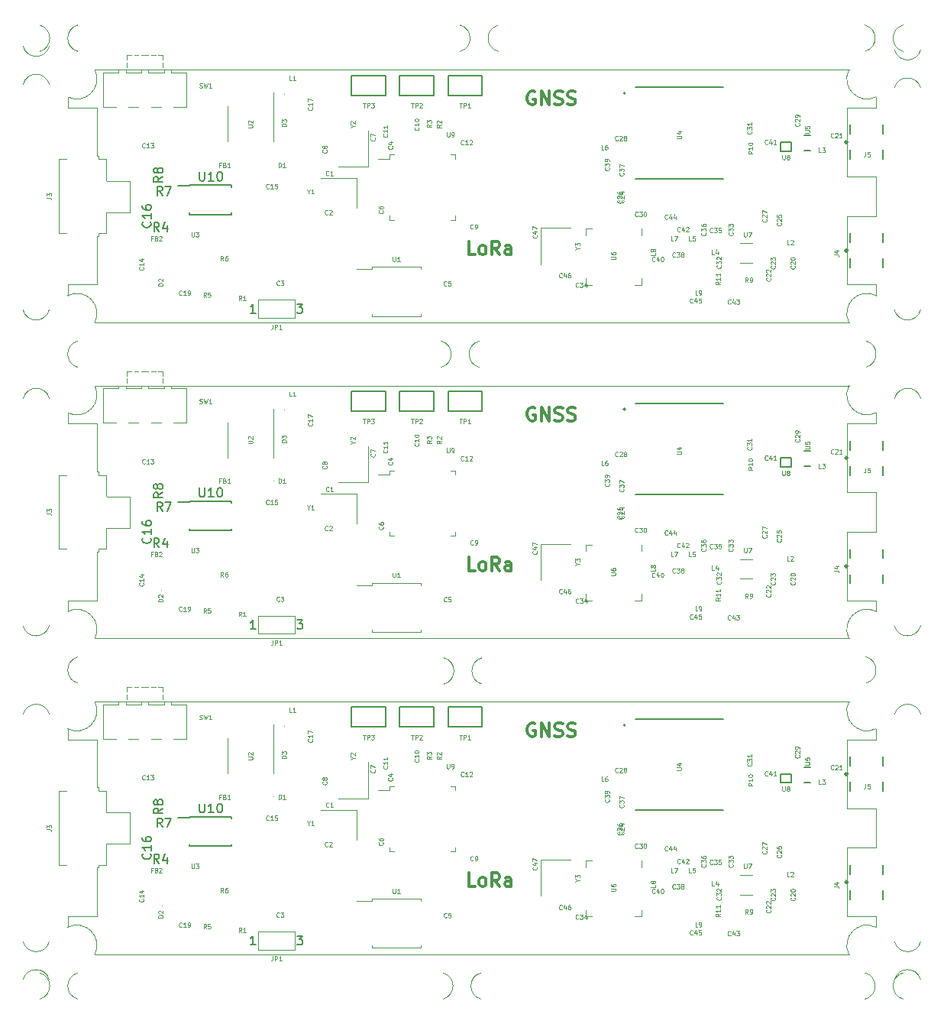
<source format=gbr>
G04 #@! TF.GenerationSoftware,KiCad,Pcbnew,(5.1.5)-3*
G04 #@! TF.CreationDate,2020-05-17T20:08:29+05:30*
G04 #@! TF.ProjectId,panel,70616e65-6c2e-46b6-9963-61645f706362,rev?*
G04 #@! TF.SameCoordinates,Original*
G04 #@! TF.FileFunction,Legend,Top*
G04 #@! TF.FilePolarity,Positive*
%FSLAX46Y46*%
G04 Gerber Fmt 4.6, Leading zero omitted, Abs format (unit mm)*
G04 Created by KiCad (PCBNEW (5.1.5)-3) date 2020-05-17 20:08:29*
%MOMM*%
%LPD*%
G04 APERTURE LIST*
%ADD10C,0.120000*%
%ADD11C,0.300000*%
%ADD12C,0.100000*%
%ADD13C,0.280000*%
%ADD14C,0.127000*%
%ADD15C,0.150000*%
%ADD16C,0.200000*%
%ADD17C,0.075000*%
G04 APERTURE END LIST*
D10*
X219000000Y-127000000D02*
X144000000Y-127000000D01*
X219000000Y-92000000D02*
X144000000Y-92000000D01*
X222000000Y-130000000D02*
X222000000Y-131200000D01*
X222000000Y-95000000D02*
X222000000Y-96200000D01*
X222000000Y-130000000D02*
G75*
G02X219000000Y-127000000I-1000000J2000000D01*
G01*
X222000000Y-95000000D02*
G75*
G02X219000000Y-92000000I-1000000J2000000D01*
G01*
X218800000Y-131200000D02*
X218800000Y-138800000D01*
X218800000Y-96200000D02*
X218800000Y-103800000D01*
X218800000Y-138800000D02*
X222000000Y-138800000D01*
X218800000Y-103800000D02*
X222000000Y-103800000D01*
X218800000Y-143200000D02*
X222000000Y-143200000D01*
X218800000Y-108200000D02*
X222000000Y-108200000D01*
X222000000Y-152000000D02*
X222000000Y-150800000D01*
X222000000Y-117000000D02*
X222000000Y-115800000D01*
X219000000Y-155000000D02*
G75*
G02X222000000Y-152000000I2000000J1000000D01*
G01*
X219000000Y-120000000D02*
G75*
G02X222000000Y-117000000I2000000J1000000D01*
G01*
X222000000Y-138800000D02*
X222000000Y-143200000D01*
X222000000Y-103800000D02*
X222000000Y-108200000D01*
X219000000Y-155000000D02*
X144000000Y-155000000D01*
X219000000Y-120000000D02*
X144000000Y-120000000D01*
X222000000Y-131200000D02*
X218800000Y-131200000D01*
X222000000Y-96200000D02*
X218800000Y-96200000D01*
X222000000Y-150800000D02*
X218800000Y-150800000D01*
X222000000Y-115800000D02*
X218800000Y-115800000D01*
X218800000Y-150800000D02*
X218800000Y-143200000D01*
X218800000Y-115800000D02*
X218800000Y-108200000D01*
X144000000Y-127000000D02*
X139600000Y-127000000D01*
X144000000Y-92000000D02*
X139600000Y-92000000D01*
X132400000Y-131200000D02*
X135600000Y-131200000D01*
X132400000Y-96200000D02*
X135600000Y-96200000D01*
X135400000Y-155000000D02*
X144000000Y-155000000D01*
X135400000Y-120000000D02*
X144000000Y-120000000D01*
X135600000Y-150800000D02*
X135600000Y-145400000D01*
X135600000Y-115800000D02*
X135600000Y-110400000D01*
X132400000Y-152000000D02*
G75*
G02X135400000Y-155000000I1000000J-2000000D01*
G01*
X132400000Y-117000000D02*
G75*
G02X135400000Y-120000000I1000000J-2000000D01*
G01*
X135800000Y-145400000D02*
X135800000Y-145100000D01*
X135800000Y-110400000D02*
X135800000Y-110100000D01*
X132400000Y-130000000D02*
X132400000Y-131200000D01*
X132400000Y-95000000D02*
X132400000Y-96200000D01*
X135400000Y-127000000D02*
X135700000Y-127000000D01*
X135400000Y-92000000D02*
X135700000Y-92000000D01*
X135400000Y-127000000D02*
G75*
G02X132400000Y-130000000I-2000000J-1000000D01*
G01*
X135400000Y-92000000D02*
G75*
G02X132400000Y-95000000I-2000000J-1000000D01*
G01*
X132400000Y-152000000D02*
X132400000Y-150800000D01*
X132400000Y-117000000D02*
X132400000Y-115800000D01*
X139600000Y-127000000D02*
X135700000Y-127000000D01*
X139600000Y-92000000D02*
X135700000Y-92000000D01*
X135600000Y-145400000D02*
X135800000Y-145400000D01*
X135600000Y-110400000D02*
X135800000Y-110400000D01*
X132400000Y-150800000D02*
X135600000Y-150800000D01*
X132400000Y-115800000D02*
X135600000Y-115800000D01*
X139300000Y-139300000D02*
X136700000Y-139300000D01*
X139300000Y-104300000D02*
X136700000Y-104300000D01*
X136700000Y-139300000D02*
X136660000Y-139240000D01*
X136700000Y-104300000D02*
X136660000Y-104240000D01*
X139300000Y-141800000D02*
X139300000Y-142700000D01*
X139300000Y-106800000D02*
X139300000Y-107700000D01*
X139300000Y-142760000D02*
X139300000Y-142680000D01*
X139300000Y-107760000D02*
X139300000Y-107680000D01*
X139010000Y-142760000D02*
X139300000Y-142760000D01*
X139010000Y-107760000D02*
X139300000Y-107760000D01*
X135600000Y-136500000D02*
X135800000Y-136500000D01*
X135600000Y-101500000D02*
X135800000Y-101500000D01*
X135800000Y-136500000D02*
X135800000Y-136900000D01*
X135800000Y-101500000D02*
X135800000Y-101900000D01*
X139300000Y-141800000D02*
X139300000Y-139300000D01*
X139300000Y-106800000D02*
X139300000Y-104300000D01*
X135600000Y-131200000D02*
X135600000Y-136500000D01*
X135600000Y-96200000D02*
X135600000Y-101500000D01*
D11*
X184178571Y-129450000D02*
X184035714Y-129378571D01*
X183821428Y-129378571D01*
X183607142Y-129450000D01*
X183464285Y-129592857D01*
X183392857Y-129735714D01*
X183321428Y-130021428D01*
X183321428Y-130235714D01*
X183392857Y-130521428D01*
X183464285Y-130664285D01*
X183607142Y-130807142D01*
X183821428Y-130878571D01*
X183964285Y-130878571D01*
X184178571Y-130807142D01*
X184250000Y-130735714D01*
X184250000Y-130235714D01*
X183964285Y-130235714D01*
X184892857Y-130878571D02*
X184892857Y-129378571D01*
X185750000Y-130878571D01*
X185750000Y-129378571D01*
X186392857Y-130807142D02*
X186607142Y-130878571D01*
X186964285Y-130878571D01*
X187107142Y-130807142D01*
X187178571Y-130735714D01*
X187250000Y-130592857D01*
X187250000Y-130450000D01*
X187178571Y-130307142D01*
X187107142Y-130235714D01*
X186964285Y-130164285D01*
X186678571Y-130092857D01*
X186535714Y-130021428D01*
X186464285Y-129950000D01*
X186392857Y-129807142D01*
X186392857Y-129664285D01*
X186464285Y-129521428D01*
X186535714Y-129450000D01*
X186678571Y-129378571D01*
X187035714Y-129378571D01*
X187250000Y-129450000D01*
X187821428Y-130807142D02*
X188035714Y-130878571D01*
X188392857Y-130878571D01*
X188535714Y-130807142D01*
X188607142Y-130735714D01*
X188678571Y-130592857D01*
X188678571Y-130450000D01*
X188607142Y-130307142D01*
X188535714Y-130235714D01*
X188392857Y-130164285D01*
X188107142Y-130092857D01*
X187964285Y-130021428D01*
X187892857Y-129950000D01*
X187821428Y-129807142D01*
X187821428Y-129664285D01*
X187892857Y-129521428D01*
X187964285Y-129450000D01*
X188107142Y-129378571D01*
X188464285Y-129378571D01*
X188678571Y-129450000D01*
X184178571Y-94450000D02*
X184035714Y-94378571D01*
X183821428Y-94378571D01*
X183607142Y-94450000D01*
X183464285Y-94592857D01*
X183392857Y-94735714D01*
X183321428Y-95021428D01*
X183321428Y-95235714D01*
X183392857Y-95521428D01*
X183464285Y-95664285D01*
X183607142Y-95807142D01*
X183821428Y-95878571D01*
X183964285Y-95878571D01*
X184178571Y-95807142D01*
X184250000Y-95735714D01*
X184250000Y-95235714D01*
X183964285Y-95235714D01*
X184892857Y-95878571D02*
X184892857Y-94378571D01*
X185750000Y-95878571D01*
X185750000Y-94378571D01*
X186392857Y-95807142D02*
X186607142Y-95878571D01*
X186964285Y-95878571D01*
X187107142Y-95807142D01*
X187178571Y-95735714D01*
X187250000Y-95592857D01*
X187250000Y-95450000D01*
X187178571Y-95307142D01*
X187107142Y-95235714D01*
X186964285Y-95164285D01*
X186678571Y-95092857D01*
X186535714Y-95021428D01*
X186464285Y-94950000D01*
X186392857Y-94807142D01*
X186392857Y-94664285D01*
X186464285Y-94521428D01*
X186535714Y-94450000D01*
X186678571Y-94378571D01*
X187035714Y-94378571D01*
X187250000Y-94450000D01*
X187821428Y-95807142D02*
X188035714Y-95878571D01*
X188392857Y-95878571D01*
X188535714Y-95807142D01*
X188607142Y-95735714D01*
X188678571Y-95592857D01*
X188678571Y-95450000D01*
X188607142Y-95307142D01*
X188535714Y-95235714D01*
X188392857Y-95164285D01*
X188107142Y-95092857D01*
X187964285Y-95021428D01*
X187892857Y-94950000D01*
X187821428Y-94807142D01*
X187821428Y-94664285D01*
X187892857Y-94521428D01*
X187964285Y-94450000D01*
X188107142Y-94378571D01*
X188464285Y-94378571D01*
X188678571Y-94450000D01*
X177557142Y-147478571D02*
X176842857Y-147478571D01*
X176842857Y-145978571D01*
X178271428Y-147478571D02*
X178128571Y-147407142D01*
X178057142Y-147335714D01*
X177985714Y-147192857D01*
X177985714Y-146764285D01*
X178057142Y-146621428D01*
X178128571Y-146550000D01*
X178271428Y-146478571D01*
X178485714Y-146478571D01*
X178628571Y-146550000D01*
X178700000Y-146621428D01*
X178771428Y-146764285D01*
X178771428Y-147192857D01*
X178700000Y-147335714D01*
X178628571Y-147407142D01*
X178485714Y-147478571D01*
X178271428Y-147478571D01*
X180271428Y-147478571D02*
X179771428Y-146764285D01*
X179414285Y-147478571D02*
X179414285Y-145978571D01*
X179985714Y-145978571D01*
X180128571Y-146050000D01*
X180200000Y-146121428D01*
X180271428Y-146264285D01*
X180271428Y-146478571D01*
X180200000Y-146621428D01*
X180128571Y-146692857D01*
X179985714Y-146764285D01*
X179414285Y-146764285D01*
X181557142Y-147478571D02*
X181557142Y-146692857D01*
X181485714Y-146550000D01*
X181342857Y-146478571D01*
X181057142Y-146478571D01*
X180914285Y-146550000D01*
X181557142Y-147407142D02*
X181414285Y-147478571D01*
X181057142Y-147478571D01*
X180914285Y-147407142D01*
X180842857Y-147264285D01*
X180842857Y-147121428D01*
X180914285Y-146978571D01*
X181057142Y-146907142D01*
X181414285Y-146907142D01*
X181557142Y-146835714D01*
X177557142Y-112478571D02*
X176842857Y-112478571D01*
X176842857Y-110978571D01*
X178271428Y-112478571D02*
X178128571Y-112407142D01*
X178057142Y-112335714D01*
X177985714Y-112192857D01*
X177985714Y-111764285D01*
X178057142Y-111621428D01*
X178128571Y-111550000D01*
X178271428Y-111478571D01*
X178485714Y-111478571D01*
X178628571Y-111550000D01*
X178700000Y-111621428D01*
X178771428Y-111764285D01*
X178771428Y-112192857D01*
X178700000Y-112335714D01*
X178628571Y-112407142D01*
X178485714Y-112478571D01*
X178271428Y-112478571D01*
X180271428Y-112478571D02*
X179771428Y-111764285D01*
X179414285Y-112478571D02*
X179414285Y-110978571D01*
X179985714Y-110978571D01*
X180128571Y-111050000D01*
X180200000Y-111121428D01*
X180271428Y-111264285D01*
X180271428Y-111478571D01*
X180200000Y-111621428D01*
X180128571Y-111692857D01*
X179985714Y-111764285D01*
X179414285Y-111764285D01*
X181557142Y-112478571D02*
X181557142Y-111692857D01*
X181485714Y-111550000D01*
X181342857Y-111478571D01*
X181057142Y-111478571D01*
X180914285Y-111550000D01*
X181557142Y-112407142D02*
X181414285Y-112478571D01*
X181057142Y-112478571D01*
X180914285Y-112407142D01*
X180842857Y-112264285D01*
X180842857Y-112121428D01*
X180914285Y-111978571D01*
X181057142Y-111907142D01*
X181414285Y-111907142D01*
X181557142Y-111835714D01*
X177557142Y-77478571D02*
X176842857Y-77478571D01*
X176842857Y-75978571D01*
X178271428Y-77478571D02*
X178128571Y-77407142D01*
X178057142Y-77335714D01*
X177985714Y-77192857D01*
X177985714Y-76764285D01*
X178057142Y-76621428D01*
X178128571Y-76550000D01*
X178271428Y-76478571D01*
X178485714Y-76478571D01*
X178628571Y-76550000D01*
X178700000Y-76621428D01*
X178771428Y-76764285D01*
X178771428Y-77192857D01*
X178700000Y-77335714D01*
X178628571Y-77407142D01*
X178485714Y-77478571D01*
X178271428Y-77478571D01*
X180271428Y-77478571D02*
X179771428Y-76764285D01*
X179414285Y-77478571D02*
X179414285Y-75978571D01*
X179985714Y-75978571D01*
X180128571Y-76050000D01*
X180200000Y-76121428D01*
X180271428Y-76264285D01*
X180271428Y-76478571D01*
X180200000Y-76621428D01*
X180128571Y-76692857D01*
X179985714Y-76764285D01*
X179414285Y-76764285D01*
X181557142Y-77478571D02*
X181557142Y-76692857D01*
X181485714Y-76550000D01*
X181342857Y-76478571D01*
X181057142Y-76478571D01*
X180914285Y-76550000D01*
X181557142Y-77407142D02*
X181414285Y-77478571D01*
X181057142Y-77478571D01*
X180914285Y-77407142D01*
X180842857Y-77264285D01*
X180842857Y-77121428D01*
X180914285Y-76978571D01*
X181057142Y-76907142D01*
X181414285Y-76907142D01*
X181557142Y-76835714D01*
X184178571Y-59450000D02*
X184035714Y-59378571D01*
X183821428Y-59378571D01*
X183607142Y-59450000D01*
X183464285Y-59592857D01*
X183392857Y-59735714D01*
X183321428Y-60021428D01*
X183321428Y-60235714D01*
X183392857Y-60521428D01*
X183464285Y-60664285D01*
X183607142Y-60807142D01*
X183821428Y-60878571D01*
X183964285Y-60878571D01*
X184178571Y-60807142D01*
X184250000Y-60735714D01*
X184250000Y-60235714D01*
X183964285Y-60235714D01*
X184892857Y-60878571D02*
X184892857Y-59378571D01*
X185750000Y-60878571D01*
X185750000Y-59378571D01*
X186392857Y-60807142D02*
X186607142Y-60878571D01*
X186964285Y-60878571D01*
X187107142Y-60807142D01*
X187178571Y-60735714D01*
X187250000Y-60592857D01*
X187250000Y-60450000D01*
X187178571Y-60307142D01*
X187107142Y-60235714D01*
X186964285Y-60164285D01*
X186678571Y-60092857D01*
X186535714Y-60021428D01*
X186464285Y-59950000D01*
X186392857Y-59807142D01*
X186392857Y-59664285D01*
X186464285Y-59521428D01*
X186535714Y-59450000D01*
X186678571Y-59378571D01*
X187035714Y-59378571D01*
X187250000Y-59450000D01*
X187821428Y-60807142D02*
X188035714Y-60878571D01*
X188392857Y-60878571D01*
X188535714Y-60807142D01*
X188607142Y-60735714D01*
X188678571Y-60592857D01*
X188678571Y-60450000D01*
X188607142Y-60307142D01*
X188535714Y-60235714D01*
X188392857Y-60164285D01*
X188107142Y-60092857D01*
X187964285Y-60021428D01*
X187892857Y-59950000D01*
X187821428Y-59807142D01*
X187821428Y-59664285D01*
X187892857Y-59521428D01*
X187964285Y-59450000D01*
X188107142Y-59378571D01*
X188464285Y-59378571D01*
X188678571Y-59450000D01*
D10*
X139300000Y-72760000D02*
X139300000Y-72680000D01*
X139010000Y-72760000D02*
X139300000Y-72760000D01*
X139300000Y-71800000D02*
X139300000Y-72700000D01*
X136700000Y-69300000D02*
X136660000Y-69240000D01*
X139300000Y-69300000D02*
X136700000Y-69300000D01*
X139300000Y-71800000D02*
X139300000Y-69300000D01*
X135800000Y-66500000D02*
X135800000Y-66900000D01*
X135600000Y-66500000D02*
X135800000Y-66500000D01*
X135600000Y-61200000D02*
X135600000Y-66500000D01*
X135800000Y-75400000D02*
X135800000Y-75100000D01*
X135600000Y-75400000D02*
X135800000Y-75400000D01*
X135600000Y-80800000D02*
X135600000Y-75400000D01*
X135400000Y-85000000D02*
X144000000Y-85000000D01*
X132400000Y-80800000D02*
X135600000Y-80800000D01*
X132400000Y-82000000D02*
X132400000Y-80800000D01*
X135400000Y-57000000D02*
G75*
G02X132400000Y-60000000I-2000000J-1000000D01*
G01*
X132400000Y-61200000D02*
X135600000Y-61200000D01*
X132400000Y-82000000D02*
G75*
G02X135400000Y-85000000I1000000J-2000000D01*
G01*
X132400000Y-60000000D02*
X132400000Y-61200000D01*
X135400000Y-57000000D02*
X135700000Y-57000000D01*
X139600000Y-57000000D02*
X135700000Y-57000000D01*
X144000000Y-57000000D02*
X139600000Y-57000000D01*
X222000000Y-82000000D02*
X222000000Y-80800000D01*
X222000000Y-68800000D02*
X222000000Y-73200000D01*
X218800000Y-73200000D02*
X222000000Y-73200000D01*
X218800000Y-80800000D02*
X218800000Y-73200000D01*
X222000000Y-80800000D02*
X218800000Y-80800000D01*
X218800000Y-68800000D02*
X222000000Y-68800000D01*
X218800000Y-61200000D02*
X218800000Y-68800000D01*
X222000000Y-61200000D02*
X218800000Y-61200000D01*
X222000000Y-60000000D02*
X222000000Y-61200000D01*
X219000000Y-85000000D02*
X144000000Y-85000000D01*
X219000000Y-85000000D02*
G75*
G02X222000000Y-82000000I2000000J1000000D01*
G01*
X219000000Y-57000000D02*
X144000000Y-57000000D01*
X222000000Y-60000000D02*
G75*
G02X219000000Y-57000000I-1000000J2000000D01*
G01*
D12*
X155240000Y-137550000D02*
G75*
G03X155240000Y-137550000I-50000J0D01*
G01*
X155240000Y-102550000D02*
G75*
G03X155240000Y-102550000I-50000J0D01*
G01*
D10*
X137750000Y-131100000D02*
X136350000Y-131100000D01*
X136350000Y-131100000D02*
X136350000Y-127300000D01*
X145550000Y-127300000D02*
X145550000Y-131100000D01*
X145550000Y-131100000D02*
X144150000Y-131100000D01*
X139150000Y-131100000D02*
X140250000Y-131100000D01*
X140250000Y-131100000D02*
X140250000Y-131100000D01*
X141650000Y-131100000D02*
X142750000Y-131100000D01*
X142750000Y-131100000D02*
X142750000Y-131100000D01*
X136350000Y-127300000D02*
X138050000Y-127300000D01*
X138050000Y-127300000D02*
X138050000Y-127000000D01*
X138050000Y-127000000D02*
X138850000Y-127000000D01*
X138850000Y-127000000D02*
X138850000Y-127300000D01*
X138850000Y-127300000D02*
X140550000Y-127300000D01*
X140550000Y-127300000D02*
X140550000Y-127000000D01*
X140550000Y-127000000D02*
X141350000Y-127000000D01*
X141350000Y-127000000D02*
X141350000Y-127300000D01*
X141350000Y-127300000D02*
X143050000Y-127300000D01*
X143050000Y-127300000D02*
X143050000Y-127000000D01*
X143050000Y-127000000D02*
X143850000Y-127000000D01*
X143850000Y-127000000D02*
X143850000Y-127300000D01*
X143850000Y-127300000D02*
X145550000Y-127300000D01*
X145550000Y-127300000D02*
X145550000Y-127300000D01*
X142950000Y-125400000D02*
X142950000Y-125900000D01*
X142950000Y-125900000D02*
X142950000Y-125900000D01*
X142950000Y-125400000D02*
X142450000Y-125400000D01*
X142450000Y-125400000D02*
X142450000Y-125400000D01*
X138950000Y-125400000D02*
X139450000Y-125400000D01*
X139450000Y-125400000D02*
X139450000Y-125400000D01*
X138950000Y-125400000D02*
X138950000Y-125900000D01*
X138950000Y-125900000D02*
X138950000Y-125900000D01*
X138950000Y-126200000D02*
X138950000Y-126700000D01*
X138950000Y-126700000D02*
X138950000Y-126700000D01*
X142950000Y-126200000D02*
X142950000Y-126700000D01*
X142950000Y-126700000D02*
X142950000Y-126700000D01*
X142150000Y-125400000D02*
X141650000Y-125400000D01*
X141650000Y-125400000D02*
X141650000Y-125400000D01*
X139750000Y-125400000D02*
X140250000Y-125400000D01*
X140250000Y-125400000D02*
X140250000Y-125400000D01*
X140550000Y-125400000D02*
X141350000Y-125400000D01*
X141350000Y-125400000D02*
X141350000Y-125400000D01*
X137750000Y-96100000D02*
X136350000Y-96100000D01*
X136350000Y-96100000D02*
X136350000Y-92300000D01*
X145550000Y-92300000D02*
X145550000Y-96100000D01*
X145550000Y-96100000D02*
X144150000Y-96100000D01*
X139150000Y-96100000D02*
X140250000Y-96100000D01*
X140250000Y-96100000D02*
X140250000Y-96100000D01*
X141650000Y-96100000D02*
X142750000Y-96100000D01*
X142750000Y-96100000D02*
X142750000Y-96100000D01*
X136350000Y-92300000D02*
X138050000Y-92300000D01*
X138050000Y-92300000D02*
X138050000Y-92000000D01*
X138050000Y-92000000D02*
X138850000Y-92000000D01*
X138850000Y-92000000D02*
X138850000Y-92300000D01*
X138850000Y-92300000D02*
X140550000Y-92300000D01*
X140550000Y-92300000D02*
X140550000Y-92000000D01*
X140550000Y-92000000D02*
X141350000Y-92000000D01*
X141350000Y-92000000D02*
X141350000Y-92300000D01*
X141350000Y-92300000D02*
X143050000Y-92300000D01*
X143050000Y-92300000D02*
X143050000Y-92000000D01*
X143050000Y-92000000D02*
X143850000Y-92000000D01*
X143850000Y-92000000D02*
X143850000Y-92300000D01*
X143850000Y-92300000D02*
X145550000Y-92300000D01*
X145550000Y-92300000D02*
X145550000Y-92300000D01*
X142950000Y-90400000D02*
X142950000Y-90900000D01*
X142950000Y-90900000D02*
X142950000Y-90900000D01*
X142950000Y-90400000D02*
X142450000Y-90400000D01*
X142450000Y-90400000D02*
X142450000Y-90400000D01*
X138950000Y-90400000D02*
X139450000Y-90400000D01*
X139450000Y-90400000D02*
X139450000Y-90400000D01*
X138950000Y-90400000D02*
X138950000Y-90900000D01*
X138950000Y-90900000D02*
X138950000Y-90900000D01*
X138950000Y-91200000D02*
X138950000Y-91700000D01*
X138950000Y-91700000D02*
X138950000Y-91700000D01*
X142950000Y-91200000D02*
X142950000Y-91700000D01*
X142950000Y-91700000D02*
X142950000Y-91700000D01*
X142150000Y-90400000D02*
X141650000Y-90400000D01*
X141650000Y-90400000D02*
X141650000Y-90400000D01*
X139750000Y-90400000D02*
X140250000Y-90400000D01*
X140250000Y-90400000D02*
X140250000Y-90400000D01*
X140550000Y-90400000D02*
X141350000Y-90400000D01*
X141350000Y-90400000D02*
X141350000Y-90400000D01*
X153490000Y-154490000D02*
X153490000Y-152490000D01*
X157590000Y-154490000D02*
X153490000Y-154490000D01*
X157590000Y-152490000D02*
X157590000Y-154490000D01*
X153490000Y-152490000D02*
X157590000Y-152490000D01*
X153490000Y-119490000D02*
X153490000Y-117490000D01*
X157590000Y-119490000D02*
X153490000Y-119490000D01*
X157590000Y-117490000D02*
X157590000Y-119490000D01*
X153490000Y-117490000D02*
X157590000Y-117490000D01*
D12*
X142850000Y-149640000D02*
G75*
G03X142850000Y-149640000I-50000J0D01*
G01*
X142850000Y-114640000D02*
G75*
G03X142850000Y-114640000I-50000J0D01*
G01*
D13*
X218840000Y-147000000D02*
G75*
G03X218840000Y-147000000I-140000J0D01*
G01*
D14*
X219090000Y-146100000D02*
X219090000Y-145100000D01*
X219090000Y-148900000D02*
X219090000Y-147900000D01*
X222800000Y-146100000D02*
X222800000Y-145100000D01*
X222800000Y-148900000D02*
X222800000Y-147900000D01*
D13*
X218840000Y-112000000D02*
G75*
G03X218840000Y-112000000I-140000J0D01*
G01*
D14*
X219090000Y-111100000D02*
X219090000Y-110100000D01*
X219090000Y-113900000D02*
X219090000Y-112900000D01*
X222800000Y-111100000D02*
X222800000Y-110100000D01*
X222800000Y-113900000D02*
X222800000Y-112900000D01*
D13*
X218840000Y-135000000D02*
G75*
G03X218840000Y-135000000I-140000J0D01*
G01*
D14*
X219090000Y-134100000D02*
X219090000Y-133100000D01*
X219090000Y-136900000D02*
X219090000Y-135900000D01*
X222800000Y-134100000D02*
X222800000Y-133100000D01*
X222800000Y-136900000D02*
X222800000Y-135900000D01*
D13*
X218840000Y-100000000D02*
G75*
G03X218840000Y-100000000I-140000J0D01*
G01*
D14*
X219090000Y-99100000D02*
X219090000Y-98100000D01*
X219090000Y-101900000D02*
X219090000Y-100900000D01*
X222800000Y-99100000D02*
X222800000Y-98100000D01*
X222800000Y-101900000D02*
X222800000Y-100900000D01*
D10*
X135810000Y-145085000D02*
X136660000Y-145085000D01*
X136660000Y-145085000D02*
X136660000Y-142760000D01*
X136660000Y-142760000D02*
X139050000Y-142760000D01*
X135810000Y-136915000D02*
X136660000Y-136915000D01*
X136660000Y-136915000D02*
X136660000Y-139240000D01*
X132290000Y-145085000D02*
X131440000Y-145085000D01*
X131440000Y-145085000D02*
X131440000Y-136915000D01*
X131440000Y-136915000D02*
X132290000Y-136915000D01*
X135810000Y-110085000D02*
X136660000Y-110085000D01*
X136660000Y-110085000D02*
X136660000Y-107760000D01*
X136660000Y-107760000D02*
X139050000Y-107760000D01*
X135810000Y-101915000D02*
X136660000Y-101915000D01*
X136660000Y-101915000D02*
X136660000Y-104240000D01*
X132290000Y-110085000D02*
X131440000Y-110085000D01*
X131440000Y-110085000D02*
X131440000Y-101915000D01*
X131440000Y-101915000D02*
X132290000Y-101915000D01*
D15*
X178350000Y-129810000D02*
X174550000Y-129810000D01*
X174550000Y-129810000D02*
X174550000Y-127610000D01*
X174550000Y-127610000D02*
X178350000Y-127610000D01*
X178350000Y-127610000D02*
X178350000Y-129810000D01*
X178350000Y-94810000D02*
X174550000Y-94810000D01*
X174550000Y-94810000D02*
X174550000Y-92610000D01*
X174550000Y-92610000D02*
X178350000Y-92610000D01*
X178350000Y-92610000D02*
X178350000Y-94810000D01*
D10*
X162400000Y-137710000D02*
X165700000Y-137710000D01*
X165700000Y-137710000D02*
X165700000Y-133710000D01*
X162400000Y-102710000D02*
X165700000Y-102710000D01*
X165700000Y-102710000D02*
X165700000Y-98710000D01*
D15*
X145925000Y-139775000D02*
X145925000Y-139875000D01*
X150575000Y-139775000D02*
X150575000Y-139975000D01*
X150575000Y-143025000D02*
X150575000Y-142825000D01*
X145925000Y-143025000D02*
X145925000Y-142825000D01*
X145925000Y-139775000D02*
X150575000Y-139775000D01*
X145925000Y-143025000D02*
X150575000Y-143025000D01*
X145925000Y-139875000D02*
X144575000Y-139875000D01*
X145925000Y-104775000D02*
X145925000Y-104875000D01*
X150575000Y-104775000D02*
X150575000Y-104975000D01*
X150575000Y-108025000D02*
X150575000Y-107825000D01*
X145925000Y-108025000D02*
X145925000Y-107825000D01*
X145925000Y-104775000D02*
X150575000Y-104775000D01*
X145925000Y-108025000D02*
X150575000Y-108025000D01*
X145925000Y-104875000D02*
X144575000Y-104875000D01*
D10*
X174860000Y-143620000D02*
X175310000Y-143620000D01*
X175310000Y-143620000D02*
X175310000Y-143170000D01*
X168540000Y-143620000D02*
X168090000Y-143620000D01*
X168090000Y-143620000D02*
X168090000Y-143170000D01*
X174860000Y-136400000D02*
X175310000Y-136400000D01*
X175310000Y-136400000D02*
X175310000Y-136850000D01*
X168540000Y-136400000D02*
X168090000Y-136400000D01*
X168090000Y-136400000D02*
X168090000Y-136850000D01*
X168090000Y-136850000D02*
X166800000Y-136850000D01*
X174860000Y-108620000D02*
X175310000Y-108620000D01*
X175310000Y-108620000D02*
X175310000Y-108170000D01*
X168540000Y-108620000D02*
X168090000Y-108620000D01*
X168090000Y-108620000D02*
X168090000Y-108170000D01*
X174860000Y-101400000D02*
X175310000Y-101400000D01*
X175310000Y-101400000D02*
X175310000Y-101850000D01*
X168540000Y-101400000D02*
X168090000Y-101400000D01*
X168090000Y-101400000D02*
X168090000Y-101850000D01*
X168090000Y-101850000D02*
X166800000Y-101850000D01*
D15*
X173000000Y-129810000D02*
X169200000Y-129810000D01*
X169200000Y-129810000D02*
X169200000Y-127610000D01*
X169200000Y-127610000D02*
X173000000Y-127610000D01*
X173000000Y-127610000D02*
X173000000Y-129810000D01*
X173000000Y-94810000D02*
X169200000Y-94810000D01*
X169200000Y-94810000D02*
X169200000Y-92610000D01*
X169200000Y-92610000D02*
X173000000Y-92610000D01*
X173000000Y-92610000D02*
X173000000Y-94810000D01*
X167650000Y-129810000D02*
X163850000Y-129810000D01*
X163850000Y-129810000D02*
X163850000Y-127610000D01*
X163850000Y-127610000D02*
X167650000Y-127610000D01*
X167650000Y-127610000D02*
X167650000Y-129810000D01*
X167650000Y-94810000D02*
X163850000Y-94810000D01*
X163850000Y-94810000D02*
X163850000Y-92610000D01*
X163850000Y-92610000D02*
X167650000Y-92610000D01*
X167650000Y-92610000D02*
X167650000Y-94810000D01*
D10*
X164430000Y-142300000D02*
X164430000Y-139000000D01*
X164430000Y-139000000D02*
X160430000Y-139000000D01*
X164430000Y-107300000D02*
X164430000Y-104000000D01*
X164430000Y-104000000D02*
X160430000Y-104000000D01*
X150090000Y-133000000D02*
X150090000Y-134950000D01*
X150090000Y-133000000D02*
X150090000Y-131050000D01*
X155210000Y-133000000D02*
X155210000Y-134950000D01*
X155210000Y-133000000D02*
X155210000Y-129550000D01*
X150090000Y-98000000D02*
X150090000Y-99950000D01*
X150090000Y-98000000D02*
X150090000Y-96050000D01*
X155210000Y-98000000D02*
X155210000Y-99950000D01*
X155210000Y-98000000D02*
X155210000Y-94550000D01*
D14*
X205050000Y-128950000D02*
X195350000Y-128950000D01*
X195350000Y-139050000D02*
X205050000Y-139050000D01*
D16*
X194200000Y-129600000D02*
G75*
G03X194200000Y-129600000I-100000J0D01*
G01*
D14*
X205050000Y-93950000D02*
X195350000Y-93950000D01*
X195350000Y-104050000D02*
X205050000Y-104050000D01*
D16*
X194200000Y-94600000D02*
G75*
G03X194200000Y-94600000I-100000J0D01*
G01*
D14*
X214750000Y-134255000D02*
X214050000Y-134255000D01*
X214050000Y-135945000D02*
X214750000Y-135945000D01*
X214750000Y-99255000D02*
X214050000Y-99255000D01*
X214050000Y-100945000D02*
X214750000Y-100945000D01*
X212600000Y-135000000D02*
X212600000Y-136000000D01*
X211400000Y-135000000D02*
X212600000Y-135000000D01*
X211400000Y-136000000D02*
X211400000Y-135000000D01*
X212600000Y-136000000D02*
X211400000Y-136000000D01*
X212600000Y-100000000D02*
X212600000Y-101000000D01*
X211400000Y-100000000D02*
X212600000Y-100000000D01*
X211400000Y-101000000D02*
X211400000Y-100000000D01*
X212600000Y-101000000D02*
X211400000Y-101000000D01*
D10*
X188150000Y-144525000D02*
X184850000Y-144525000D01*
X184850000Y-144525000D02*
X184850000Y-148525000D01*
X188150000Y-109525000D02*
X184850000Y-109525000D01*
X184850000Y-109525000D02*
X184850000Y-113525000D01*
X206920000Y-146220000D02*
X208280000Y-146220000D01*
X206920000Y-148380000D02*
X208280000Y-148380000D01*
X206920000Y-111220000D02*
X208280000Y-111220000D01*
X206920000Y-113380000D02*
X208280000Y-113380000D01*
D12*
X156425000Y-129710000D02*
G75*
G03X156425000Y-129710000I-50000J0D01*
G01*
X156425000Y-94710000D02*
G75*
G03X156425000Y-94710000I-50000J0D01*
G01*
D10*
X168820000Y-154285000D02*
X171545000Y-154285000D01*
X171545000Y-154285000D02*
X171545000Y-154025000D01*
X168820000Y-154285000D02*
X166095000Y-154285000D01*
X166095000Y-154285000D02*
X166095000Y-154025000D01*
X168820000Y-148835000D02*
X171545000Y-148835000D01*
X171545000Y-148835000D02*
X171545000Y-149095000D01*
X168820000Y-148835000D02*
X166095000Y-148835000D01*
X166095000Y-148835000D02*
X166095000Y-149095000D01*
X166095000Y-149095000D02*
X164420000Y-149095000D01*
X168820000Y-119285000D02*
X171545000Y-119285000D01*
X171545000Y-119285000D02*
X171545000Y-119025000D01*
X168820000Y-119285000D02*
X166095000Y-119285000D01*
X166095000Y-119285000D02*
X166095000Y-119025000D01*
X168820000Y-113835000D02*
X171545000Y-113835000D01*
X171545000Y-113835000D02*
X171545000Y-114095000D01*
X168820000Y-113835000D02*
X166095000Y-113835000D01*
X166095000Y-113835000D02*
X166095000Y-114095000D01*
X166095000Y-114095000D02*
X164420000Y-114095000D01*
X196010000Y-150060000D02*
X196010000Y-150810000D01*
X196010000Y-150810000D02*
X195260000Y-150810000D01*
X189790000Y-145340000D02*
X189790000Y-144590000D01*
X189790000Y-144590000D02*
X190540000Y-144590000D01*
X189790000Y-150060000D02*
X189790000Y-150810000D01*
X189790000Y-150810000D02*
X190540000Y-150810000D01*
X196010000Y-145340000D02*
X196010000Y-144590000D01*
X196010000Y-115060000D02*
X196010000Y-115810000D01*
X196010000Y-115810000D02*
X195260000Y-115810000D01*
X189790000Y-110340000D02*
X189790000Y-109590000D01*
X189790000Y-109590000D02*
X190540000Y-109590000D01*
X189790000Y-115060000D02*
X189790000Y-115810000D01*
X189790000Y-115810000D02*
X190540000Y-115810000D01*
X196010000Y-110340000D02*
X196010000Y-109590000D01*
X178220316Y-159955451D02*
G75*
G02X178200001Y-157050001I379684J1455451D01*
G01*
X173979684Y-157044549D02*
G75*
G02X173999999Y-159949999I-379684J-1455451D01*
G01*
X224044549Y-157820316D02*
G75*
G02X226949999Y-157800001I1455451J-379684D01*
G01*
X226955451Y-153579684D02*
G75*
G02X224050001Y-153599999I-1455451J379684D01*
G01*
X220779684Y-157044549D02*
G75*
G02X220799999Y-159949999I-379684J-1455451D01*
G01*
X225020316Y-159955451D02*
G75*
G02X225000001Y-157050001I379684J1455451D01*
G01*
X224044549Y-59020316D02*
G75*
G02X226949999Y-59000001I1455451J-379684D01*
G01*
X226955451Y-54779684D02*
G75*
G02X224050001Y-54799999I-1455451J379684D01*
G01*
X127444549Y-58620316D02*
G75*
G02X130349999Y-58600001I1455451J-379684D01*
G01*
X130355451Y-54379684D02*
G75*
G02X127450001Y-54399999I-1455451J379684D01*
G01*
X127444549Y-157820316D02*
G75*
G02X130349999Y-157800001I1455451J-379684D01*
G01*
X130355451Y-153579684D02*
G75*
G02X127450001Y-153599999I-1455451J379684D01*
G01*
X129279684Y-157044549D02*
G75*
G02X129299999Y-159949999I-379684J-1455451D01*
G01*
X133520316Y-159955451D02*
G75*
G02X133500001Y-157050001I379684J1455451D01*
G01*
X174079684Y-122144549D02*
G75*
G02X174099999Y-125049999I-379684J-1455451D01*
G01*
X178320316Y-125055451D02*
G75*
G02X178300001Y-122150001I379684J1455451D01*
G01*
X173779684Y-87044549D02*
G75*
G02X173799999Y-89949999I-379684J-1455451D01*
G01*
X178020316Y-89955451D02*
G75*
G02X178000001Y-87050001I379684J1455451D01*
G01*
X175879684Y-52044549D02*
G75*
G02X175899999Y-54949999I-379684J-1455451D01*
G01*
X180120316Y-54955451D02*
G75*
G02X180100001Y-52050001I379684J1455451D01*
G01*
X220779684Y-52044549D02*
G75*
G02X220799999Y-54949999I-379684J-1455451D01*
G01*
X225020316Y-54955451D02*
G75*
G02X225000001Y-52050001I379684J1455451D01*
G01*
X133520316Y-54955451D02*
G75*
G02X133500001Y-52050001I379684J1455451D01*
G01*
X129279684Y-52044549D02*
G75*
G02X129299999Y-54949999I-379684J-1455451D01*
G01*
X220879684Y-122044549D02*
G75*
G02X220899999Y-124949999I-379684J-1455451D01*
G01*
X224054549Y-128410316D02*
G75*
G02X226959999Y-128390001I1455451J-379684D01*
G01*
X226945451Y-118589684D02*
G75*
G02X224040001Y-118609999I-1455451J379684D01*
G01*
X220879684Y-87044549D02*
G75*
G02X220899999Y-89949999I-379684J-1455451D01*
G01*
X224054549Y-93410316D02*
G75*
G02X226959999Y-93390001I1455451J-379684D01*
G01*
X226945451Y-83589684D02*
G75*
G02X224040001Y-83609999I-1455451J379684D01*
G01*
X133520316Y-124955451D02*
G75*
G02X133500001Y-122050001I379684J1455451D01*
G01*
X130345451Y-118589684D02*
G75*
G02X127440001Y-118609999I-1455451J379684D01*
G01*
X127454549Y-128410316D02*
G75*
G02X130359999Y-128390001I1455451J-379684D01*
G01*
X127454549Y-93410316D02*
G75*
G02X130359999Y-93390001I1455451J-379684D01*
G01*
X130345451Y-83589684D02*
G75*
G02X127440001Y-83609999I-1455451J379684D01*
G01*
X133520316Y-89955451D02*
G75*
G02X133500001Y-87050001I379684J1455451D01*
G01*
D15*
X145925000Y-69875000D02*
X144575000Y-69875000D01*
X145925000Y-73025000D02*
X150575000Y-73025000D01*
X145925000Y-69775000D02*
X150575000Y-69775000D01*
X145925000Y-73025000D02*
X145925000Y-72825000D01*
X150575000Y-73025000D02*
X150575000Y-72825000D01*
X150575000Y-69775000D02*
X150575000Y-69975000D01*
X145925000Y-69775000D02*
X145925000Y-69875000D01*
D10*
X206920000Y-78380000D02*
X208280000Y-78380000D01*
X206920000Y-76220000D02*
X208280000Y-76220000D01*
X166095000Y-79095000D02*
X164420000Y-79095000D01*
X166095000Y-78835000D02*
X166095000Y-79095000D01*
X168820000Y-78835000D02*
X166095000Y-78835000D01*
X171545000Y-78835000D02*
X171545000Y-79095000D01*
X168820000Y-78835000D02*
X171545000Y-78835000D01*
X166095000Y-84285000D02*
X166095000Y-84025000D01*
X168820000Y-84285000D02*
X166095000Y-84285000D01*
X171545000Y-84285000D02*
X171545000Y-84025000D01*
X168820000Y-84285000D02*
X171545000Y-84285000D01*
X168090000Y-66850000D02*
X166800000Y-66850000D01*
X168090000Y-66400000D02*
X168090000Y-66850000D01*
X168540000Y-66400000D02*
X168090000Y-66400000D01*
X175310000Y-66400000D02*
X175310000Y-66850000D01*
X174860000Y-66400000D02*
X175310000Y-66400000D01*
X168090000Y-73620000D02*
X168090000Y-73170000D01*
X168540000Y-73620000D02*
X168090000Y-73620000D01*
X175310000Y-73620000D02*
X175310000Y-73170000D01*
X174860000Y-73620000D02*
X175310000Y-73620000D01*
D12*
X156425000Y-59710000D02*
G75*
G03X156425000Y-59710000I-50000J0D01*
G01*
D10*
X184850000Y-74525000D02*
X184850000Y-78525000D01*
X188150000Y-74525000D02*
X184850000Y-74525000D01*
X165700000Y-67710000D02*
X165700000Y-63710000D01*
X162400000Y-67710000D02*
X165700000Y-67710000D01*
X164430000Y-69000000D02*
X160430000Y-69000000D01*
X164430000Y-72300000D02*
X164430000Y-69000000D01*
D14*
X212600000Y-66000000D02*
X211400000Y-66000000D01*
X211400000Y-66000000D02*
X211400000Y-65000000D01*
X211400000Y-65000000D02*
X212600000Y-65000000D01*
X212600000Y-65000000D02*
X212600000Y-66000000D01*
D10*
X196010000Y-75340000D02*
X196010000Y-74590000D01*
X189790000Y-80810000D02*
X190540000Y-80810000D01*
X189790000Y-80060000D02*
X189790000Y-80810000D01*
X189790000Y-74590000D02*
X190540000Y-74590000D01*
X189790000Y-75340000D02*
X189790000Y-74590000D01*
X196010000Y-80810000D02*
X195260000Y-80810000D01*
X196010000Y-80060000D02*
X196010000Y-80810000D01*
D14*
X214050000Y-65945000D02*
X214750000Y-65945000D01*
X214750000Y-64255000D02*
X214050000Y-64255000D01*
D16*
X194200000Y-59600000D02*
G75*
G03X194200000Y-59600000I-100000J0D01*
G01*
D14*
X195350000Y-69050000D02*
X205050000Y-69050000D01*
X205050000Y-58950000D02*
X195350000Y-58950000D01*
D10*
X155210000Y-63000000D02*
X155210000Y-59550000D01*
X155210000Y-63000000D02*
X155210000Y-64950000D01*
X150090000Y-63000000D02*
X150090000Y-61050000D01*
X150090000Y-63000000D02*
X150090000Y-64950000D01*
D15*
X167650000Y-57610000D02*
X167650000Y-59810000D01*
X163850000Y-57610000D02*
X167650000Y-57610000D01*
X163850000Y-59810000D02*
X163850000Y-57610000D01*
X167650000Y-59810000D02*
X163850000Y-59810000D01*
X173000000Y-57610000D02*
X173000000Y-59810000D01*
X169200000Y-57610000D02*
X173000000Y-57610000D01*
X169200000Y-59810000D02*
X169200000Y-57610000D01*
X173000000Y-59810000D02*
X169200000Y-59810000D01*
X178350000Y-57610000D02*
X178350000Y-59810000D01*
X174550000Y-57610000D02*
X178350000Y-57610000D01*
X174550000Y-59810000D02*
X174550000Y-57610000D01*
X178350000Y-59810000D02*
X174550000Y-59810000D01*
D10*
X141350000Y-55400000D02*
X141350000Y-55400000D01*
X140550000Y-55400000D02*
X141350000Y-55400000D01*
X140250000Y-55400000D02*
X140250000Y-55400000D01*
X139750000Y-55400000D02*
X140250000Y-55400000D01*
X141650000Y-55400000D02*
X141650000Y-55400000D01*
X142150000Y-55400000D02*
X141650000Y-55400000D01*
X142950000Y-56700000D02*
X142950000Y-56700000D01*
X142950000Y-56200000D02*
X142950000Y-56700000D01*
X138950000Y-56700000D02*
X138950000Y-56700000D01*
X138950000Y-56200000D02*
X138950000Y-56700000D01*
X138950000Y-55900000D02*
X138950000Y-55900000D01*
X138950000Y-55400000D02*
X138950000Y-55900000D01*
X139450000Y-55400000D02*
X139450000Y-55400000D01*
X138950000Y-55400000D02*
X139450000Y-55400000D01*
X142450000Y-55400000D02*
X142450000Y-55400000D01*
X142950000Y-55400000D02*
X142450000Y-55400000D01*
X142950000Y-55900000D02*
X142950000Y-55900000D01*
X142950000Y-55400000D02*
X142950000Y-55900000D01*
X145550000Y-57300000D02*
X145550000Y-57300000D01*
X143850000Y-57300000D02*
X145550000Y-57300000D01*
X143850000Y-57000000D02*
X143850000Y-57300000D01*
X143050000Y-57000000D02*
X143850000Y-57000000D01*
X143050000Y-57300000D02*
X143050000Y-57000000D01*
X141350000Y-57300000D02*
X143050000Y-57300000D01*
X141350000Y-57000000D02*
X141350000Y-57300000D01*
X140550000Y-57000000D02*
X141350000Y-57000000D01*
X140550000Y-57300000D02*
X140550000Y-57000000D01*
X138850000Y-57300000D02*
X140550000Y-57300000D01*
X138850000Y-57000000D02*
X138850000Y-57300000D01*
X138050000Y-57000000D02*
X138850000Y-57000000D01*
X138050000Y-57300000D02*
X138050000Y-57000000D01*
X136350000Y-57300000D02*
X138050000Y-57300000D01*
X142750000Y-61100000D02*
X142750000Y-61100000D01*
X141650000Y-61100000D02*
X142750000Y-61100000D01*
X140250000Y-61100000D02*
X140250000Y-61100000D01*
X139150000Y-61100000D02*
X140250000Y-61100000D01*
X145550000Y-61100000D02*
X144150000Y-61100000D01*
X145550000Y-57300000D02*
X145550000Y-61100000D01*
X136350000Y-61100000D02*
X136350000Y-57300000D01*
X137750000Y-61100000D02*
X136350000Y-61100000D01*
X153490000Y-82490000D02*
X157590000Y-82490000D01*
X157590000Y-82490000D02*
X157590000Y-84490000D01*
X157590000Y-84490000D02*
X153490000Y-84490000D01*
X153490000Y-84490000D02*
X153490000Y-82490000D01*
D14*
X222800000Y-66900000D02*
X222800000Y-65900000D01*
X222800000Y-64100000D02*
X222800000Y-63100000D01*
X219090000Y-66900000D02*
X219090000Y-65900000D01*
X219090000Y-64100000D02*
X219090000Y-63100000D01*
D13*
X218840000Y-65000000D02*
G75*
G03X218840000Y-65000000I-140000J0D01*
G01*
D14*
X222800000Y-78900000D02*
X222800000Y-77900000D01*
X222800000Y-76100000D02*
X222800000Y-75100000D01*
X219090000Y-78900000D02*
X219090000Y-77900000D01*
X219090000Y-76100000D02*
X219090000Y-75100000D01*
D13*
X218840000Y-77000000D02*
G75*
G03X218840000Y-77000000I-140000J0D01*
G01*
D10*
X131440000Y-66915000D02*
X132290000Y-66915000D01*
X131440000Y-75085000D02*
X131440000Y-66915000D01*
X132290000Y-75085000D02*
X131440000Y-75085000D01*
X136660000Y-66915000D02*
X136660000Y-69240000D01*
X135810000Y-66915000D02*
X136660000Y-66915000D01*
X136660000Y-72760000D02*
X139050000Y-72760000D01*
X136660000Y-75085000D02*
X136660000Y-72760000D01*
X135810000Y-75085000D02*
X136660000Y-75085000D01*
D12*
X142850000Y-79640000D02*
G75*
G03X142850000Y-79640000I-50000J0D01*
G01*
X155240000Y-67550000D02*
G75*
G03X155240000Y-67550000I-50000J0D01*
G01*
D17*
X167318571Y-142588333D02*
X167342380Y-142612142D01*
X167366190Y-142683571D01*
X167366190Y-142731190D01*
X167342380Y-142802619D01*
X167294761Y-142850238D01*
X167247142Y-142874047D01*
X167151904Y-142897857D01*
X167080476Y-142897857D01*
X166985238Y-142874047D01*
X166937619Y-142850238D01*
X166890000Y-142802619D01*
X166866190Y-142731190D01*
X166866190Y-142683571D01*
X166890000Y-142612142D01*
X166913809Y-142588333D01*
X166866190Y-142159761D02*
X166866190Y-142255000D01*
X166890000Y-142302619D01*
X166913809Y-142326428D01*
X166985238Y-142374047D01*
X167080476Y-142397857D01*
X167270952Y-142397857D01*
X167318571Y-142374047D01*
X167342380Y-142350238D01*
X167366190Y-142302619D01*
X167366190Y-142207380D01*
X167342380Y-142159761D01*
X167318571Y-142135952D01*
X167270952Y-142112142D01*
X167151904Y-142112142D01*
X167104285Y-142135952D01*
X167080476Y-142159761D01*
X167056666Y-142207380D01*
X167056666Y-142302619D01*
X167080476Y-142350238D01*
X167104285Y-142374047D01*
X167151904Y-142397857D01*
X167318571Y-107588333D02*
X167342380Y-107612142D01*
X167366190Y-107683571D01*
X167366190Y-107731190D01*
X167342380Y-107802619D01*
X167294761Y-107850238D01*
X167247142Y-107874047D01*
X167151904Y-107897857D01*
X167080476Y-107897857D01*
X166985238Y-107874047D01*
X166937619Y-107850238D01*
X166890000Y-107802619D01*
X166866190Y-107731190D01*
X166866190Y-107683571D01*
X166890000Y-107612142D01*
X166913809Y-107588333D01*
X166866190Y-107159761D02*
X166866190Y-107255000D01*
X166890000Y-107302619D01*
X166913809Y-107326428D01*
X166985238Y-107374047D01*
X167080476Y-107397857D01*
X167270952Y-107397857D01*
X167318571Y-107374047D01*
X167342380Y-107350238D01*
X167366190Y-107302619D01*
X167366190Y-107207380D01*
X167342380Y-107159761D01*
X167318571Y-107135952D01*
X167270952Y-107112142D01*
X167151904Y-107112142D01*
X167104285Y-107135952D01*
X167080476Y-107159761D01*
X167056666Y-107207380D01*
X167056666Y-107302619D01*
X167080476Y-107350238D01*
X167104285Y-107374047D01*
X167151904Y-107397857D01*
X174396666Y-150868571D02*
X174372857Y-150892380D01*
X174301428Y-150916190D01*
X174253809Y-150916190D01*
X174182380Y-150892380D01*
X174134761Y-150844761D01*
X174110952Y-150797142D01*
X174087142Y-150701904D01*
X174087142Y-150630476D01*
X174110952Y-150535238D01*
X174134761Y-150487619D01*
X174182380Y-150440000D01*
X174253809Y-150416190D01*
X174301428Y-150416190D01*
X174372857Y-150440000D01*
X174396666Y-150463809D01*
X174849047Y-150416190D02*
X174610952Y-150416190D01*
X174587142Y-150654285D01*
X174610952Y-150630476D01*
X174658571Y-150606666D01*
X174777619Y-150606666D01*
X174825238Y-150630476D01*
X174849047Y-150654285D01*
X174872857Y-150701904D01*
X174872857Y-150820952D01*
X174849047Y-150868571D01*
X174825238Y-150892380D01*
X174777619Y-150916190D01*
X174658571Y-150916190D01*
X174610952Y-150892380D01*
X174587142Y-150868571D01*
X174396666Y-115868571D02*
X174372857Y-115892380D01*
X174301428Y-115916190D01*
X174253809Y-115916190D01*
X174182380Y-115892380D01*
X174134761Y-115844761D01*
X174110952Y-115797142D01*
X174087142Y-115701904D01*
X174087142Y-115630476D01*
X174110952Y-115535238D01*
X174134761Y-115487619D01*
X174182380Y-115440000D01*
X174253809Y-115416190D01*
X174301428Y-115416190D01*
X174372857Y-115440000D01*
X174396666Y-115463809D01*
X174849047Y-115416190D02*
X174610952Y-115416190D01*
X174587142Y-115654285D01*
X174610952Y-115630476D01*
X174658571Y-115606666D01*
X174777619Y-115606666D01*
X174825238Y-115630476D01*
X174849047Y-115654285D01*
X174872857Y-115701904D01*
X174872857Y-115820952D01*
X174849047Y-115868571D01*
X174825238Y-115892380D01*
X174777619Y-115916190D01*
X174658571Y-115916190D01*
X174610952Y-115892380D01*
X174587142Y-115868571D01*
X161316666Y-138648571D02*
X161292857Y-138672380D01*
X161221428Y-138696190D01*
X161173809Y-138696190D01*
X161102380Y-138672380D01*
X161054761Y-138624761D01*
X161030952Y-138577142D01*
X161007142Y-138481904D01*
X161007142Y-138410476D01*
X161030952Y-138315238D01*
X161054761Y-138267619D01*
X161102380Y-138220000D01*
X161173809Y-138196190D01*
X161221428Y-138196190D01*
X161292857Y-138220000D01*
X161316666Y-138243809D01*
X161792857Y-138696190D02*
X161507142Y-138696190D01*
X161650000Y-138696190D02*
X161650000Y-138196190D01*
X161602380Y-138267619D01*
X161554761Y-138315238D01*
X161507142Y-138339047D01*
X161316666Y-103648571D02*
X161292857Y-103672380D01*
X161221428Y-103696190D01*
X161173809Y-103696190D01*
X161102380Y-103672380D01*
X161054761Y-103624761D01*
X161030952Y-103577142D01*
X161007142Y-103481904D01*
X161007142Y-103410476D01*
X161030952Y-103315238D01*
X161054761Y-103267619D01*
X161102380Y-103220000D01*
X161173809Y-103196190D01*
X161221428Y-103196190D01*
X161292857Y-103220000D01*
X161316666Y-103243809D01*
X161792857Y-103696190D02*
X161507142Y-103696190D01*
X161650000Y-103696190D02*
X161650000Y-103196190D01*
X161602380Y-103267619D01*
X161554761Y-103315238D01*
X161507142Y-103339047D01*
X177326666Y-144568571D02*
X177302857Y-144592380D01*
X177231428Y-144616190D01*
X177183809Y-144616190D01*
X177112380Y-144592380D01*
X177064761Y-144544761D01*
X177040952Y-144497142D01*
X177017142Y-144401904D01*
X177017142Y-144330476D01*
X177040952Y-144235238D01*
X177064761Y-144187619D01*
X177112380Y-144140000D01*
X177183809Y-144116190D01*
X177231428Y-144116190D01*
X177302857Y-144140000D01*
X177326666Y-144163809D01*
X177564761Y-144616190D02*
X177660000Y-144616190D01*
X177707619Y-144592380D01*
X177731428Y-144568571D01*
X177779047Y-144497142D01*
X177802857Y-144401904D01*
X177802857Y-144211428D01*
X177779047Y-144163809D01*
X177755238Y-144140000D01*
X177707619Y-144116190D01*
X177612380Y-144116190D01*
X177564761Y-144140000D01*
X177540952Y-144163809D01*
X177517142Y-144211428D01*
X177517142Y-144330476D01*
X177540952Y-144378095D01*
X177564761Y-144401904D01*
X177612380Y-144425714D01*
X177707619Y-144425714D01*
X177755238Y-144401904D01*
X177779047Y-144378095D01*
X177802857Y-144330476D01*
X177326666Y-109568571D02*
X177302857Y-109592380D01*
X177231428Y-109616190D01*
X177183809Y-109616190D01*
X177112380Y-109592380D01*
X177064761Y-109544761D01*
X177040952Y-109497142D01*
X177017142Y-109401904D01*
X177017142Y-109330476D01*
X177040952Y-109235238D01*
X177064761Y-109187619D01*
X177112380Y-109140000D01*
X177183809Y-109116190D01*
X177231428Y-109116190D01*
X177302857Y-109140000D01*
X177326666Y-109163809D01*
X177564761Y-109616190D02*
X177660000Y-109616190D01*
X177707619Y-109592380D01*
X177731428Y-109568571D01*
X177779047Y-109497142D01*
X177802857Y-109401904D01*
X177802857Y-109211428D01*
X177779047Y-109163809D01*
X177755238Y-109140000D01*
X177707619Y-109116190D01*
X177612380Y-109116190D01*
X177564761Y-109140000D01*
X177540952Y-109163809D01*
X177517142Y-109211428D01*
X177517142Y-109330476D01*
X177540952Y-109378095D01*
X177564761Y-109401904D01*
X177612380Y-109425714D01*
X177707619Y-109425714D01*
X177755238Y-109401904D01*
X177779047Y-109378095D01*
X177802857Y-109330476D01*
X161078571Y-135873333D02*
X161102380Y-135897142D01*
X161126190Y-135968571D01*
X161126190Y-136016190D01*
X161102380Y-136087619D01*
X161054761Y-136135238D01*
X161007142Y-136159047D01*
X160911904Y-136182857D01*
X160840476Y-136182857D01*
X160745238Y-136159047D01*
X160697619Y-136135238D01*
X160650000Y-136087619D01*
X160626190Y-136016190D01*
X160626190Y-135968571D01*
X160650000Y-135897142D01*
X160673809Y-135873333D01*
X160840476Y-135587619D02*
X160816666Y-135635238D01*
X160792857Y-135659047D01*
X160745238Y-135682857D01*
X160721428Y-135682857D01*
X160673809Y-135659047D01*
X160650000Y-135635238D01*
X160626190Y-135587619D01*
X160626190Y-135492380D01*
X160650000Y-135444761D01*
X160673809Y-135420952D01*
X160721428Y-135397142D01*
X160745238Y-135397142D01*
X160792857Y-135420952D01*
X160816666Y-135444761D01*
X160840476Y-135492380D01*
X160840476Y-135587619D01*
X160864285Y-135635238D01*
X160888095Y-135659047D01*
X160935714Y-135682857D01*
X161030952Y-135682857D01*
X161078571Y-135659047D01*
X161102380Y-135635238D01*
X161126190Y-135587619D01*
X161126190Y-135492380D01*
X161102380Y-135444761D01*
X161078571Y-135420952D01*
X161030952Y-135397142D01*
X160935714Y-135397142D01*
X160888095Y-135420952D01*
X160864285Y-135444761D01*
X160840476Y-135492380D01*
X161078571Y-100873333D02*
X161102380Y-100897142D01*
X161126190Y-100968571D01*
X161126190Y-101016190D01*
X161102380Y-101087619D01*
X161054761Y-101135238D01*
X161007142Y-101159047D01*
X160911904Y-101182857D01*
X160840476Y-101182857D01*
X160745238Y-101159047D01*
X160697619Y-101135238D01*
X160650000Y-101087619D01*
X160626190Y-101016190D01*
X160626190Y-100968571D01*
X160650000Y-100897142D01*
X160673809Y-100873333D01*
X160840476Y-100587619D02*
X160816666Y-100635238D01*
X160792857Y-100659047D01*
X160745238Y-100682857D01*
X160721428Y-100682857D01*
X160673809Y-100659047D01*
X160650000Y-100635238D01*
X160626190Y-100587619D01*
X160626190Y-100492380D01*
X160650000Y-100444761D01*
X160673809Y-100420952D01*
X160721428Y-100397142D01*
X160745238Y-100397142D01*
X160792857Y-100420952D01*
X160816666Y-100444761D01*
X160840476Y-100492380D01*
X160840476Y-100587619D01*
X160864285Y-100635238D01*
X160888095Y-100659047D01*
X160935714Y-100682857D01*
X161030952Y-100682857D01*
X161078571Y-100659047D01*
X161102380Y-100635238D01*
X161126190Y-100587619D01*
X161126190Y-100492380D01*
X161102380Y-100444761D01*
X161078571Y-100420952D01*
X161030952Y-100397142D01*
X160935714Y-100397142D01*
X160888095Y-100420952D01*
X160864285Y-100444761D01*
X160840476Y-100492380D01*
X155856666Y-150818571D02*
X155832857Y-150842380D01*
X155761428Y-150866190D01*
X155713809Y-150866190D01*
X155642380Y-150842380D01*
X155594761Y-150794761D01*
X155570952Y-150747142D01*
X155547142Y-150651904D01*
X155547142Y-150580476D01*
X155570952Y-150485238D01*
X155594761Y-150437619D01*
X155642380Y-150390000D01*
X155713809Y-150366190D01*
X155761428Y-150366190D01*
X155832857Y-150390000D01*
X155856666Y-150413809D01*
X156023333Y-150366190D02*
X156332857Y-150366190D01*
X156166190Y-150556666D01*
X156237619Y-150556666D01*
X156285238Y-150580476D01*
X156309047Y-150604285D01*
X156332857Y-150651904D01*
X156332857Y-150770952D01*
X156309047Y-150818571D01*
X156285238Y-150842380D01*
X156237619Y-150866190D01*
X156094761Y-150866190D01*
X156047142Y-150842380D01*
X156023333Y-150818571D01*
X155856666Y-115818571D02*
X155832857Y-115842380D01*
X155761428Y-115866190D01*
X155713809Y-115866190D01*
X155642380Y-115842380D01*
X155594761Y-115794761D01*
X155570952Y-115747142D01*
X155547142Y-115651904D01*
X155547142Y-115580476D01*
X155570952Y-115485238D01*
X155594761Y-115437619D01*
X155642380Y-115390000D01*
X155713809Y-115366190D01*
X155761428Y-115366190D01*
X155832857Y-115390000D01*
X155856666Y-115413809D01*
X156023333Y-115366190D02*
X156332857Y-115366190D01*
X156166190Y-115556666D01*
X156237619Y-115556666D01*
X156285238Y-115580476D01*
X156309047Y-115604285D01*
X156332857Y-115651904D01*
X156332857Y-115770952D01*
X156309047Y-115818571D01*
X156285238Y-115842380D01*
X156237619Y-115866190D01*
X156094761Y-115866190D01*
X156047142Y-115842380D01*
X156023333Y-115818571D01*
X168358571Y-135453333D02*
X168382380Y-135477142D01*
X168406190Y-135548571D01*
X168406190Y-135596190D01*
X168382380Y-135667619D01*
X168334761Y-135715238D01*
X168287142Y-135739047D01*
X168191904Y-135762857D01*
X168120476Y-135762857D01*
X168025238Y-135739047D01*
X167977619Y-135715238D01*
X167930000Y-135667619D01*
X167906190Y-135596190D01*
X167906190Y-135548571D01*
X167930000Y-135477142D01*
X167953809Y-135453333D01*
X168072857Y-135024761D02*
X168406190Y-135024761D01*
X167882380Y-135143809D02*
X168239523Y-135262857D01*
X168239523Y-134953333D01*
X168358571Y-100453333D02*
X168382380Y-100477142D01*
X168406190Y-100548571D01*
X168406190Y-100596190D01*
X168382380Y-100667619D01*
X168334761Y-100715238D01*
X168287142Y-100739047D01*
X168191904Y-100762857D01*
X168120476Y-100762857D01*
X168025238Y-100739047D01*
X167977619Y-100715238D01*
X167930000Y-100667619D01*
X167906190Y-100596190D01*
X167906190Y-100548571D01*
X167930000Y-100477142D01*
X167953809Y-100453333D01*
X168072857Y-100024761D02*
X168406190Y-100024761D01*
X167882380Y-100143809D02*
X168239523Y-100262857D01*
X168239523Y-99953333D01*
X166418571Y-134543333D02*
X166442380Y-134567142D01*
X166466190Y-134638571D01*
X166466190Y-134686190D01*
X166442380Y-134757619D01*
X166394761Y-134805238D01*
X166347142Y-134829047D01*
X166251904Y-134852857D01*
X166180476Y-134852857D01*
X166085238Y-134829047D01*
X166037619Y-134805238D01*
X165990000Y-134757619D01*
X165966190Y-134686190D01*
X165966190Y-134638571D01*
X165990000Y-134567142D01*
X166013809Y-134543333D01*
X165966190Y-134376666D02*
X165966190Y-134043333D01*
X166466190Y-134257619D01*
X166418571Y-99543333D02*
X166442380Y-99567142D01*
X166466190Y-99638571D01*
X166466190Y-99686190D01*
X166442380Y-99757619D01*
X166394761Y-99805238D01*
X166347142Y-99829047D01*
X166251904Y-99852857D01*
X166180476Y-99852857D01*
X166085238Y-99829047D01*
X166037619Y-99805238D01*
X165990000Y-99757619D01*
X165966190Y-99686190D01*
X165966190Y-99638571D01*
X165990000Y-99567142D01*
X166013809Y-99543333D01*
X165966190Y-99376666D02*
X165966190Y-99043333D01*
X166466190Y-99257619D01*
X161206666Y-142988571D02*
X161182857Y-143012380D01*
X161111428Y-143036190D01*
X161063809Y-143036190D01*
X160992380Y-143012380D01*
X160944761Y-142964761D01*
X160920952Y-142917142D01*
X160897142Y-142821904D01*
X160897142Y-142750476D01*
X160920952Y-142655238D01*
X160944761Y-142607619D01*
X160992380Y-142560000D01*
X161063809Y-142536190D01*
X161111428Y-142536190D01*
X161182857Y-142560000D01*
X161206666Y-142583809D01*
X161397142Y-142583809D02*
X161420952Y-142560000D01*
X161468571Y-142536190D01*
X161587619Y-142536190D01*
X161635238Y-142560000D01*
X161659047Y-142583809D01*
X161682857Y-142631428D01*
X161682857Y-142679047D01*
X161659047Y-142750476D01*
X161373333Y-143036190D01*
X161682857Y-143036190D01*
X161206666Y-107988571D02*
X161182857Y-108012380D01*
X161111428Y-108036190D01*
X161063809Y-108036190D01*
X160992380Y-108012380D01*
X160944761Y-107964761D01*
X160920952Y-107917142D01*
X160897142Y-107821904D01*
X160897142Y-107750476D01*
X160920952Y-107655238D01*
X160944761Y-107607619D01*
X160992380Y-107560000D01*
X161063809Y-107536190D01*
X161111428Y-107536190D01*
X161182857Y-107560000D01*
X161206666Y-107583809D01*
X161397142Y-107583809D02*
X161420952Y-107560000D01*
X161468571Y-107536190D01*
X161587619Y-107536190D01*
X161635238Y-107560000D01*
X161659047Y-107583809D01*
X161682857Y-107631428D01*
X161682857Y-107679047D01*
X161659047Y-107750476D01*
X161373333Y-108036190D01*
X161682857Y-108036190D01*
X210278571Y-150071428D02*
X210302380Y-150095238D01*
X210326190Y-150166666D01*
X210326190Y-150214285D01*
X210302380Y-150285714D01*
X210254761Y-150333333D01*
X210207142Y-150357142D01*
X210111904Y-150380952D01*
X210040476Y-150380952D01*
X209945238Y-150357142D01*
X209897619Y-150333333D01*
X209850000Y-150285714D01*
X209826190Y-150214285D01*
X209826190Y-150166666D01*
X209850000Y-150095238D01*
X209873809Y-150071428D01*
X209873809Y-149880952D02*
X209850000Y-149857142D01*
X209826190Y-149809523D01*
X209826190Y-149690476D01*
X209850000Y-149642857D01*
X209873809Y-149619047D01*
X209921428Y-149595238D01*
X209969047Y-149595238D01*
X210040476Y-149619047D01*
X210326190Y-149904761D01*
X210326190Y-149595238D01*
X209873809Y-149404761D02*
X209850000Y-149380952D01*
X209826190Y-149333333D01*
X209826190Y-149214285D01*
X209850000Y-149166666D01*
X209873809Y-149142857D01*
X209921428Y-149119047D01*
X209969047Y-149119047D01*
X210040476Y-149142857D01*
X210326190Y-149428571D01*
X210326190Y-149119047D01*
X210278571Y-115071428D02*
X210302380Y-115095238D01*
X210326190Y-115166666D01*
X210326190Y-115214285D01*
X210302380Y-115285714D01*
X210254761Y-115333333D01*
X210207142Y-115357142D01*
X210111904Y-115380952D01*
X210040476Y-115380952D01*
X209945238Y-115357142D01*
X209897619Y-115333333D01*
X209850000Y-115285714D01*
X209826190Y-115214285D01*
X209826190Y-115166666D01*
X209850000Y-115095238D01*
X209873809Y-115071428D01*
X209873809Y-114880952D02*
X209850000Y-114857142D01*
X209826190Y-114809523D01*
X209826190Y-114690476D01*
X209850000Y-114642857D01*
X209873809Y-114619047D01*
X209921428Y-114595238D01*
X209969047Y-114595238D01*
X210040476Y-114619047D01*
X210326190Y-114904761D01*
X210326190Y-114595238D01*
X209873809Y-114404761D02*
X209850000Y-114380952D01*
X209826190Y-114333333D01*
X209826190Y-114214285D01*
X209850000Y-114166666D01*
X209873809Y-114142857D01*
X209921428Y-114119047D01*
X209969047Y-114119047D01*
X210040476Y-114142857D01*
X210326190Y-114428571D01*
X210326190Y-114119047D01*
X206078571Y-145021428D02*
X206102380Y-145045238D01*
X206126190Y-145116666D01*
X206126190Y-145164285D01*
X206102380Y-145235714D01*
X206054761Y-145283333D01*
X206007142Y-145307142D01*
X205911904Y-145330952D01*
X205840476Y-145330952D01*
X205745238Y-145307142D01*
X205697619Y-145283333D01*
X205650000Y-145235714D01*
X205626190Y-145164285D01*
X205626190Y-145116666D01*
X205650000Y-145045238D01*
X205673809Y-145021428D01*
X205626190Y-144854761D02*
X205626190Y-144545238D01*
X205816666Y-144711904D01*
X205816666Y-144640476D01*
X205840476Y-144592857D01*
X205864285Y-144569047D01*
X205911904Y-144545238D01*
X206030952Y-144545238D01*
X206078571Y-144569047D01*
X206102380Y-144592857D01*
X206126190Y-144640476D01*
X206126190Y-144783333D01*
X206102380Y-144830952D01*
X206078571Y-144854761D01*
X205626190Y-144378571D02*
X205626190Y-144069047D01*
X205816666Y-144235714D01*
X205816666Y-144164285D01*
X205840476Y-144116666D01*
X205864285Y-144092857D01*
X205911904Y-144069047D01*
X206030952Y-144069047D01*
X206078571Y-144092857D01*
X206102380Y-144116666D01*
X206126190Y-144164285D01*
X206126190Y-144307142D01*
X206102380Y-144354761D01*
X206078571Y-144378571D01*
X206078571Y-110021428D02*
X206102380Y-110045238D01*
X206126190Y-110116666D01*
X206126190Y-110164285D01*
X206102380Y-110235714D01*
X206054761Y-110283333D01*
X206007142Y-110307142D01*
X205911904Y-110330952D01*
X205840476Y-110330952D01*
X205745238Y-110307142D01*
X205697619Y-110283333D01*
X205650000Y-110235714D01*
X205626190Y-110164285D01*
X205626190Y-110116666D01*
X205650000Y-110045238D01*
X205673809Y-110021428D01*
X205626190Y-109854761D02*
X205626190Y-109545238D01*
X205816666Y-109711904D01*
X205816666Y-109640476D01*
X205840476Y-109592857D01*
X205864285Y-109569047D01*
X205911904Y-109545238D01*
X206030952Y-109545238D01*
X206078571Y-109569047D01*
X206102380Y-109592857D01*
X206126190Y-109640476D01*
X206126190Y-109783333D01*
X206102380Y-109830952D01*
X206078571Y-109854761D01*
X205626190Y-109378571D02*
X205626190Y-109069047D01*
X205816666Y-109235714D01*
X205816666Y-109164285D01*
X205840476Y-109116666D01*
X205864285Y-109092857D01*
X205911904Y-109069047D01*
X206030952Y-109069047D01*
X206078571Y-109092857D01*
X206102380Y-109116666D01*
X206126190Y-109164285D01*
X206126190Y-109307142D01*
X206102380Y-109354761D01*
X206078571Y-109378571D01*
X140958571Y-135588571D02*
X140934761Y-135612380D01*
X140863333Y-135636190D01*
X140815714Y-135636190D01*
X140744285Y-135612380D01*
X140696666Y-135564761D01*
X140672857Y-135517142D01*
X140649047Y-135421904D01*
X140649047Y-135350476D01*
X140672857Y-135255238D01*
X140696666Y-135207619D01*
X140744285Y-135160000D01*
X140815714Y-135136190D01*
X140863333Y-135136190D01*
X140934761Y-135160000D01*
X140958571Y-135183809D01*
X141434761Y-135636190D02*
X141149047Y-135636190D01*
X141291904Y-135636190D02*
X141291904Y-135136190D01*
X141244285Y-135207619D01*
X141196666Y-135255238D01*
X141149047Y-135279047D01*
X141601428Y-135136190D02*
X141910952Y-135136190D01*
X141744285Y-135326666D01*
X141815714Y-135326666D01*
X141863333Y-135350476D01*
X141887142Y-135374285D01*
X141910952Y-135421904D01*
X141910952Y-135540952D01*
X141887142Y-135588571D01*
X141863333Y-135612380D01*
X141815714Y-135636190D01*
X141672857Y-135636190D01*
X141625238Y-135612380D01*
X141601428Y-135588571D01*
X140958571Y-100588571D02*
X140934761Y-100612380D01*
X140863333Y-100636190D01*
X140815714Y-100636190D01*
X140744285Y-100612380D01*
X140696666Y-100564761D01*
X140672857Y-100517142D01*
X140649047Y-100421904D01*
X140649047Y-100350476D01*
X140672857Y-100255238D01*
X140696666Y-100207619D01*
X140744285Y-100160000D01*
X140815714Y-100136190D01*
X140863333Y-100136190D01*
X140934761Y-100160000D01*
X140958571Y-100183809D01*
X141434761Y-100636190D02*
X141149047Y-100636190D01*
X141291904Y-100636190D02*
X141291904Y-100136190D01*
X141244285Y-100207619D01*
X141196666Y-100255238D01*
X141149047Y-100279047D01*
X141601428Y-100136190D02*
X141910952Y-100136190D01*
X141744285Y-100326666D01*
X141815714Y-100326666D01*
X141863333Y-100350476D01*
X141887142Y-100374285D01*
X141910952Y-100421904D01*
X141910952Y-100540952D01*
X141887142Y-100588571D01*
X141863333Y-100612380D01*
X141815714Y-100636190D01*
X141672857Y-100636190D01*
X141625238Y-100612380D01*
X141601428Y-100588571D01*
X211448571Y-143971428D02*
X211472380Y-143995238D01*
X211496190Y-144066666D01*
X211496190Y-144114285D01*
X211472380Y-144185714D01*
X211424761Y-144233333D01*
X211377142Y-144257142D01*
X211281904Y-144280952D01*
X211210476Y-144280952D01*
X211115238Y-144257142D01*
X211067619Y-144233333D01*
X211020000Y-144185714D01*
X210996190Y-144114285D01*
X210996190Y-144066666D01*
X211020000Y-143995238D01*
X211043809Y-143971428D01*
X211043809Y-143780952D02*
X211020000Y-143757142D01*
X210996190Y-143709523D01*
X210996190Y-143590476D01*
X211020000Y-143542857D01*
X211043809Y-143519047D01*
X211091428Y-143495238D01*
X211139047Y-143495238D01*
X211210476Y-143519047D01*
X211496190Y-143804761D01*
X211496190Y-143495238D01*
X210996190Y-143042857D02*
X210996190Y-143280952D01*
X211234285Y-143304761D01*
X211210476Y-143280952D01*
X211186666Y-143233333D01*
X211186666Y-143114285D01*
X211210476Y-143066666D01*
X211234285Y-143042857D01*
X211281904Y-143019047D01*
X211400952Y-143019047D01*
X211448571Y-143042857D01*
X211472380Y-143066666D01*
X211496190Y-143114285D01*
X211496190Y-143233333D01*
X211472380Y-143280952D01*
X211448571Y-143304761D01*
X211448571Y-108971428D02*
X211472380Y-108995238D01*
X211496190Y-109066666D01*
X211496190Y-109114285D01*
X211472380Y-109185714D01*
X211424761Y-109233333D01*
X211377142Y-109257142D01*
X211281904Y-109280952D01*
X211210476Y-109280952D01*
X211115238Y-109257142D01*
X211067619Y-109233333D01*
X211020000Y-109185714D01*
X210996190Y-109114285D01*
X210996190Y-109066666D01*
X211020000Y-108995238D01*
X211043809Y-108971428D01*
X211043809Y-108780952D02*
X211020000Y-108757142D01*
X210996190Y-108709523D01*
X210996190Y-108590476D01*
X211020000Y-108542857D01*
X211043809Y-108519047D01*
X211091428Y-108495238D01*
X211139047Y-108495238D01*
X211210476Y-108519047D01*
X211496190Y-108804761D01*
X211496190Y-108495238D01*
X210996190Y-108042857D02*
X210996190Y-108280952D01*
X211234285Y-108304761D01*
X211210476Y-108280952D01*
X211186666Y-108233333D01*
X211186666Y-108114285D01*
X211210476Y-108066666D01*
X211234285Y-108042857D01*
X211281904Y-108019047D01*
X211400952Y-108019047D01*
X211448571Y-108042857D01*
X211472380Y-108066666D01*
X211496190Y-108114285D01*
X211496190Y-108233333D01*
X211472380Y-108280952D01*
X211448571Y-108304761D01*
X176283571Y-135238571D02*
X176259761Y-135262380D01*
X176188333Y-135286190D01*
X176140714Y-135286190D01*
X176069285Y-135262380D01*
X176021666Y-135214761D01*
X175997857Y-135167142D01*
X175974047Y-135071904D01*
X175974047Y-135000476D01*
X175997857Y-134905238D01*
X176021666Y-134857619D01*
X176069285Y-134810000D01*
X176140714Y-134786190D01*
X176188333Y-134786190D01*
X176259761Y-134810000D01*
X176283571Y-134833809D01*
X176759761Y-135286190D02*
X176474047Y-135286190D01*
X176616904Y-135286190D02*
X176616904Y-134786190D01*
X176569285Y-134857619D01*
X176521666Y-134905238D01*
X176474047Y-134929047D01*
X176950238Y-134833809D02*
X176974047Y-134810000D01*
X177021666Y-134786190D01*
X177140714Y-134786190D01*
X177188333Y-134810000D01*
X177212142Y-134833809D01*
X177235952Y-134881428D01*
X177235952Y-134929047D01*
X177212142Y-135000476D01*
X176926428Y-135286190D01*
X177235952Y-135286190D01*
X176283571Y-100238571D02*
X176259761Y-100262380D01*
X176188333Y-100286190D01*
X176140714Y-100286190D01*
X176069285Y-100262380D01*
X176021666Y-100214761D01*
X175997857Y-100167142D01*
X175974047Y-100071904D01*
X175974047Y-100000476D01*
X175997857Y-99905238D01*
X176021666Y-99857619D01*
X176069285Y-99810000D01*
X176140714Y-99786190D01*
X176188333Y-99786190D01*
X176259761Y-99810000D01*
X176283571Y-99833809D01*
X176759761Y-100286190D02*
X176474047Y-100286190D01*
X176616904Y-100286190D02*
X176616904Y-99786190D01*
X176569285Y-99857619D01*
X176521666Y-99905238D01*
X176474047Y-99929047D01*
X176950238Y-99833809D02*
X176974047Y-99810000D01*
X177021666Y-99786190D01*
X177140714Y-99786190D01*
X177188333Y-99810000D01*
X177212142Y-99833809D01*
X177235952Y-99881428D01*
X177235952Y-99929047D01*
X177212142Y-100000476D01*
X176926428Y-100286190D01*
X177235952Y-100286190D01*
X140758571Y-148861428D02*
X140782380Y-148885238D01*
X140806190Y-148956666D01*
X140806190Y-149004285D01*
X140782380Y-149075714D01*
X140734761Y-149123333D01*
X140687142Y-149147142D01*
X140591904Y-149170952D01*
X140520476Y-149170952D01*
X140425238Y-149147142D01*
X140377619Y-149123333D01*
X140330000Y-149075714D01*
X140306190Y-149004285D01*
X140306190Y-148956666D01*
X140330000Y-148885238D01*
X140353809Y-148861428D01*
X140806190Y-148385238D02*
X140806190Y-148670952D01*
X140806190Y-148528095D02*
X140306190Y-148528095D01*
X140377619Y-148575714D01*
X140425238Y-148623333D01*
X140449047Y-148670952D01*
X140472857Y-147956666D02*
X140806190Y-147956666D01*
X140282380Y-148075714D02*
X140639523Y-148194761D01*
X140639523Y-147885238D01*
X140758571Y-113861428D02*
X140782380Y-113885238D01*
X140806190Y-113956666D01*
X140806190Y-114004285D01*
X140782380Y-114075714D01*
X140734761Y-114123333D01*
X140687142Y-114147142D01*
X140591904Y-114170952D01*
X140520476Y-114170952D01*
X140425238Y-114147142D01*
X140377619Y-114123333D01*
X140330000Y-114075714D01*
X140306190Y-114004285D01*
X140306190Y-113956666D01*
X140330000Y-113885238D01*
X140353809Y-113861428D01*
X140806190Y-113385238D02*
X140806190Y-113670952D01*
X140806190Y-113528095D02*
X140306190Y-113528095D01*
X140377619Y-113575714D01*
X140425238Y-113623333D01*
X140449047Y-113670952D01*
X140472857Y-112956666D02*
X140806190Y-112956666D01*
X140282380Y-113075714D02*
X140639523Y-113194761D01*
X140639523Y-112885238D01*
X208178571Y-133801428D02*
X208202380Y-133825238D01*
X208226190Y-133896666D01*
X208226190Y-133944285D01*
X208202380Y-134015714D01*
X208154761Y-134063333D01*
X208107142Y-134087142D01*
X208011904Y-134110952D01*
X207940476Y-134110952D01*
X207845238Y-134087142D01*
X207797619Y-134063333D01*
X207750000Y-134015714D01*
X207726190Y-133944285D01*
X207726190Y-133896666D01*
X207750000Y-133825238D01*
X207773809Y-133801428D01*
X207726190Y-133634761D02*
X207726190Y-133325238D01*
X207916666Y-133491904D01*
X207916666Y-133420476D01*
X207940476Y-133372857D01*
X207964285Y-133349047D01*
X208011904Y-133325238D01*
X208130952Y-133325238D01*
X208178571Y-133349047D01*
X208202380Y-133372857D01*
X208226190Y-133420476D01*
X208226190Y-133563333D01*
X208202380Y-133610952D01*
X208178571Y-133634761D01*
X208226190Y-132849047D02*
X208226190Y-133134761D01*
X208226190Y-132991904D02*
X207726190Y-132991904D01*
X207797619Y-133039523D01*
X207845238Y-133087142D01*
X207869047Y-133134761D01*
X208178571Y-98801428D02*
X208202380Y-98825238D01*
X208226190Y-98896666D01*
X208226190Y-98944285D01*
X208202380Y-99015714D01*
X208154761Y-99063333D01*
X208107142Y-99087142D01*
X208011904Y-99110952D01*
X207940476Y-99110952D01*
X207845238Y-99087142D01*
X207797619Y-99063333D01*
X207750000Y-99015714D01*
X207726190Y-98944285D01*
X207726190Y-98896666D01*
X207750000Y-98825238D01*
X207773809Y-98801428D01*
X207726190Y-98634761D02*
X207726190Y-98325238D01*
X207916666Y-98491904D01*
X207916666Y-98420476D01*
X207940476Y-98372857D01*
X207964285Y-98349047D01*
X208011904Y-98325238D01*
X208130952Y-98325238D01*
X208178571Y-98349047D01*
X208202380Y-98372857D01*
X208226190Y-98420476D01*
X208226190Y-98563333D01*
X208202380Y-98610952D01*
X208178571Y-98634761D01*
X208226190Y-97849047D02*
X208226190Y-98134761D01*
X208226190Y-97991904D02*
X207726190Y-97991904D01*
X207797619Y-98039523D01*
X207845238Y-98087142D01*
X207869047Y-98134761D01*
X210778571Y-148721428D02*
X210802380Y-148745238D01*
X210826190Y-148816666D01*
X210826190Y-148864285D01*
X210802380Y-148935714D01*
X210754761Y-148983333D01*
X210707142Y-149007142D01*
X210611904Y-149030952D01*
X210540476Y-149030952D01*
X210445238Y-149007142D01*
X210397619Y-148983333D01*
X210350000Y-148935714D01*
X210326190Y-148864285D01*
X210326190Y-148816666D01*
X210350000Y-148745238D01*
X210373809Y-148721428D01*
X210373809Y-148530952D02*
X210350000Y-148507142D01*
X210326190Y-148459523D01*
X210326190Y-148340476D01*
X210350000Y-148292857D01*
X210373809Y-148269047D01*
X210421428Y-148245238D01*
X210469047Y-148245238D01*
X210540476Y-148269047D01*
X210826190Y-148554761D01*
X210826190Y-148245238D01*
X210326190Y-148078571D02*
X210326190Y-147769047D01*
X210516666Y-147935714D01*
X210516666Y-147864285D01*
X210540476Y-147816666D01*
X210564285Y-147792857D01*
X210611904Y-147769047D01*
X210730952Y-147769047D01*
X210778571Y-147792857D01*
X210802380Y-147816666D01*
X210826190Y-147864285D01*
X210826190Y-148007142D01*
X210802380Y-148054761D01*
X210778571Y-148078571D01*
X210778571Y-113721428D02*
X210802380Y-113745238D01*
X210826190Y-113816666D01*
X210826190Y-113864285D01*
X210802380Y-113935714D01*
X210754761Y-113983333D01*
X210707142Y-114007142D01*
X210611904Y-114030952D01*
X210540476Y-114030952D01*
X210445238Y-114007142D01*
X210397619Y-113983333D01*
X210350000Y-113935714D01*
X210326190Y-113864285D01*
X210326190Y-113816666D01*
X210350000Y-113745238D01*
X210373809Y-113721428D01*
X210373809Y-113530952D02*
X210350000Y-113507142D01*
X210326190Y-113459523D01*
X210326190Y-113340476D01*
X210350000Y-113292857D01*
X210373809Y-113269047D01*
X210421428Y-113245238D01*
X210469047Y-113245238D01*
X210540476Y-113269047D01*
X210826190Y-113554761D01*
X210826190Y-113245238D01*
X210326190Y-113078571D02*
X210326190Y-112769047D01*
X210516666Y-112935714D01*
X210516666Y-112864285D01*
X210540476Y-112816666D01*
X210564285Y-112792857D01*
X210611904Y-112769047D01*
X210730952Y-112769047D01*
X210778571Y-112792857D01*
X210802380Y-112816666D01*
X210826190Y-112864285D01*
X210826190Y-113007142D01*
X210802380Y-113054761D01*
X210778571Y-113078571D01*
X192378571Y-137821428D02*
X192402380Y-137845238D01*
X192426190Y-137916666D01*
X192426190Y-137964285D01*
X192402380Y-138035714D01*
X192354761Y-138083333D01*
X192307142Y-138107142D01*
X192211904Y-138130952D01*
X192140476Y-138130952D01*
X192045238Y-138107142D01*
X191997619Y-138083333D01*
X191950000Y-138035714D01*
X191926190Y-137964285D01*
X191926190Y-137916666D01*
X191950000Y-137845238D01*
X191973809Y-137821428D01*
X191926190Y-137654761D02*
X191926190Y-137345238D01*
X192116666Y-137511904D01*
X192116666Y-137440476D01*
X192140476Y-137392857D01*
X192164285Y-137369047D01*
X192211904Y-137345238D01*
X192330952Y-137345238D01*
X192378571Y-137369047D01*
X192402380Y-137392857D01*
X192426190Y-137440476D01*
X192426190Y-137583333D01*
X192402380Y-137630952D01*
X192378571Y-137654761D01*
X192426190Y-137107142D02*
X192426190Y-137011904D01*
X192402380Y-136964285D01*
X192378571Y-136940476D01*
X192307142Y-136892857D01*
X192211904Y-136869047D01*
X192021428Y-136869047D01*
X191973809Y-136892857D01*
X191950000Y-136916666D01*
X191926190Y-136964285D01*
X191926190Y-137059523D01*
X191950000Y-137107142D01*
X191973809Y-137130952D01*
X192021428Y-137154761D01*
X192140476Y-137154761D01*
X192188095Y-137130952D01*
X192211904Y-137107142D01*
X192235714Y-137059523D01*
X192235714Y-136964285D01*
X192211904Y-136916666D01*
X192188095Y-136892857D01*
X192140476Y-136869047D01*
X192378571Y-102821428D02*
X192402380Y-102845238D01*
X192426190Y-102916666D01*
X192426190Y-102964285D01*
X192402380Y-103035714D01*
X192354761Y-103083333D01*
X192307142Y-103107142D01*
X192211904Y-103130952D01*
X192140476Y-103130952D01*
X192045238Y-103107142D01*
X191997619Y-103083333D01*
X191950000Y-103035714D01*
X191926190Y-102964285D01*
X191926190Y-102916666D01*
X191950000Y-102845238D01*
X191973809Y-102821428D01*
X191926190Y-102654761D02*
X191926190Y-102345238D01*
X192116666Y-102511904D01*
X192116666Y-102440476D01*
X192140476Y-102392857D01*
X192164285Y-102369047D01*
X192211904Y-102345238D01*
X192330952Y-102345238D01*
X192378571Y-102369047D01*
X192402380Y-102392857D01*
X192426190Y-102440476D01*
X192426190Y-102583333D01*
X192402380Y-102630952D01*
X192378571Y-102654761D01*
X192426190Y-102107142D02*
X192426190Y-102011904D01*
X192402380Y-101964285D01*
X192378571Y-101940476D01*
X192307142Y-101892857D01*
X192211904Y-101869047D01*
X192021428Y-101869047D01*
X191973809Y-101892857D01*
X191950000Y-101916666D01*
X191926190Y-101964285D01*
X191926190Y-102059523D01*
X191950000Y-102107142D01*
X191973809Y-102130952D01*
X192021428Y-102154761D01*
X192140476Y-102154761D01*
X192188095Y-102130952D01*
X192211904Y-102107142D01*
X192235714Y-102059523D01*
X192235714Y-101964285D01*
X192211904Y-101916666D01*
X192188095Y-101892857D01*
X192140476Y-101869047D01*
X200278571Y-144878571D02*
X200254761Y-144902380D01*
X200183333Y-144926190D01*
X200135714Y-144926190D01*
X200064285Y-144902380D01*
X200016666Y-144854761D01*
X199992857Y-144807142D01*
X199969047Y-144711904D01*
X199969047Y-144640476D01*
X199992857Y-144545238D01*
X200016666Y-144497619D01*
X200064285Y-144450000D01*
X200135714Y-144426190D01*
X200183333Y-144426190D01*
X200254761Y-144450000D01*
X200278571Y-144473809D01*
X200707142Y-144592857D02*
X200707142Y-144926190D01*
X200588095Y-144402380D02*
X200469047Y-144759523D01*
X200778571Y-144759523D01*
X200945238Y-144473809D02*
X200969047Y-144450000D01*
X201016666Y-144426190D01*
X201135714Y-144426190D01*
X201183333Y-144450000D01*
X201207142Y-144473809D01*
X201230952Y-144521428D01*
X201230952Y-144569047D01*
X201207142Y-144640476D01*
X200921428Y-144926190D01*
X201230952Y-144926190D01*
X200278571Y-109878571D02*
X200254761Y-109902380D01*
X200183333Y-109926190D01*
X200135714Y-109926190D01*
X200064285Y-109902380D01*
X200016666Y-109854761D01*
X199992857Y-109807142D01*
X199969047Y-109711904D01*
X199969047Y-109640476D01*
X199992857Y-109545238D01*
X200016666Y-109497619D01*
X200064285Y-109450000D01*
X200135714Y-109426190D01*
X200183333Y-109426190D01*
X200254761Y-109450000D01*
X200278571Y-109473809D01*
X200707142Y-109592857D02*
X200707142Y-109926190D01*
X200588095Y-109402380D02*
X200469047Y-109759523D01*
X200778571Y-109759523D01*
X200945238Y-109473809D02*
X200969047Y-109450000D01*
X201016666Y-109426190D01*
X201135714Y-109426190D01*
X201183333Y-109450000D01*
X201207142Y-109473809D01*
X201230952Y-109521428D01*
X201230952Y-109569047D01*
X201207142Y-109640476D01*
X200921428Y-109926190D01*
X201230952Y-109926190D01*
X203878571Y-144978571D02*
X203854761Y-145002380D01*
X203783333Y-145026190D01*
X203735714Y-145026190D01*
X203664285Y-145002380D01*
X203616666Y-144954761D01*
X203592857Y-144907142D01*
X203569047Y-144811904D01*
X203569047Y-144740476D01*
X203592857Y-144645238D01*
X203616666Y-144597619D01*
X203664285Y-144550000D01*
X203735714Y-144526190D01*
X203783333Y-144526190D01*
X203854761Y-144550000D01*
X203878571Y-144573809D01*
X204045238Y-144526190D02*
X204354761Y-144526190D01*
X204188095Y-144716666D01*
X204259523Y-144716666D01*
X204307142Y-144740476D01*
X204330952Y-144764285D01*
X204354761Y-144811904D01*
X204354761Y-144930952D01*
X204330952Y-144978571D01*
X204307142Y-145002380D01*
X204259523Y-145026190D01*
X204116666Y-145026190D01*
X204069047Y-145002380D01*
X204045238Y-144978571D01*
X204807142Y-144526190D02*
X204569047Y-144526190D01*
X204545238Y-144764285D01*
X204569047Y-144740476D01*
X204616666Y-144716666D01*
X204735714Y-144716666D01*
X204783333Y-144740476D01*
X204807142Y-144764285D01*
X204830952Y-144811904D01*
X204830952Y-144930952D01*
X204807142Y-144978571D01*
X204783333Y-145002380D01*
X204735714Y-145026190D01*
X204616666Y-145026190D01*
X204569047Y-145002380D01*
X204545238Y-144978571D01*
X203878571Y-109978571D02*
X203854761Y-110002380D01*
X203783333Y-110026190D01*
X203735714Y-110026190D01*
X203664285Y-110002380D01*
X203616666Y-109954761D01*
X203592857Y-109907142D01*
X203569047Y-109811904D01*
X203569047Y-109740476D01*
X203592857Y-109645238D01*
X203616666Y-109597619D01*
X203664285Y-109550000D01*
X203735714Y-109526190D01*
X203783333Y-109526190D01*
X203854761Y-109550000D01*
X203878571Y-109573809D01*
X204045238Y-109526190D02*
X204354761Y-109526190D01*
X204188095Y-109716666D01*
X204259523Y-109716666D01*
X204307142Y-109740476D01*
X204330952Y-109764285D01*
X204354761Y-109811904D01*
X204354761Y-109930952D01*
X204330952Y-109978571D01*
X204307142Y-110002380D01*
X204259523Y-110026190D01*
X204116666Y-110026190D01*
X204069047Y-110002380D01*
X204045238Y-109978571D01*
X204807142Y-109526190D02*
X204569047Y-109526190D01*
X204545238Y-109764285D01*
X204569047Y-109740476D01*
X204616666Y-109716666D01*
X204735714Y-109716666D01*
X204783333Y-109740476D01*
X204807142Y-109764285D01*
X204830952Y-109811904D01*
X204830952Y-109930952D01*
X204807142Y-109978571D01*
X204783333Y-110002380D01*
X204735714Y-110026190D01*
X204616666Y-110026190D01*
X204569047Y-110002380D01*
X204545238Y-109978571D01*
X154693571Y-140088571D02*
X154669761Y-140112380D01*
X154598333Y-140136190D01*
X154550714Y-140136190D01*
X154479285Y-140112380D01*
X154431666Y-140064761D01*
X154407857Y-140017142D01*
X154384047Y-139921904D01*
X154384047Y-139850476D01*
X154407857Y-139755238D01*
X154431666Y-139707619D01*
X154479285Y-139660000D01*
X154550714Y-139636190D01*
X154598333Y-139636190D01*
X154669761Y-139660000D01*
X154693571Y-139683809D01*
X155169761Y-140136190D02*
X154884047Y-140136190D01*
X155026904Y-140136190D02*
X155026904Y-139636190D01*
X154979285Y-139707619D01*
X154931666Y-139755238D01*
X154884047Y-139779047D01*
X155622142Y-139636190D02*
X155384047Y-139636190D01*
X155360238Y-139874285D01*
X155384047Y-139850476D01*
X155431666Y-139826666D01*
X155550714Y-139826666D01*
X155598333Y-139850476D01*
X155622142Y-139874285D01*
X155645952Y-139921904D01*
X155645952Y-140040952D01*
X155622142Y-140088571D01*
X155598333Y-140112380D01*
X155550714Y-140136190D01*
X155431666Y-140136190D01*
X155384047Y-140112380D01*
X155360238Y-140088571D01*
X154693571Y-105088571D02*
X154669761Y-105112380D01*
X154598333Y-105136190D01*
X154550714Y-105136190D01*
X154479285Y-105112380D01*
X154431666Y-105064761D01*
X154407857Y-105017142D01*
X154384047Y-104921904D01*
X154384047Y-104850476D01*
X154407857Y-104755238D01*
X154431666Y-104707619D01*
X154479285Y-104660000D01*
X154550714Y-104636190D01*
X154598333Y-104636190D01*
X154669761Y-104660000D01*
X154693571Y-104683809D01*
X155169761Y-105136190D02*
X154884047Y-105136190D01*
X155026904Y-105136190D02*
X155026904Y-104636190D01*
X154979285Y-104707619D01*
X154931666Y-104755238D01*
X154884047Y-104779047D01*
X155622142Y-104636190D02*
X155384047Y-104636190D01*
X155360238Y-104874285D01*
X155384047Y-104850476D01*
X155431666Y-104826666D01*
X155550714Y-104826666D01*
X155598333Y-104850476D01*
X155622142Y-104874285D01*
X155645952Y-104921904D01*
X155645952Y-105040952D01*
X155622142Y-105088571D01*
X155598333Y-105112380D01*
X155550714Y-105136190D01*
X155431666Y-105136190D01*
X155384047Y-105112380D01*
X155360238Y-105088571D01*
X193778571Y-141441428D02*
X193802380Y-141465238D01*
X193826190Y-141536666D01*
X193826190Y-141584285D01*
X193802380Y-141655714D01*
X193754761Y-141703333D01*
X193707142Y-141727142D01*
X193611904Y-141750952D01*
X193540476Y-141750952D01*
X193445238Y-141727142D01*
X193397619Y-141703333D01*
X193350000Y-141655714D01*
X193326190Y-141584285D01*
X193326190Y-141536666D01*
X193350000Y-141465238D01*
X193373809Y-141441428D01*
X193373809Y-141250952D02*
X193350000Y-141227142D01*
X193326190Y-141179523D01*
X193326190Y-141060476D01*
X193350000Y-141012857D01*
X193373809Y-140989047D01*
X193421428Y-140965238D01*
X193469047Y-140965238D01*
X193540476Y-140989047D01*
X193826190Y-141274761D01*
X193826190Y-140965238D01*
X193326190Y-140536666D02*
X193326190Y-140631904D01*
X193350000Y-140679523D01*
X193373809Y-140703333D01*
X193445238Y-140750952D01*
X193540476Y-140774761D01*
X193730952Y-140774761D01*
X193778571Y-140750952D01*
X193802380Y-140727142D01*
X193826190Y-140679523D01*
X193826190Y-140584285D01*
X193802380Y-140536666D01*
X193778571Y-140512857D01*
X193730952Y-140489047D01*
X193611904Y-140489047D01*
X193564285Y-140512857D01*
X193540476Y-140536666D01*
X193516666Y-140584285D01*
X193516666Y-140679523D01*
X193540476Y-140727142D01*
X193564285Y-140750952D01*
X193611904Y-140774761D01*
X193778571Y-106441428D02*
X193802380Y-106465238D01*
X193826190Y-106536666D01*
X193826190Y-106584285D01*
X193802380Y-106655714D01*
X193754761Y-106703333D01*
X193707142Y-106727142D01*
X193611904Y-106750952D01*
X193540476Y-106750952D01*
X193445238Y-106727142D01*
X193397619Y-106703333D01*
X193350000Y-106655714D01*
X193326190Y-106584285D01*
X193326190Y-106536666D01*
X193350000Y-106465238D01*
X193373809Y-106441428D01*
X193373809Y-106250952D02*
X193350000Y-106227142D01*
X193326190Y-106179523D01*
X193326190Y-106060476D01*
X193350000Y-106012857D01*
X193373809Y-105989047D01*
X193421428Y-105965238D01*
X193469047Y-105965238D01*
X193540476Y-105989047D01*
X193826190Y-106274761D01*
X193826190Y-105965238D01*
X193326190Y-105536666D02*
X193326190Y-105631904D01*
X193350000Y-105679523D01*
X193373809Y-105703333D01*
X193445238Y-105750952D01*
X193540476Y-105774761D01*
X193730952Y-105774761D01*
X193778571Y-105750952D01*
X193802380Y-105727142D01*
X193826190Y-105679523D01*
X193826190Y-105584285D01*
X193802380Y-105536666D01*
X193778571Y-105512857D01*
X193730952Y-105489047D01*
X193611904Y-105489047D01*
X193564285Y-105512857D01*
X193540476Y-105536666D01*
X193516666Y-105584285D01*
X193516666Y-105679523D01*
X193540476Y-105727142D01*
X193564285Y-105750952D01*
X193611904Y-105774761D01*
X209828571Y-143541428D02*
X209852380Y-143565238D01*
X209876190Y-143636666D01*
X209876190Y-143684285D01*
X209852380Y-143755714D01*
X209804761Y-143803333D01*
X209757142Y-143827142D01*
X209661904Y-143850952D01*
X209590476Y-143850952D01*
X209495238Y-143827142D01*
X209447619Y-143803333D01*
X209400000Y-143755714D01*
X209376190Y-143684285D01*
X209376190Y-143636666D01*
X209400000Y-143565238D01*
X209423809Y-143541428D01*
X209423809Y-143350952D02*
X209400000Y-143327142D01*
X209376190Y-143279523D01*
X209376190Y-143160476D01*
X209400000Y-143112857D01*
X209423809Y-143089047D01*
X209471428Y-143065238D01*
X209519047Y-143065238D01*
X209590476Y-143089047D01*
X209876190Y-143374761D01*
X209876190Y-143065238D01*
X209376190Y-142898571D02*
X209376190Y-142565238D01*
X209876190Y-142779523D01*
X209828571Y-108541428D02*
X209852380Y-108565238D01*
X209876190Y-108636666D01*
X209876190Y-108684285D01*
X209852380Y-108755714D01*
X209804761Y-108803333D01*
X209757142Y-108827142D01*
X209661904Y-108850952D01*
X209590476Y-108850952D01*
X209495238Y-108827142D01*
X209447619Y-108803333D01*
X209400000Y-108755714D01*
X209376190Y-108684285D01*
X209376190Y-108636666D01*
X209400000Y-108565238D01*
X209423809Y-108541428D01*
X209423809Y-108350952D02*
X209400000Y-108327142D01*
X209376190Y-108279523D01*
X209376190Y-108160476D01*
X209400000Y-108112857D01*
X209423809Y-108089047D01*
X209471428Y-108065238D01*
X209519047Y-108065238D01*
X209590476Y-108089047D01*
X209876190Y-108374761D01*
X209876190Y-108065238D01*
X209376190Y-107898571D02*
X209376190Y-107565238D01*
X209876190Y-107779523D01*
X204778571Y-148671428D02*
X204802380Y-148695238D01*
X204826190Y-148766666D01*
X204826190Y-148814285D01*
X204802380Y-148885714D01*
X204754761Y-148933333D01*
X204707142Y-148957142D01*
X204611904Y-148980952D01*
X204540476Y-148980952D01*
X204445238Y-148957142D01*
X204397619Y-148933333D01*
X204350000Y-148885714D01*
X204326190Y-148814285D01*
X204326190Y-148766666D01*
X204350000Y-148695238D01*
X204373809Y-148671428D01*
X204326190Y-148504761D02*
X204326190Y-148195238D01*
X204516666Y-148361904D01*
X204516666Y-148290476D01*
X204540476Y-148242857D01*
X204564285Y-148219047D01*
X204611904Y-148195238D01*
X204730952Y-148195238D01*
X204778571Y-148219047D01*
X204802380Y-148242857D01*
X204826190Y-148290476D01*
X204826190Y-148433333D01*
X204802380Y-148480952D01*
X204778571Y-148504761D01*
X204373809Y-148004761D02*
X204350000Y-147980952D01*
X204326190Y-147933333D01*
X204326190Y-147814285D01*
X204350000Y-147766666D01*
X204373809Y-147742857D01*
X204421428Y-147719047D01*
X204469047Y-147719047D01*
X204540476Y-147742857D01*
X204826190Y-148028571D01*
X204826190Y-147719047D01*
X204778571Y-113671428D02*
X204802380Y-113695238D01*
X204826190Y-113766666D01*
X204826190Y-113814285D01*
X204802380Y-113885714D01*
X204754761Y-113933333D01*
X204707142Y-113957142D01*
X204611904Y-113980952D01*
X204540476Y-113980952D01*
X204445238Y-113957142D01*
X204397619Y-113933333D01*
X204350000Y-113885714D01*
X204326190Y-113814285D01*
X204326190Y-113766666D01*
X204350000Y-113695238D01*
X204373809Y-113671428D01*
X204326190Y-113504761D02*
X204326190Y-113195238D01*
X204516666Y-113361904D01*
X204516666Y-113290476D01*
X204540476Y-113242857D01*
X204564285Y-113219047D01*
X204611904Y-113195238D01*
X204730952Y-113195238D01*
X204778571Y-113219047D01*
X204802380Y-113242857D01*
X204826190Y-113290476D01*
X204826190Y-113433333D01*
X204802380Y-113480952D01*
X204778571Y-113504761D01*
X204373809Y-113004761D02*
X204350000Y-112980952D01*
X204326190Y-112933333D01*
X204326190Y-112814285D01*
X204350000Y-112766666D01*
X204373809Y-112742857D01*
X204421428Y-112719047D01*
X204469047Y-112719047D01*
X204540476Y-112742857D01*
X204826190Y-113028571D01*
X204826190Y-112719047D01*
X205878571Y-152878571D02*
X205854761Y-152902380D01*
X205783333Y-152926190D01*
X205735714Y-152926190D01*
X205664285Y-152902380D01*
X205616666Y-152854761D01*
X205592857Y-152807142D01*
X205569047Y-152711904D01*
X205569047Y-152640476D01*
X205592857Y-152545238D01*
X205616666Y-152497619D01*
X205664285Y-152450000D01*
X205735714Y-152426190D01*
X205783333Y-152426190D01*
X205854761Y-152450000D01*
X205878571Y-152473809D01*
X206307142Y-152592857D02*
X206307142Y-152926190D01*
X206188095Y-152402380D02*
X206069047Y-152759523D01*
X206378571Y-152759523D01*
X206521428Y-152426190D02*
X206830952Y-152426190D01*
X206664285Y-152616666D01*
X206735714Y-152616666D01*
X206783333Y-152640476D01*
X206807142Y-152664285D01*
X206830952Y-152711904D01*
X206830952Y-152830952D01*
X206807142Y-152878571D01*
X206783333Y-152902380D01*
X206735714Y-152926190D01*
X206592857Y-152926190D01*
X206545238Y-152902380D01*
X206521428Y-152878571D01*
X205878571Y-117878571D02*
X205854761Y-117902380D01*
X205783333Y-117926190D01*
X205735714Y-117926190D01*
X205664285Y-117902380D01*
X205616666Y-117854761D01*
X205592857Y-117807142D01*
X205569047Y-117711904D01*
X205569047Y-117640476D01*
X205592857Y-117545238D01*
X205616666Y-117497619D01*
X205664285Y-117450000D01*
X205735714Y-117426190D01*
X205783333Y-117426190D01*
X205854761Y-117450000D01*
X205878571Y-117473809D01*
X206307142Y-117592857D02*
X206307142Y-117926190D01*
X206188095Y-117402380D02*
X206069047Y-117759523D01*
X206378571Y-117759523D01*
X206521428Y-117426190D02*
X206830952Y-117426190D01*
X206664285Y-117616666D01*
X206735714Y-117616666D01*
X206783333Y-117640476D01*
X206807142Y-117664285D01*
X206830952Y-117711904D01*
X206830952Y-117830952D01*
X206807142Y-117878571D01*
X206783333Y-117902380D01*
X206735714Y-117926190D01*
X206592857Y-117926190D01*
X206545238Y-117902380D01*
X206521428Y-117878571D01*
X213478571Y-132921428D02*
X213502380Y-132945238D01*
X213526190Y-133016666D01*
X213526190Y-133064285D01*
X213502380Y-133135714D01*
X213454761Y-133183333D01*
X213407142Y-133207142D01*
X213311904Y-133230952D01*
X213240476Y-133230952D01*
X213145238Y-133207142D01*
X213097619Y-133183333D01*
X213050000Y-133135714D01*
X213026190Y-133064285D01*
X213026190Y-133016666D01*
X213050000Y-132945238D01*
X213073809Y-132921428D01*
X213073809Y-132730952D02*
X213050000Y-132707142D01*
X213026190Y-132659523D01*
X213026190Y-132540476D01*
X213050000Y-132492857D01*
X213073809Y-132469047D01*
X213121428Y-132445238D01*
X213169047Y-132445238D01*
X213240476Y-132469047D01*
X213526190Y-132754761D01*
X213526190Y-132445238D01*
X213526190Y-132207142D02*
X213526190Y-132111904D01*
X213502380Y-132064285D01*
X213478571Y-132040476D01*
X213407142Y-131992857D01*
X213311904Y-131969047D01*
X213121428Y-131969047D01*
X213073809Y-131992857D01*
X213050000Y-132016666D01*
X213026190Y-132064285D01*
X213026190Y-132159523D01*
X213050000Y-132207142D01*
X213073809Y-132230952D01*
X213121428Y-132254761D01*
X213240476Y-132254761D01*
X213288095Y-132230952D01*
X213311904Y-132207142D01*
X213335714Y-132159523D01*
X213335714Y-132064285D01*
X213311904Y-132016666D01*
X213288095Y-131992857D01*
X213240476Y-131969047D01*
X213478571Y-97921428D02*
X213502380Y-97945238D01*
X213526190Y-98016666D01*
X213526190Y-98064285D01*
X213502380Y-98135714D01*
X213454761Y-98183333D01*
X213407142Y-98207142D01*
X213311904Y-98230952D01*
X213240476Y-98230952D01*
X213145238Y-98207142D01*
X213097619Y-98183333D01*
X213050000Y-98135714D01*
X213026190Y-98064285D01*
X213026190Y-98016666D01*
X213050000Y-97945238D01*
X213073809Y-97921428D01*
X213073809Y-97730952D02*
X213050000Y-97707142D01*
X213026190Y-97659523D01*
X213026190Y-97540476D01*
X213050000Y-97492857D01*
X213073809Y-97469047D01*
X213121428Y-97445238D01*
X213169047Y-97445238D01*
X213240476Y-97469047D01*
X213526190Y-97754761D01*
X213526190Y-97445238D01*
X213526190Y-97207142D02*
X213526190Y-97111904D01*
X213502380Y-97064285D01*
X213478571Y-97040476D01*
X213407142Y-96992857D01*
X213311904Y-96969047D01*
X213121428Y-96969047D01*
X213073809Y-96992857D01*
X213050000Y-97016666D01*
X213026190Y-97064285D01*
X213026190Y-97159523D01*
X213050000Y-97207142D01*
X213073809Y-97230952D01*
X213121428Y-97254761D01*
X213240476Y-97254761D01*
X213288095Y-97230952D01*
X213311904Y-97207142D01*
X213335714Y-97159523D01*
X213335714Y-97064285D01*
X213311904Y-97016666D01*
X213288095Y-96992857D01*
X213240476Y-96969047D01*
X189008571Y-151028571D02*
X188984761Y-151052380D01*
X188913333Y-151076190D01*
X188865714Y-151076190D01*
X188794285Y-151052380D01*
X188746666Y-151004761D01*
X188722857Y-150957142D01*
X188699047Y-150861904D01*
X188699047Y-150790476D01*
X188722857Y-150695238D01*
X188746666Y-150647619D01*
X188794285Y-150600000D01*
X188865714Y-150576190D01*
X188913333Y-150576190D01*
X188984761Y-150600000D01*
X189008571Y-150623809D01*
X189175238Y-150576190D02*
X189484761Y-150576190D01*
X189318095Y-150766666D01*
X189389523Y-150766666D01*
X189437142Y-150790476D01*
X189460952Y-150814285D01*
X189484761Y-150861904D01*
X189484761Y-150980952D01*
X189460952Y-151028571D01*
X189437142Y-151052380D01*
X189389523Y-151076190D01*
X189246666Y-151076190D01*
X189199047Y-151052380D01*
X189175238Y-151028571D01*
X189913333Y-150742857D02*
X189913333Y-151076190D01*
X189794285Y-150552380D02*
X189675238Y-150909523D01*
X189984761Y-150909523D01*
X189008571Y-116028571D02*
X188984761Y-116052380D01*
X188913333Y-116076190D01*
X188865714Y-116076190D01*
X188794285Y-116052380D01*
X188746666Y-116004761D01*
X188722857Y-115957142D01*
X188699047Y-115861904D01*
X188699047Y-115790476D01*
X188722857Y-115695238D01*
X188746666Y-115647619D01*
X188794285Y-115600000D01*
X188865714Y-115576190D01*
X188913333Y-115576190D01*
X188984761Y-115600000D01*
X189008571Y-115623809D01*
X189175238Y-115576190D02*
X189484761Y-115576190D01*
X189318095Y-115766666D01*
X189389523Y-115766666D01*
X189437142Y-115790476D01*
X189460952Y-115814285D01*
X189484761Y-115861904D01*
X189484761Y-115980952D01*
X189460952Y-116028571D01*
X189437142Y-116052380D01*
X189389523Y-116076190D01*
X189246666Y-116076190D01*
X189199047Y-116052380D01*
X189175238Y-116028571D01*
X189913333Y-115742857D02*
X189913333Y-116076190D01*
X189794285Y-115552380D02*
X189675238Y-115909523D01*
X189984761Y-115909523D01*
X159478571Y-131151428D02*
X159502380Y-131175238D01*
X159526190Y-131246666D01*
X159526190Y-131294285D01*
X159502380Y-131365714D01*
X159454761Y-131413333D01*
X159407142Y-131437142D01*
X159311904Y-131460952D01*
X159240476Y-131460952D01*
X159145238Y-131437142D01*
X159097619Y-131413333D01*
X159050000Y-131365714D01*
X159026190Y-131294285D01*
X159026190Y-131246666D01*
X159050000Y-131175238D01*
X159073809Y-131151428D01*
X159526190Y-130675238D02*
X159526190Y-130960952D01*
X159526190Y-130818095D02*
X159026190Y-130818095D01*
X159097619Y-130865714D01*
X159145238Y-130913333D01*
X159169047Y-130960952D01*
X159026190Y-130508571D02*
X159026190Y-130175238D01*
X159526190Y-130389523D01*
X159478571Y-96151428D02*
X159502380Y-96175238D01*
X159526190Y-96246666D01*
X159526190Y-96294285D01*
X159502380Y-96365714D01*
X159454761Y-96413333D01*
X159407142Y-96437142D01*
X159311904Y-96460952D01*
X159240476Y-96460952D01*
X159145238Y-96437142D01*
X159097619Y-96413333D01*
X159050000Y-96365714D01*
X159026190Y-96294285D01*
X159026190Y-96246666D01*
X159050000Y-96175238D01*
X159073809Y-96151428D01*
X159526190Y-95675238D02*
X159526190Y-95960952D01*
X159526190Y-95818095D02*
X159026190Y-95818095D01*
X159097619Y-95865714D01*
X159145238Y-95913333D01*
X159169047Y-95960952D01*
X159026190Y-95508571D02*
X159026190Y-95175238D01*
X159526190Y-95389523D01*
X217278571Y-134478571D02*
X217254761Y-134502380D01*
X217183333Y-134526190D01*
X217135714Y-134526190D01*
X217064285Y-134502380D01*
X217016666Y-134454761D01*
X216992857Y-134407142D01*
X216969047Y-134311904D01*
X216969047Y-134240476D01*
X216992857Y-134145238D01*
X217016666Y-134097619D01*
X217064285Y-134050000D01*
X217135714Y-134026190D01*
X217183333Y-134026190D01*
X217254761Y-134050000D01*
X217278571Y-134073809D01*
X217469047Y-134073809D02*
X217492857Y-134050000D01*
X217540476Y-134026190D01*
X217659523Y-134026190D01*
X217707142Y-134050000D01*
X217730952Y-134073809D01*
X217754761Y-134121428D01*
X217754761Y-134169047D01*
X217730952Y-134240476D01*
X217445238Y-134526190D01*
X217754761Y-134526190D01*
X218230952Y-134526190D02*
X217945238Y-134526190D01*
X218088095Y-134526190D02*
X218088095Y-134026190D01*
X218040476Y-134097619D01*
X217992857Y-134145238D01*
X217945238Y-134169047D01*
X217278571Y-99478571D02*
X217254761Y-99502380D01*
X217183333Y-99526190D01*
X217135714Y-99526190D01*
X217064285Y-99502380D01*
X217016666Y-99454761D01*
X216992857Y-99407142D01*
X216969047Y-99311904D01*
X216969047Y-99240476D01*
X216992857Y-99145238D01*
X217016666Y-99097619D01*
X217064285Y-99050000D01*
X217135714Y-99026190D01*
X217183333Y-99026190D01*
X217254761Y-99050000D01*
X217278571Y-99073809D01*
X217469047Y-99073809D02*
X217492857Y-99050000D01*
X217540476Y-99026190D01*
X217659523Y-99026190D01*
X217707142Y-99050000D01*
X217730952Y-99073809D01*
X217754761Y-99121428D01*
X217754761Y-99169047D01*
X217730952Y-99240476D01*
X217445238Y-99526190D01*
X217754761Y-99526190D01*
X218230952Y-99526190D02*
X217945238Y-99526190D01*
X218088095Y-99526190D02*
X218088095Y-99026190D01*
X218040476Y-99097619D01*
X217992857Y-99145238D01*
X217945238Y-99169047D01*
X193378571Y-134778571D02*
X193354761Y-134802380D01*
X193283333Y-134826190D01*
X193235714Y-134826190D01*
X193164285Y-134802380D01*
X193116666Y-134754761D01*
X193092857Y-134707142D01*
X193069047Y-134611904D01*
X193069047Y-134540476D01*
X193092857Y-134445238D01*
X193116666Y-134397619D01*
X193164285Y-134350000D01*
X193235714Y-134326190D01*
X193283333Y-134326190D01*
X193354761Y-134350000D01*
X193378571Y-134373809D01*
X193569047Y-134373809D02*
X193592857Y-134350000D01*
X193640476Y-134326190D01*
X193759523Y-134326190D01*
X193807142Y-134350000D01*
X193830952Y-134373809D01*
X193854761Y-134421428D01*
X193854761Y-134469047D01*
X193830952Y-134540476D01*
X193545238Y-134826190D01*
X193854761Y-134826190D01*
X194140476Y-134540476D02*
X194092857Y-134516666D01*
X194069047Y-134492857D01*
X194045238Y-134445238D01*
X194045238Y-134421428D01*
X194069047Y-134373809D01*
X194092857Y-134350000D01*
X194140476Y-134326190D01*
X194235714Y-134326190D01*
X194283333Y-134350000D01*
X194307142Y-134373809D01*
X194330952Y-134421428D01*
X194330952Y-134445238D01*
X194307142Y-134492857D01*
X194283333Y-134516666D01*
X194235714Y-134540476D01*
X194140476Y-134540476D01*
X194092857Y-134564285D01*
X194069047Y-134588095D01*
X194045238Y-134635714D01*
X194045238Y-134730952D01*
X194069047Y-134778571D01*
X194092857Y-134802380D01*
X194140476Y-134826190D01*
X194235714Y-134826190D01*
X194283333Y-134802380D01*
X194307142Y-134778571D01*
X194330952Y-134730952D01*
X194330952Y-134635714D01*
X194307142Y-134588095D01*
X194283333Y-134564285D01*
X194235714Y-134540476D01*
X193378571Y-99778571D02*
X193354761Y-99802380D01*
X193283333Y-99826190D01*
X193235714Y-99826190D01*
X193164285Y-99802380D01*
X193116666Y-99754761D01*
X193092857Y-99707142D01*
X193069047Y-99611904D01*
X193069047Y-99540476D01*
X193092857Y-99445238D01*
X193116666Y-99397619D01*
X193164285Y-99350000D01*
X193235714Y-99326190D01*
X193283333Y-99326190D01*
X193354761Y-99350000D01*
X193378571Y-99373809D01*
X193569047Y-99373809D02*
X193592857Y-99350000D01*
X193640476Y-99326190D01*
X193759523Y-99326190D01*
X193807142Y-99350000D01*
X193830952Y-99373809D01*
X193854761Y-99421428D01*
X193854761Y-99469047D01*
X193830952Y-99540476D01*
X193545238Y-99826190D01*
X193854761Y-99826190D01*
X194140476Y-99540476D02*
X194092857Y-99516666D01*
X194069047Y-99492857D01*
X194045238Y-99445238D01*
X194045238Y-99421428D01*
X194069047Y-99373809D01*
X194092857Y-99350000D01*
X194140476Y-99326190D01*
X194235714Y-99326190D01*
X194283333Y-99350000D01*
X194307142Y-99373809D01*
X194330952Y-99421428D01*
X194330952Y-99445238D01*
X194307142Y-99492857D01*
X194283333Y-99516666D01*
X194235714Y-99540476D01*
X194140476Y-99540476D01*
X194092857Y-99564285D01*
X194069047Y-99588095D01*
X194045238Y-99635714D01*
X194045238Y-99730952D01*
X194069047Y-99778571D01*
X194092857Y-99802380D01*
X194140476Y-99826190D01*
X194235714Y-99826190D01*
X194283333Y-99802380D01*
X194307142Y-99778571D01*
X194330952Y-99730952D01*
X194330952Y-99635714D01*
X194307142Y-99588095D01*
X194283333Y-99564285D01*
X194235714Y-99540476D01*
X193978571Y-138421428D02*
X194002380Y-138445238D01*
X194026190Y-138516666D01*
X194026190Y-138564285D01*
X194002380Y-138635714D01*
X193954761Y-138683333D01*
X193907142Y-138707142D01*
X193811904Y-138730952D01*
X193740476Y-138730952D01*
X193645238Y-138707142D01*
X193597619Y-138683333D01*
X193550000Y-138635714D01*
X193526190Y-138564285D01*
X193526190Y-138516666D01*
X193550000Y-138445238D01*
X193573809Y-138421428D01*
X193526190Y-138254761D02*
X193526190Y-137945238D01*
X193716666Y-138111904D01*
X193716666Y-138040476D01*
X193740476Y-137992857D01*
X193764285Y-137969047D01*
X193811904Y-137945238D01*
X193930952Y-137945238D01*
X193978571Y-137969047D01*
X194002380Y-137992857D01*
X194026190Y-138040476D01*
X194026190Y-138183333D01*
X194002380Y-138230952D01*
X193978571Y-138254761D01*
X193526190Y-137778571D02*
X193526190Y-137445238D01*
X194026190Y-137659523D01*
X193978571Y-103421428D02*
X194002380Y-103445238D01*
X194026190Y-103516666D01*
X194026190Y-103564285D01*
X194002380Y-103635714D01*
X193954761Y-103683333D01*
X193907142Y-103707142D01*
X193811904Y-103730952D01*
X193740476Y-103730952D01*
X193645238Y-103707142D01*
X193597619Y-103683333D01*
X193550000Y-103635714D01*
X193526190Y-103564285D01*
X193526190Y-103516666D01*
X193550000Y-103445238D01*
X193573809Y-103421428D01*
X193526190Y-103254761D02*
X193526190Y-102945238D01*
X193716666Y-103111904D01*
X193716666Y-103040476D01*
X193740476Y-102992857D01*
X193764285Y-102969047D01*
X193811904Y-102945238D01*
X193930952Y-102945238D01*
X193978571Y-102969047D01*
X194002380Y-102992857D01*
X194026190Y-103040476D01*
X194026190Y-103183333D01*
X194002380Y-103230952D01*
X193978571Y-103254761D01*
X193526190Y-102778571D02*
X193526190Y-102445238D01*
X194026190Y-102659523D01*
X199728571Y-147678571D02*
X199704761Y-147702380D01*
X199633333Y-147726190D01*
X199585714Y-147726190D01*
X199514285Y-147702380D01*
X199466666Y-147654761D01*
X199442857Y-147607142D01*
X199419047Y-147511904D01*
X199419047Y-147440476D01*
X199442857Y-147345238D01*
X199466666Y-147297619D01*
X199514285Y-147250000D01*
X199585714Y-147226190D01*
X199633333Y-147226190D01*
X199704761Y-147250000D01*
X199728571Y-147273809D01*
X199895238Y-147226190D02*
X200204761Y-147226190D01*
X200038095Y-147416666D01*
X200109523Y-147416666D01*
X200157142Y-147440476D01*
X200180952Y-147464285D01*
X200204761Y-147511904D01*
X200204761Y-147630952D01*
X200180952Y-147678571D01*
X200157142Y-147702380D01*
X200109523Y-147726190D01*
X199966666Y-147726190D01*
X199919047Y-147702380D01*
X199895238Y-147678571D01*
X200490476Y-147440476D02*
X200442857Y-147416666D01*
X200419047Y-147392857D01*
X200395238Y-147345238D01*
X200395238Y-147321428D01*
X200419047Y-147273809D01*
X200442857Y-147250000D01*
X200490476Y-147226190D01*
X200585714Y-147226190D01*
X200633333Y-147250000D01*
X200657142Y-147273809D01*
X200680952Y-147321428D01*
X200680952Y-147345238D01*
X200657142Y-147392857D01*
X200633333Y-147416666D01*
X200585714Y-147440476D01*
X200490476Y-147440476D01*
X200442857Y-147464285D01*
X200419047Y-147488095D01*
X200395238Y-147535714D01*
X200395238Y-147630952D01*
X200419047Y-147678571D01*
X200442857Y-147702380D01*
X200490476Y-147726190D01*
X200585714Y-147726190D01*
X200633333Y-147702380D01*
X200657142Y-147678571D01*
X200680952Y-147630952D01*
X200680952Y-147535714D01*
X200657142Y-147488095D01*
X200633333Y-147464285D01*
X200585714Y-147440476D01*
X199728571Y-112678571D02*
X199704761Y-112702380D01*
X199633333Y-112726190D01*
X199585714Y-112726190D01*
X199514285Y-112702380D01*
X199466666Y-112654761D01*
X199442857Y-112607142D01*
X199419047Y-112511904D01*
X199419047Y-112440476D01*
X199442857Y-112345238D01*
X199466666Y-112297619D01*
X199514285Y-112250000D01*
X199585714Y-112226190D01*
X199633333Y-112226190D01*
X199704761Y-112250000D01*
X199728571Y-112273809D01*
X199895238Y-112226190D02*
X200204761Y-112226190D01*
X200038095Y-112416666D01*
X200109523Y-112416666D01*
X200157142Y-112440476D01*
X200180952Y-112464285D01*
X200204761Y-112511904D01*
X200204761Y-112630952D01*
X200180952Y-112678571D01*
X200157142Y-112702380D01*
X200109523Y-112726190D01*
X199966666Y-112726190D01*
X199919047Y-112702380D01*
X199895238Y-112678571D01*
X200490476Y-112440476D02*
X200442857Y-112416666D01*
X200419047Y-112392857D01*
X200395238Y-112345238D01*
X200395238Y-112321428D01*
X200419047Y-112273809D01*
X200442857Y-112250000D01*
X200490476Y-112226190D01*
X200585714Y-112226190D01*
X200633333Y-112250000D01*
X200657142Y-112273809D01*
X200680952Y-112321428D01*
X200680952Y-112345238D01*
X200657142Y-112392857D01*
X200633333Y-112416666D01*
X200585714Y-112440476D01*
X200490476Y-112440476D01*
X200442857Y-112464285D01*
X200419047Y-112488095D01*
X200395238Y-112535714D01*
X200395238Y-112630952D01*
X200419047Y-112678571D01*
X200442857Y-112702380D01*
X200490476Y-112726190D01*
X200585714Y-112726190D01*
X200633333Y-112702380D01*
X200657142Y-112678571D01*
X200680952Y-112630952D01*
X200680952Y-112535714D01*
X200657142Y-112488095D01*
X200633333Y-112464285D01*
X200585714Y-112440476D01*
X209978571Y-135178571D02*
X209954761Y-135202380D01*
X209883333Y-135226190D01*
X209835714Y-135226190D01*
X209764285Y-135202380D01*
X209716666Y-135154761D01*
X209692857Y-135107142D01*
X209669047Y-135011904D01*
X209669047Y-134940476D01*
X209692857Y-134845238D01*
X209716666Y-134797619D01*
X209764285Y-134750000D01*
X209835714Y-134726190D01*
X209883333Y-134726190D01*
X209954761Y-134750000D01*
X209978571Y-134773809D01*
X210407142Y-134892857D02*
X210407142Y-135226190D01*
X210288095Y-134702380D02*
X210169047Y-135059523D01*
X210478571Y-135059523D01*
X210930952Y-135226190D02*
X210645238Y-135226190D01*
X210788095Y-135226190D02*
X210788095Y-134726190D01*
X210740476Y-134797619D01*
X210692857Y-134845238D01*
X210645238Y-134869047D01*
X209978571Y-100178571D02*
X209954761Y-100202380D01*
X209883333Y-100226190D01*
X209835714Y-100226190D01*
X209764285Y-100202380D01*
X209716666Y-100154761D01*
X209692857Y-100107142D01*
X209669047Y-100011904D01*
X209669047Y-99940476D01*
X209692857Y-99845238D01*
X209716666Y-99797619D01*
X209764285Y-99750000D01*
X209835714Y-99726190D01*
X209883333Y-99726190D01*
X209954761Y-99750000D01*
X209978571Y-99773809D01*
X210407142Y-99892857D02*
X210407142Y-100226190D01*
X210288095Y-99702380D02*
X210169047Y-100059523D01*
X210478571Y-100059523D01*
X210930952Y-100226190D02*
X210645238Y-100226190D01*
X210788095Y-100226190D02*
X210788095Y-99726190D01*
X210740476Y-99797619D01*
X210692857Y-99845238D01*
X210645238Y-99869047D01*
X171278571Y-133361428D02*
X171302380Y-133385238D01*
X171326190Y-133456666D01*
X171326190Y-133504285D01*
X171302380Y-133575714D01*
X171254761Y-133623333D01*
X171207142Y-133647142D01*
X171111904Y-133670952D01*
X171040476Y-133670952D01*
X170945238Y-133647142D01*
X170897619Y-133623333D01*
X170850000Y-133575714D01*
X170826190Y-133504285D01*
X170826190Y-133456666D01*
X170850000Y-133385238D01*
X170873809Y-133361428D01*
X171326190Y-132885238D02*
X171326190Y-133170952D01*
X171326190Y-133028095D02*
X170826190Y-133028095D01*
X170897619Y-133075714D01*
X170945238Y-133123333D01*
X170969047Y-133170952D01*
X170826190Y-132575714D02*
X170826190Y-132528095D01*
X170850000Y-132480476D01*
X170873809Y-132456666D01*
X170921428Y-132432857D01*
X171016666Y-132409047D01*
X171135714Y-132409047D01*
X171230952Y-132432857D01*
X171278571Y-132456666D01*
X171302380Y-132480476D01*
X171326190Y-132528095D01*
X171326190Y-132575714D01*
X171302380Y-132623333D01*
X171278571Y-132647142D01*
X171230952Y-132670952D01*
X171135714Y-132694761D01*
X171016666Y-132694761D01*
X170921428Y-132670952D01*
X170873809Y-132647142D01*
X170850000Y-132623333D01*
X170826190Y-132575714D01*
X171278571Y-98361428D02*
X171302380Y-98385238D01*
X171326190Y-98456666D01*
X171326190Y-98504285D01*
X171302380Y-98575714D01*
X171254761Y-98623333D01*
X171207142Y-98647142D01*
X171111904Y-98670952D01*
X171040476Y-98670952D01*
X170945238Y-98647142D01*
X170897619Y-98623333D01*
X170850000Y-98575714D01*
X170826190Y-98504285D01*
X170826190Y-98456666D01*
X170850000Y-98385238D01*
X170873809Y-98361428D01*
X171326190Y-97885238D02*
X171326190Y-98170952D01*
X171326190Y-98028095D02*
X170826190Y-98028095D01*
X170897619Y-98075714D01*
X170945238Y-98123333D01*
X170969047Y-98170952D01*
X170826190Y-97575714D02*
X170826190Y-97528095D01*
X170850000Y-97480476D01*
X170873809Y-97456666D01*
X170921428Y-97432857D01*
X171016666Y-97409047D01*
X171135714Y-97409047D01*
X171230952Y-97432857D01*
X171278571Y-97456666D01*
X171302380Y-97480476D01*
X171326190Y-97528095D01*
X171326190Y-97575714D01*
X171302380Y-97623333D01*
X171278571Y-97647142D01*
X171230952Y-97670952D01*
X171135714Y-97694761D01*
X171016666Y-97694761D01*
X170921428Y-97670952D01*
X170873809Y-97647142D01*
X170850000Y-97623333D01*
X170826190Y-97575714D01*
X212978571Y-148721428D02*
X213002380Y-148745238D01*
X213026190Y-148816666D01*
X213026190Y-148864285D01*
X213002380Y-148935714D01*
X212954761Y-148983333D01*
X212907142Y-149007142D01*
X212811904Y-149030952D01*
X212740476Y-149030952D01*
X212645238Y-149007142D01*
X212597619Y-148983333D01*
X212550000Y-148935714D01*
X212526190Y-148864285D01*
X212526190Y-148816666D01*
X212550000Y-148745238D01*
X212573809Y-148721428D01*
X212573809Y-148530952D02*
X212550000Y-148507142D01*
X212526190Y-148459523D01*
X212526190Y-148340476D01*
X212550000Y-148292857D01*
X212573809Y-148269047D01*
X212621428Y-148245238D01*
X212669047Y-148245238D01*
X212740476Y-148269047D01*
X213026190Y-148554761D01*
X213026190Y-148245238D01*
X212526190Y-147935714D02*
X212526190Y-147888095D01*
X212550000Y-147840476D01*
X212573809Y-147816666D01*
X212621428Y-147792857D01*
X212716666Y-147769047D01*
X212835714Y-147769047D01*
X212930952Y-147792857D01*
X212978571Y-147816666D01*
X213002380Y-147840476D01*
X213026190Y-147888095D01*
X213026190Y-147935714D01*
X213002380Y-147983333D01*
X212978571Y-148007142D01*
X212930952Y-148030952D01*
X212835714Y-148054761D01*
X212716666Y-148054761D01*
X212621428Y-148030952D01*
X212573809Y-148007142D01*
X212550000Y-147983333D01*
X212526190Y-147935714D01*
X212978571Y-113721428D02*
X213002380Y-113745238D01*
X213026190Y-113816666D01*
X213026190Y-113864285D01*
X213002380Y-113935714D01*
X212954761Y-113983333D01*
X212907142Y-114007142D01*
X212811904Y-114030952D01*
X212740476Y-114030952D01*
X212645238Y-114007142D01*
X212597619Y-113983333D01*
X212550000Y-113935714D01*
X212526190Y-113864285D01*
X212526190Y-113816666D01*
X212550000Y-113745238D01*
X212573809Y-113721428D01*
X212573809Y-113530952D02*
X212550000Y-113507142D01*
X212526190Y-113459523D01*
X212526190Y-113340476D01*
X212550000Y-113292857D01*
X212573809Y-113269047D01*
X212621428Y-113245238D01*
X212669047Y-113245238D01*
X212740476Y-113269047D01*
X213026190Y-113554761D01*
X213026190Y-113245238D01*
X212526190Y-112935714D02*
X212526190Y-112888095D01*
X212550000Y-112840476D01*
X212573809Y-112816666D01*
X212621428Y-112792857D01*
X212716666Y-112769047D01*
X212835714Y-112769047D01*
X212930952Y-112792857D01*
X212978571Y-112816666D01*
X213002380Y-112840476D01*
X213026190Y-112888095D01*
X213026190Y-112935714D01*
X213002380Y-112983333D01*
X212978571Y-113007142D01*
X212930952Y-113030952D01*
X212835714Y-113054761D01*
X212716666Y-113054761D01*
X212621428Y-113030952D01*
X212573809Y-113007142D01*
X212550000Y-112983333D01*
X212526190Y-112935714D01*
X167808571Y-134116428D02*
X167832380Y-134140238D01*
X167856190Y-134211666D01*
X167856190Y-134259285D01*
X167832380Y-134330714D01*
X167784761Y-134378333D01*
X167737142Y-134402142D01*
X167641904Y-134425952D01*
X167570476Y-134425952D01*
X167475238Y-134402142D01*
X167427619Y-134378333D01*
X167380000Y-134330714D01*
X167356190Y-134259285D01*
X167356190Y-134211666D01*
X167380000Y-134140238D01*
X167403809Y-134116428D01*
X167856190Y-133640238D02*
X167856190Y-133925952D01*
X167856190Y-133783095D02*
X167356190Y-133783095D01*
X167427619Y-133830714D01*
X167475238Y-133878333D01*
X167499047Y-133925952D01*
X167856190Y-133164047D02*
X167856190Y-133449761D01*
X167856190Y-133306904D02*
X167356190Y-133306904D01*
X167427619Y-133354523D01*
X167475238Y-133402142D01*
X167499047Y-133449761D01*
X167808571Y-99116428D02*
X167832380Y-99140238D01*
X167856190Y-99211666D01*
X167856190Y-99259285D01*
X167832380Y-99330714D01*
X167784761Y-99378333D01*
X167737142Y-99402142D01*
X167641904Y-99425952D01*
X167570476Y-99425952D01*
X167475238Y-99402142D01*
X167427619Y-99378333D01*
X167380000Y-99330714D01*
X167356190Y-99259285D01*
X167356190Y-99211666D01*
X167380000Y-99140238D01*
X167403809Y-99116428D01*
X167856190Y-98640238D02*
X167856190Y-98925952D01*
X167856190Y-98783095D02*
X167356190Y-98783095D01*
X167427619Y-98830714D01*
X167475238Y-98878333D01*
X167499047Y-98925952D01*
X167856190Y-98164047D02*
X167856190Y-98449761D01*
X167856190Y-98306904D02*
X167356190Y-98306904D01*
X167427619Y-98354523D01*
X167475238Y-98402142D01*
X167499047Y-98449761D01*
X145028571Y-151928571D02*
X145004761Y-151952380D01*
X144933333Y-151976190D01*
X144885714Y-151976190D01*
X144814285Y-151952380D01*
X144766666Y-151904761D01*
X144742857Y-151857142D01*
X144719047Y-151761904D01*
X144719047Y-151690476D01*
X144742857Y-151595238D01*
X144766666Y-151547619D01*
X144814285Y-151500000D01*
X144885714Y-151476190D01*
X144933333Y-151476190D01*
X145004761Y-151500000D01*
X145028571Y-151523809D01*
X145504761Y-151976190D02*
X145219047Y-151976190D01*
X145361904Y-151976190D02*
X145361904Y-151476190D01*
X145314285Y-151547619D01*
X145266666Y-151595238D01*
X145219047Y-151619047D01*
X145742857Y-151976190D02*
X145838095Y-151976190D01*
X145885714Y-151952380D01*
X145909523Y-151928571D01*
X145957142Y-151857142D01*
X145980952Y-151761904D01*
X145980952Y-151571428D01*
X145957142Y-151523809D01*
X145933333Y-151500000D01*
X145885714Y-151476190D01*
X145790476Y-151476190D01*
X145742857Y-151500000D01*
X145719047Y-151523809D01*
X145695238Y-151571428D01*
X145695238Y-151690476D01*
X145719047Y-151738095D01*
X145742857Y-151761904D01*
X145790476Y-151785714D01*
X145885714Y-151785714D01*
X145933333Y-151761904D01*
X145957142Y-151738095D01*
X145980952Y-151690476D01*
X145028571Y-116928571D02*
X145004761Y-116952380D01*
X144933333Y-116976190D01*
X144885714Y-116976190D01*
X144814285Y-116952380D01*
X144766666Y-116904761D01*
X144742857Y-116857142D01*
X144719047Y-116761904D01*
X144719047Y-116690476D01*
X144742857Y-116595238D01*
X144766666Y-116547619D01*
X144814285Y-116500000D01*
X144885714Y-116476190D01*
X144933333Y-116476190D01*
X145004761Y-116500000D01*
X145028571Y-116523809D01*
X145504761Y-116976190D02*
X145219047Y-116976190D01*
X145361904Y-116976190D02*
X145361904Y-116476190D01*
X145314285Y-116547619D01*
X145266666Y-116595238D01*
X145219047Y-116619047D01*
X145742857Y-116976190D02*
X145838095Y-116976190D01*
X145885714Y-116952380D01*
X145909523Y-116928571D01*
X145957142Y-116857142D01*
X145980952Y-116761904D01*
X145980952Y-116571428D01*
X145957142Y-116523809D01*
X145933333Y-116500000D01*
X145885714Y-116476190D01*
X145790476Y-116476190D01*
X145742857Y-116500000D01*
X145719047Y-116523809D01*
X145695238Y-116571428D01*
X145695238Y-116690476D01*
X145719047Y-116738095D01*
X145742857Y-116761904D01*
X145790476Y-116785714D01*
X145885714Y-116785714D01*
X145933333Y-116761904D01*
X145957142Y-116738095D01*
X145980952Y-116690476D01*
X193978571Y-141421428D02*
X194002380Y-141445238D01*
X194026190Y-141516666D01*
X194026190Y-141564285D01*
X194002380Y-141635714D01*
X193954761Y-141683333D01*
X193907142Y-141707142D01*
X193811904Y-141730952D01*
X193740476Y-141730952D01*
X193645238Y-141707142D01*
X193597619Y-141683333D01*
X193550000Y-141635714D01*
X193526190Y-141564285D01*
X193526190Y-141516666D01*
X193550000Y-141445238D01*
X193573809Y-141421428D01*
X193573809Y-141230952D02*
X193550000Y-141207142D01*
X193526190Y-141159523D01*
X193526190Y-141040476D01*
X193550000Y-140992857D01*
X193573809Y-140969047D01*
X193621428Y-140945238D01*
X193669047Y-140945238D01*
X193740476Y-140969047D01*
X194026190Y-141254761D01*
X194026190Y-140945238D01*
X193692857Y-140516666D02*
X194026190Y-140516666D01*
X193502380Y-140635714D02*
X193859523Y-140754761D01*
X193859523Y-140445238D01*
X193978571Y-106421428D02*
X194002380Y-106445238D01*
X194026190Y-106516666D01*
X194026190Y-106564285D01*
X194002380Y-106635714D01*
X193954761Y-106683333D01*
X193907142Y-106707142D01*
X193811904Y-106730952D01*
X193740476Y-106730952D01*
X193645238Y-106707142D01*
X193597619Y-106683333D01*
X193550000Y-106635714D01*
X193526190Y-106564285D01*
X193526190Y-106516666D01*
X193550000Y-106445238D01*
X193573809Y-106421428D01*
X193573809Y-106230952D02*
X193550000Y-106207142D01*
X193526190Y-106159523D01*
X193526190Y-106040476D01*
X193550000Y-105992857D01*
X193573809Y-105969047D01*
X193621428Y-105945238D01*
X193669047Y-105945238D01*
X193740476Y-105969047D01*
X194026190Y-106254761D01*
X194026190Y-105945238D01*
X193692857Y-105516666D02*
X194026190Y-105516666D01*
X193502380Y-105635714D02*
X193859523Y-105754761D01*
X193859523Y-105445238D01*
X197478571Y-148178571D02*
X197454761Y-148202380D01*
X197383333Y-148226190D01*
X197335714Y-148226190D01*
X197264285Y-148202380D01*
X197216666Y-148154761D01*
X197192857Y-148107142D01*
X197169047Y-148011904D01*
X197169047Y-147940476D01*
X197192857Y-147845238D01*
X197216666Y-147797619D01*
X197264285Y-147750000D01*
X197335714Y-147726190D01*
X197383333Y-147726190D01*
X197454761Y-147750000D01*
X197478571Y-147773809D01*
X197907142Y-147892857D02*
X197907142Y-148226190D01*
X197788095Y-147702380D02*
X197669047Y-148059523D01*
X197978571Y-148059523D01*
X198264285Y-147726190D02*
X198311904Y-147726190D01*
X198359523Y-147750000D01*
X198383333Y-147773809D01*
X198407142Y-147821428D01*
X198430952Y-147916666D01*
X198430952Y-148035714D01*
X198407142Y-148130952D01*
X198383333Y-148178571D01*
X198359523Y-148202380D01*
X198311904Y-148226190D01*
X198264285Y-148226190D01*
X198216666Y-148202380D01*
X198192857Y-148178571D01*
X198169047Y-148130952D01*
X198145238Y-148035714D01*
X198145238Y-147916666D01*
X198169047Y-147821428D01*
X198192857Y-147773809D01*
X198216666Y-147750000D01*
X198264285Y-147726190D01*
X197478571Y-113178571D02*
X197454761Y-113202380D01*
X197383333Y-113226190D01*
X197335714Y-113226190D01*
X197264285Y-113202380D01*
X197216666Y-113154761D01*
X197192857Y-113107142D01*
X197169047Y-113011904D01*
X197169047Y-112940476D01*
X197192857Y-112845238D01*
X197216666Y-112797619D01*
X197264285Y-112750000D01*
X197335714Y-112726190D01*
X197383333Y-112726190D01*
X197454761Y-112750000D01*
X197478571Y-112773809D01*
X197907142Y-112892857D02*
X197907142Y-113226190D01*
X197788095Y-112702380D02*
X197669047Y-113059523D01*
X197978571Y-113059523D01*
X198264285Y-112726190D02*
X198311904Y-112726190D01*
X198359523Y-112750000D01*
X198383333Y-112773809D01*
X198407142Y-112821428D01*
X198430952Y-112916666D01*
X198430952Y-113035714D01*
X198407142Y-113130952D01*
X198383333Y-113178571D01*
X198359523Y-113202380D01*
X198311904Y-113226190D01*
X198264285Y-113226190D01*
X198216666Y-113202380D01*
X198192857Y-113178571D01*
X198169047Y-113130952D01*
X198145238Y-113035714D01*
X198145238Y-112916666D01*
X198169047Y-112821428D01*
X198192857Y-112773809D01*
X198216666Y-112750000D01*
X198264285Y-112726190D01*
X195578571Y-143178571D02*
X195554761Y-143202380D01*
X195483333Y-143226190D01*
X195435714Y-143226190D01*
X195364285Y-143202380D01*
X195316666Y-143154761D01*
X195292857Y-143107142D01*
X195269047Y-143011904D01*
X195269047Y-142940476D01*
X195292857Y-142845238D01*
X195316666Y-142797619D01*
X195364285Y-142750000D01*
X195435714Y-142726190D01*
X195483333Y-142726190D01*
X195554761Y-142750000D01*
X195578571Y-142773809D01*
X195745238Y-142726190D02*
X196054761Y-142726190D01*
X195888095Y-142916666D01*
X195959523Y-142916666D01*
X196007142Y-142940476D01*
X196030952Y-142964285D01*
X196054761Y-143011904D01*
X196054761Y-143130952D01*
X196030952Y-143178571D01*
X196007142Y-143202380D01*
X195959523Y-143226190D01*
X195816666Y-143226190D01*
X195769047Y-143202380D01*
X195745238Y-143178571D01*
X196364285Y-142726190D02*
X196411904Y-142726190D01*
X196459523Y-142750000D01*
X196483333Y-142773809D01*
X196507142Y-142821428D01*
X196530952Y-142916666D01*
X196530952Y-143035714D01*
X196507142Y-143130952D01*
X196483333Y-143178571D01*
X196459523Y-143202380D01*
X196411904Y-143226190D01*
X196364285Y-143226190D01*
X196316666Y-143202380D01*
X196292857Y-143178571D01*
X196269047Y-143130952D01*
X196245238Y-143035714D01*
X196245238Y-142916666D01*
X196269047Y-142821428D01*
X196292857Y-142773809D01*
X196316666Y-142750000D01*
X196364285Y-142726190D01*
X195578571Y-108178571D02*
X195554761Y-108202380D01*
X195483333Y-108226190D01*
X195435714Y-108226190D01*
X195364285Y-108202380D01*
X195316666Y-108154761D01*
X195292857Y-108107142D01*
X195269047Y-108011904D01*
X195269047Y-107940476D01*
X195292857Y-107845238D01*
X195316666Y-107797619D01*
X195364285Y-107750000D01*
X195435714Y-107726190D01*
X195483333Y-107726190D01*
X195554761Y-107750000D01*
X195578571Y-107773809D01*
X195745238Y-107726190D02*
X196054761Y-107726190D01*
X195888095Y-107916666D01*
X195959523Y-107916666D01*
X196007142Y-107940476D01*
X196030952Y-107964285D01*
X196054761Y-108011904D01*
X196054761Y-108130952D01*
X196030952Y-108178571D01*
X196007142Y-108202380D01*
X195959523Y-108226190D01*
X195816666Y-108226190D01*
X195769047Y-108202380D01*
X195745238Y-108178571D01*
X196364285Y-107726190D02*
X196411904Y-107726190D01*
X196459523Y-107750000D01*
X196483333Y-107773809D01*
X196507142Y-107821428D01*
X196530952Y-107916666D01*
X196530952Y-108035714D01*
X196507142Y-108130952D01*
X196483333Y-108178571D01*
X196459523Y-108202380D01*
X196411904Y-108226190D01*
X196364285Y-108226190D01*
X196316666Y-108202380D01*
X196292857Y-108178571D01*
X196269047Y-108130952D01*
X196245238Y-108035714D01*
X196245238Y-107916666D01*
X196269047Y-107821428D01*
X196292857Y-107773809D01*
X196316666Y-107750000D01*
X196364285Y-107726190D01*
X203078571Y-145021428D02*
X203102380Y-145045238D01*
X203126190Y-145116666D01*
X203126190Y-145164285D01*
X203102380Y-145235714D01*
X203054761Y-145283333D01*
X203007142Y-145307142D01*
X202911904Y-145330952D01*
X202840476Y-145330952D01*
X202745238Y-145307142D01*
X202697619Y-145283333D01*
X202650000Y-145235714D01*
X202626190Y-145164285D01*
X202626190Y-145116666D01*
X202650000Y-145045238D01*
X202673809Y-145021428D01*
X202626190Y-144854761D02*
X202626190Y-144545238D01*
X202816666Y-144711904D01*
X202816666Y-144640476D01*
X202840476Y-144592857D01*
X202864285Y-144569047D01*
X202911904Y-144545238D01*
X203030952Y-144545238D01*
X203078571Y-144569047D01*
X203102380Y-144592857D01*
X203126190Y-144640476D01*
X203126190Y-144783333D01*
X203102380Y-144830952D01*
X203078571Y-144854761D01*
X202626190Y-144116666D02*
X202626190Y-144211904D01*
X202650000Y-144259523D01*
X202673809Y-144283333D01*
X202745238Y-144330952D01*
X202840476Y-144354761D01*
X203030952Y-144354761D01*
X203078571Y-144330952D01*
X203102380Y-144307142D01*
X203126190Y-144259523D01*
X203126190Y-144164285D01*
X203102380Y-144116666D01*
X203078571Y-144092857D01*
X203030952Y-144069047D01*
X202911904Y-144069047D01*
X202864285Y-144092857D01*
X202840476Y-144116666D01*
X202816666Y-144164285D01*
X202816666Y-144259523D01*
X202840476Y-144307142D01*
X202864285Y-144330952D01*
X202911904Y-144354761D01*
X203078571Y-110021428D02*
X203102380Y-110045238D01*
X203126190Y-110116666D01*
X203126190Y-110164285D01*
X203102380Y-110235714D01*
X203054761Y-110283333D01*
X203007142Y-110307142D01*
X202911904Y-110330952D01*
X202840476Y-110330952D01*
X202745238Y-110307142D01*
X202697619Y-110283333D01*
X202650000Y-110235714D01*
X202626190Y-110164285D01*
X202626190Y-110116666D01*
X202650000Y-110045238D01*
X202673809Y-110021428D01*
X202626190Y-109854761D02*
X202626190Y-109545238D01*
X202816666Y-109711904D01*
X202816666Y-109640476D01*
X202840476Y-109592857D01*
X202864285Y-109569047D01*
X202911904Y-109545238D01*
X203030952Y-109545238D01*
X203078571Y-109569047D01*
X203102380Y-109592857D01*
X203126190Y-109640476D01*
X203126190Y-109783333D01*
X203102380Y-109830952D01*
X203078571Y-109854761D01*
X202626190Y-109116666D02*
X202626190Y-109211904D01*
X202650000Y-109259523D01*
X202673809Y-109283333D01*
X202745238Y-109330952D01*
X202840476Y-109354761D01*
X203030952Y-109354761D01*
X203078571Y-109330952D01*
X203102380Y-109307142D01*
X203126190Y-109259523D01*
X203126190Y-109164285D01*
X203102380Y-109116666D01*
X203078571Y-109092857D01*
X203030952Y-109069047D01*
X202911904Y-109069047D01*
X202864285Y-109092857D01*
X202840476Y-109116666D01*
X202816666Y-109164285D01*
X202816666Y-109259523D01*
X202840476Y-109307142D01*
X202864285Y-109330952D01*
X202911904Y-109354761D01*
X149373333Y-137534285D02*
X149206666Y-137534285D01*
X149206666Y-137796190D02*
X149206666Y-137296190D01*
X149444761Y-137296190D01*
X149801904Y-137534285D02*
X149873333Y-137558095D01*
X149897142Y-137581904D01*
X149920952Y-137629523D01*
X149920952Y-137700952D01*
X149897142Y-137748571D01*
X149873333Y-137772380D01*
X149825714Y-137796190D01*
X149635238Y-137796190D01*
X149635238Y-137296190D01*
X149801904Y-137296190D01*
X149849523Y-137320000D01*
X149873333Y-137343809D01*
X149897142Y-137391428D01*
X149897142Y-137439047D01*
X149873333Y-137486666D01*
X149849523Y-137510476D01*
X149801904Y-137534285D01*
X149635238Y-137534285D01*
X150397142Y-137796190D02*
X150111428Y-137796190D01*
X150254285Y-137796190D02*
X150254285Y-137296190D01*
X150206666Y-137367619D01*
X150159047Y-137415238D01*
X150111428Y-137439047D01*
X149373333Y-102534285D02*
X149206666Y-102534285D01*
X149206666Y-102796190D02*
X149206666Y-102296190D01*
X149444761Y-102296190D01*
X149801904Y-102534285D02*
X149873333Y-102558095D01*
X149897142Y-102581904D01*
X149920952Y-102629523D01*
X149920952Y-102700952D01*
X149897142Y-102748571D01*
X149873333Y-102772380D01*
X149825714Y-102796190D01*
X149635238Y-102796190D01*
X149635238Y-102296190D01*
X149801904Y-102296190D01*
X149849523Y-102320000D01*
X149873333Y-102343809D01*
X149897142Y-102391428D01*
X149897142Y-102439047D01*
X149873333Y-102486666D01*
X149849523Y-102510476D01*
X149801904Y-102534285D01*
X149635238Y-102534285D01*
X150397142Y-102796190D02*
X150111428Y-102796190D01*
X150254285Y-102796190D02*
X150254285Y-102296190D01*
X150206666Y-102367619D01*
X150159047Y-102415238D01*
X150111428Y-102439047D01*
X215916666Y-136126190D02*
X215678571Y-136126190D01*
X215678571Y-135626190D01*
X216035714Y-135626190D02*
X216345238Y-135626190D01*
X216178571Y-135816666D01*
X216250000Y-135816666D01*
X216297619Y-135840476D01*
X216321428Y-135864285D01*
X216345238Y-135911904D01*
X216345238Y-136030952D01*
X216321428Y-136078571D01*
X216297619Y-136102380D01*
X216250000Y-136126190D01*
X216107142Y-136126190D01*
X216059523Y-136102380D01*
X216035714Y-136078571D01*
X215916666Y-101126190D02*
X215678571Y-101126190D01*
X215678571Y-100626190D01*
X216035714Y-100626190D02*
X216345238Y-100626190D01*
X216178571Y-100816666D01*
X216250000Y-100816666D01*
X216297619Y-100840476D01*
X216321428Y-100864285D01*
X216345238Y-100911904D01*
X216345238Y-101030952D01*
X216321428Y-101078571D01*
X216297619Y-101102380D01*
X216250000Y-101126190D01*
X216107142Y-101126190D01*
X216059523Y-101102380D01*
X216035714Y-101078571D01*
X202216666Y-151926190D02*
X201978571Y-151926190D01*
X201978571Y-151426190D01*
X202407142Y-151926190D02*
X202502380Y-151926190D01*
X202550000Y-151902380D01*
X202573809Y-151878571D01*
X202621428Y-151807142D01*
X202645238Y-151711904D01*
X202645238Y-151521428D01*
X202621428Y-151473809D01*
X202597619Y-151450000D01*
X202550000Y-151426190D01*
X202454761Y-151426190D01*
X202407142Y-151450000D01*
X202383333Y-151473809D01*
X202359523Y-151521428D01*
X202359523Y-151640476D01*
X202383333Y-151688095D01*
X202407142Y-151711904D01*
X202454761Y-151735714D01*
X202550000Y-151735714D01*
X202597619Y-151711904D01*
X202621428Y-151688095D01*
X202645238Y-151640476D01*
X202216666Y-116926190D02*
X201978571Y-116926190D01*
X201978571Y-116426190D01*
X202407142Y-116926190D02*
X202502380Y-116926190D01*
X202550000Y-116902380D01*
X202573809Y-116878571D01*
X202621428Y-116807142D01*
X202645238Y-116711904D01*
X202645238Y-116521428D01*
X202621428Y-116473809D01*
X202597619Y-116450000D01*
X202550000Y-116426190D01*
X202454761Y-116426190D01*
X202407142Y-116450000D01*
X202383333Y-116473809D01*
X202359523Y-116521428D01*
X202359523Y-116640476D01*
X202383333Y-116688095D01*
X202407142Y-116711904D01*
X202454761Y-116735714D01*
X202550000Y-116735714D01*
X202597619Y-116711904D01*
X202621428Y-116688095D01*
X202645238Y-116640476D01*
X149651666Y-148146190D02*
X149485000Y-147908095D01*
X149365952Y-148146190D02*
X149365952Y-147646190D01*
X149556428Y-147646190D01*
X149604047Y-147670000D01*
X149627857Y-147693809D01*
X149651666Y-147741428D01*
X149651666Y-147812857D01*
X149627857Y-147860476D01*
X149604047Y-147884285D01*
X149556428Y-147908095D01*
X149365952Y-147908095D01*
X150080238Y-147646190D02*
X149985000Y-147646190D01*
X149937380Y-147670000D01*
X149913571Y-147693809D01*
X149865952Y-147765238D01*
X149842142Y-147860476D01*
X149842142Y-148050952D01*
X149865952Y-148098571D01*
X149889761Y-148122380D01*
X149937380Y-148146190D01*
X150032619Y-148146190D01*
X150080238Y-148122380D01*
X150104047Y-148098571D01*
X150127857Y-148050952D01*
X150127857Y-147931904D01*
X150104047Y-147884285D01*
X150080238Y-147860476D01*
X150032619Y-147836666D01*
X149937380Y-147836666D01*
X149889761Y-147860476D01*
X149865952Y-147884285D01*
X149842142Y-147931904D01*
X149651666Y-113146190D02*
X149485000Y-112908095D01*
X149365952Y-113146190D02*
X149365952Y-112646190D01*
X149556428Y-112646190D01*
X149604047Y-112670000D01*
X149627857Y-112693809D01*
X149651666Y-112741428D01*
X149651666Y-112812857D01*
X149627857Y-112860476D01*
X149604047Y-112884285D01*
X149556428Y-112908095D01*
X149365952Y-112908095D01*
X150080238Y-112646190D02*
X149985000Y-112646190D01*
X149937380Y-112670000D01*
X149913571Y-112693809D01*
X149865952Y-112765238D01*
X149842142Y-112860476D01*
X149842142Y-113050952D01*
X149865952Y-113098571D01*
X149889761Y-113122380D01*
X149937380Y-113146190D01*
X150032619Y-113146190D01*
X150080238Y-113122380D01*
X150104047Y-113098571D01*
X150127857Y-113050952D01*
X150127857Y-112931904D01*
X150104047Y-112884285D01*
X150080238Y-112860476D01*
X150032619Y-112836666D01*
X149937380Y-112836666D01*
X149889761Y-112860476D01*
X149865952Y-112884285D01*
X149842142Y-112931904D01*
X199516666Y-145926190D02*
X199278571Y-145926190D01*
X199278571Y-145426190D01*
X199635714Y-145426190D02*
X199969047Y-145426190D01*
X199754761Y-145926190D01*
X199516666Y-110926190D02*
X199278571Y-110926190D01*
X199278571Y-110426190D01*
X199635714Y-110426190D02*
X199969047Y-110426190D01*
X199754761Y-110926190D01*
X198878571Y-143478571D02*
X198854761Y-143502380D01*
X198783333Y-143526190D01*
X198735714Y-143526190D01*
X198664285Y-143502380D01*
X198616666Y-143454761D01*
X198592857Y-143407142D01*
X198569047Y-143311904D01*
X198569047Y-143240476D01*
X198592857Y-143145238D01*
X198616666Y-143097619D01*
X198664285Y-143050000D01*
X198735714Y-143026190D01*
X198783333Y-143026190D01*
X198854761Y-143050000D01*
X198878571Y-143073809D01*
X199307142Y-143192857D02*
X199307142Y-143526190D01*
X199188095Y-143002380D02*
X199069047Y-143359523D01*
X199378571Y-143359523D01*
X199783333Y-143192857D02*
X199783333Y-143526190D01*
X199664285Y-143002380D02*
X199545238Y-143359523D01*
X199854761Y-143359523D01*
X198878571Y-108478571D02*
X198854761Y-108502380D01*
X198783333Y-108526190D01*
X198735714Y-108526190D01*
X198664285Y-108502380D01*
X198616666Y-108454761D01*
X198592857Y-108407142D01*
X198569047Y-108311904D01*
X198569047Y-108240476D01*
X198592857Y-108145238D01*
X198616666Y-108097619D01*
X198664285Y-108050000D01*
X198735714Y-108026190D01*
X198783333Y-108026190D01*
X198854761Y-108050000D01*
X198878571Y-108073809D01*
X199307142Y-108192857D02*
X199307142Y-108526190D01*
X199188095Y-108002380D02*
X199069047Y-108359523D01*
X199378571Y-108359523D01*
X199783333Y-108192857D02*
X199783333Y-108526190D01*
X199664285Y-108002380D02*
X199545238Y-108359523D01*
X199854761Y-108359523D01*
X155770952Y-137786190D02*
X155770952Y-137286190D01*
X155890000Y-137286190D01*
X155961428Y-137310000D01*
X156009047Y-137357619D01*
X156032857Y-137405238D01*
X156056666Y-137500476D01*
X156056666Y-137571904D01*
X156032857Y-137667142D01*
X156009047Y-137714761D01*
X155961428Y-137762380D01*
X155890000Y-137786190D01*
X155770952Y-137786190D01*
X156532857Y-137786190D02*
X156247142Y-137786190D01*
X156390000Y-137786190D02*
X156390000Y-137286190D01*
X156342380Y-137357619D01*
X156294761Y-137405238D01*
X156247142Y-137429047D01*
X155770952Y-102786190D02*
X155770952Y-102286190D01*
X155890000Y-102286190D01*
X155961428Y-102310000D01*
X156009047Y-102357619D01*
X156032857Y-102405238D01*
X156056666Y-102500476D01*
X156056666Y-102571904D01*
X156032857Y-102667142D01*
X156009047Y-102714761D01*
X155961428Y-102762380D01*
X155890000Y-102786190D01*
X155770952Y-102786190D01*
X156532857Y-102786190D02*
X156247142Y-102786190D01*
X156390000Y-102786190D02*
X156390000Y-102286190D01*
X156342380Y-102357619D01*
X156294761Y-102405238D01*
X156247142Y-102429047D01*
X147013333Y-128952380D02*
X147084761Y-128976190D01*
X147203809Y-128976190D01*
X147251428Y-128952380D01*
X147275238Y-128928571D01*
X147299047Y-128880952D01*
X147299047Y-128833333D01*
X147275238Y-128785714D01*
X147251428Y-128761904D01*
X147203809Y-128738095D01*
X147108571Y-128714285D01*
X147060952Y-128690476D01*
X147037142Y-128666666D01*
X147013333Y-128619047D01*
X147013333Y-128571428D01*
X147037142Y-128523809D01*
X147060952Y-128500000D01*
X147108571Y-128476190D01*
X147227619Y-128476190D01*
X147299047Y-128500000D01*
X147465714Y-128476190D02*
X147584761Y-128976190D01*
X147680000Y-128619047D01*
X147775238Y-128976190D01*
X147894285Y-128476190D01*
X148346666Y-128976190D02*
X148060952Y-128976190D01*
X148203809Y-128976190D02*
X148203809Y-128476190D01*
X148156190Y-128547619D01*
X148108571Y-128595238D01*
X148060952Y-128619047D01*
X147013333Y-93952380D02*
X147084761Y-93976190D01*
X147203809Y-93976190D01*
X147251428Y-93952380D01*
X147275238Y-93928571D01*
X147299047Y-93880952D01*
X147299047Y-93833333D01*
X147275238Y-93785714D01*
X147251428Y-93761904D01*
X147203809Y-93738095D01*
X147108571Y-93714285D01*
X147060952Y-93690476D01*
X147037142Y-93666666D01*
X147013333Y-93619047D01*
X147013333Y-93571428D01*
X147037142Y-93523809D01*
X147060952Y-93500000D01*
X147108571Y-93476190D01*
X147227619Y-93476190D01*
X147299047Y-93500000D01*
X147465714Y-93476190D02*
X147584761Y-93976190D01*
X147680000Y-93619047D01*
X147775238Y-93976190D01*
X147894285Y-93476190D01*
X148346666Y-93976190D02*
X148060952Y-93976190D01*
X148203809Y-93976190D02*
X148203809Y-93476190D01*
X148156190Y-93547619D01*
X148108571Y-93595238D01*
X148060952Y-93619047D01*
X201678571Y-152778571D02*
X201654761Y-152802380D01*
X201583333Y-152826190D01*
X201535714Y-152826190D01*
X201464285Y-152802380D01*
X201416666Y-152754761D01*
X201392857Y-152707142D01*
X201369047Y-152611904D01*
X201369047Y-152540476D01*
X201392857Y-152445238D01*
X201416666Y-152397619D01*
X201464285Y-152350000D01*
X201535714Y-152326190D01*
X201583333Y-152326190D01*
X201654761Y-152350000D01*
X201678571Y-152373809D01*
X202107142Y-152492857D02*
X202107142Y-152826190D01*
X201988095Y-152302380D02*
X201869047Y-152659523D01*
X202178571Y-152659523D01*
X202607142Y-152326190D02*
X202369047Y-152326190D01*
X202345238Y-152564285D01*
X202369047Y-152540476D01*
X202416666Y-152516666D01*
X202535714Y-152516666D01*
X202583333Y-152540476D01*
X202607142Y-152564285D01*
X202630952Y-152611904D01*
X202630952Y-152730952D01*
X202607142Y-152778571D01*
X202583333Y-152802380D01*
X202535714Y-152826190D01*
X202416666Y-152826190D01*
X202369047Y-152802380D01*
X202345238Y-152778571D01*
X201678571Y-117778571D02*
X201654761Y-117802380D01*
X201583333Y-117826190D01*
X201535714Y-117826190D01*
X201464285Y-117802380D01*
X201416666Y-117754761D01*
X201392857Y-117707142D01*
X201369047Y-117611904D01*
X201369047Y-117540476D01*
X201392857Y-117445238D01*
X201416666Y-117397619D01*
X201464285Y-117350000D01*
X201535714Y-117326190D01*
X201583333Y-117326190D01*
X201654761Y-117350000D01*
X201678571Y-117373809D01*
X202107142Y-117492857D02*
X202107142Y-117826190D01*
X201988095Y-117302380D02*
X201869047Y-117659523D01*
X202178571Y-117659523D01*
X202607142Y-117326190D02*
X202369047Y-117326190D01*
X202345238Y-117564285D01*
X202369047Y-117540476D01*
X202416666Y-117516666D01*
X202535714Y-117516666D01*
X202583333Y-117540476D01*
X202607142Y-117564285D01*
X202630952Y-117611904D01*
X202630952Y-117730952D01*
X202607142Y-117778571D01*
X202583333Y-117802380D01*
X202535714Y-117826190D01*
X202416666Y-117826190D01*
X202369047Y-117802380D01*
X202345238Y-117778571D01*
X155123333Y-155216190D02*
X155123333Y-155573333D01*
X155099523Y-155644761D01*
X155051904Y-155692380D01*
X154980476Y-155716190D01*
X154932857Y-155716190D01*
X155361428Y-155716190D02*
X155361428Y-155216190D01*
X155551904Y-155216190D01*
X155599523Y-155240000D01*
X155623333Y-155263809D01*
X155647142Y-155311428D01*
X155647142Y-155382857D01*
X155623333Y-155430476D01*
X155599523Y-155454285D01*
X155551904Y-155478095D01*
X155361428Y-155478095D01*
X156123333Y-155716190D02*
X155837619Y-155716190D01*
X155980476Y-155716190D02*
X155980476Y-155216190D01*
X155932857Y-155287619D01*
X155885238Y-155335238D01*
X155837619Y-155359047D01*
D15*
X157806666Y-152942380D02*
X158425714Y-152942380D01*
X158092380Y-153323333D01*
X158235238Y-153323333D01*
X158330476Y-153370952D01*
X158378095Y-153418571D01*
X158425714Y-153513809D01*
X158425714Y-153751904D01*
X158378095Y-153847142D01*
X158330476Y-153894761D01*
X158235238Y-153942380D01*
X157949523Y-153942380D01*
X157854285Y-153894761D01*
X157806666Y-153847142D01*
X153225714Y-153942380D02*
X152654285Y-153942380D01*
X152940000Y-153942380D02*
X152940000Y-152942380D01*
X152844761Y-153085238D01*
X152749523Y-153180476D01*
X152654285Y-153228095D01*
D17*
X155123333Y-120216190D02*
X155123333Y-120573333D01*
X155099523Y-120644761D01*
X155051904Y-120692380D01*
X154980476Y-120716190D01*
X154932857Y-120716190D01*
X155361428Y-120716190D02*
X155361428Y-120216190D01*
X155551904Y-120216190D01*
X155599523Y-120240000D01*
X155623333Y-120263809D01*
X155647142Y-120311428D01*
X155647142Y-120382857D01*
X155623333Y-120430476D01*
X155599523Y-120454285D01*
X155551904Y-120478095D01*
X155361428Y-120478095D01*
X156123333Y-120716190D02*
X155837619Y-120716190D01*
X155980476Y-120716190D02*
X155980476Y-120216190D01*
X155932857Y-120287619D01*
X155885238Y-120335238D01*
X155837619Y-120359047D01*
D15*
X157806666Y-117942380D02*
X158425714Y-117942380D01*
X158092380Y-118323333D01*
X158235238Y-118323333D01*
X158330476Y-118370952D01*
X158378095Y-118418571D01*
X158425714Y-118513809D01*
X158425714Y-118751904D01*
X158378095Y-118847142D01*
X158330476Y-118894761D01*
X158235238Y-118942380D01*
X157949523Y-118942380D01*
X157854285Y-118894761D01*
X157806666Y-118847142D01*
X153225714Y-118942380D02*
X152654285Y-118942380D01*
X152940000Y-118942380D02*
X152940000Y-117942380D01*
X152844761Y-118085238D01*
X152749523Y-118180476D01*
X152654285Y-118228095D01*
D17*
X187178571Y-149978571D02*
X187154761Y-150002380D01*
X187083333Y-150026190D01*
X187035714Y-150026190D01*
X186964285Y-150002380D01*
X186916666Y-149954761D01*
X186892857Y-149907142D01*
X186869047Y-149811904D01*
X186869047Y-149740476D01*
X186892857Y-149645238D01*
X186916666Y-149597619D01*
X186964285Y-149550000D01*
X187035714Y-149526190D01*
X187083333Y-149526190D01*
X187154761Y-149550000D01*
X187178571Y-149573809D01*
X187607142Y-149692857D02*
X187607142Y-150026190D01*
X187488095Y-149502380D02*
X187369047Y-149859523D01*
X187678571Y-149859523D01*
X188083333Y-149526190D02*
X187988095Y-149526190D01*
X187940476Y-149550000D01*
X187916666Y-149573809D01*
X187869047Y-149645238D01*
X187845238Y-149740476D01*
X187845238Y-149930952D01*
X187869047Y-149978571D01*
X187892857Y-150002380D01*
X187940476Y-150026190D01*
X188035714Y-150026190D01*
X188083333Y-150002380D01*
X188107142Y-149978571D01*
X188130952Y-149930952D01*
X188130952Y-149811904D01*
X188107142Y-149764285D01*
X188083333Y-149740476D01*
X188035714Y-149716666D01*
X187940476Y-149716666D01*
X187892857Y-149740476D01*
X187869047Y-149764285D01*
X187845238Y-149811904D01*
X187178571Y-114978571D02*
X187154761Y-115002380D01*
X187083333Y-115026190D01*
X187035714Y-115026190D01*
X186964285Y-115002380D01*
X186916666Y-114954761D01*
X186892857Y-114907142D01*
X186869047Y-114811904D01*
X186869047Y-114740476D01*
X186892857Y-114645238D01*
X186916666Y-114597619D01*
X186964285Y-114550000D01*
X187035714Y-114526190D01*
X187083333Y-114526190D01*
X187154761Y-114550000D01*
X187178571Y-114573809D01*
X187607142Y-114692857D02*
X187607142Y-115026190D01*
X187488095Y-114502380D02*
X187369047Y-114859523D01*
X187678571Y-114859523D01*
X188083333Y-114526190D02*
X187988095Y-114526190D01*
X187940476Y-114550000D01*
X187916666Y-114573809D01*
X187869047Y-114645238D01*
X187845238Y-114740476D01*
X187845238Y-114930952D01*
X187869047Y-114978571D01*
X187892857Y-115002380D01*
X187940476Y-115026190D01*
X188035714Y-115026190D01*
X188083333Y-115002380D01*
X188107142Y-114978571D01*
X188130952Y-114930952D01*
X188130952Y-114811904D01*
X188107142Y-114764285D01*
X188083333Y-114740476D01*
X188035714Y-114716666D01*
X187940476Y-114716666D01*
X187892857Y-114740476D01*
X187869047Y-114764285D01*
X187845238Y-114811904D01*
X197526190Y-147283333D02*
X197526190Y-147521428D01*
X197026190Y-147521428D01*
X197240476Y-147045238D02*
X197216666Y-147092857D01*
X197192857Y-147116666D01*
X197145238Y-147140476D01*
X197121428Y-147140476D01*
X197073809Y-147116666D01*
X197050000Y-147092857D01*
X197026190Y-147045238D01*
X197026190Y-146950000D01*
X197050000Y-146902380D01*
X197073809Y-146878571D01*
X197121428Y-146854761D01*
X197145238Y-146854761D01*
X197192857Y-146878571D01*
X197216666Y-146902380D01*
X197240476Y-146950000D01*
X197240476Y-147045238D01*
X197264285Y-147092857D01*
X197288095Y-147116666D01*
X197335714Y-147140476D01*
X197430952Y-147140476D01*
X197478571Y-147116666D01*
X197502380Y-147092857D01*
X197526190Y-147045238D01*
X197526190Y-146950000D01*
X197502380Y-146902380D01*
X197478571Y-146878571D01*
X197430952Y-146854761D01*
X197335714Y-146854761D01*
X197288095Y-146878571D01*
X197264285Y-146902380D01*
X197240476Y-146950000D01*
X197526190Y-112283333D02*
X197526190Y-112521428D01*
X197026190Y-112521428D01*
X197240476Y-112045238D02*
X197216666Y-112092857D01*
X197192857Y-112116666D01*
X197145238Y-112140476D01*
X197121428Y-112140476D01*
X197073809Y-112116666D01*
X197050000Y-112092857D01*
X197026190Y-112045238D01*
X197026190Y-111950000D01*
X197050000Y-111902380D01*
X197073809Y-111878571D01*
X197121428Y-111854761D01*
X197145238Y-111854761D01*
X197192857Y-111878571D01*
X197216666Y-111902380D01*
X197240476Y-111950000D01*
X197240476Y-112045238D01*
X197264285Y-112092857D01*
X197288095Y-112116666D01*
X197335714Y-112140476D01*
X197430952Y-112140476D01*
X197478571Y-112116666D01*
X197502380Y-112092857D01*
X197526190Y-112045238D01*
X197526190Y-111950000D01*
X197502380Y-111902380D01*
X197478571Y-111878571D01*
X197430952Y-111854761D01*
X197335714Y-111854761D01*
X197288095Y-111878571D01*
X197264285Y-111902380D01*
X197240476Y-111950000D01*
X184378571Y-145321428D02*
X184402380Y-145345238D01*
X184426190Y-145416666D01*
X184426190Y-145464285D01*
X184402380Y-145535714D01*
X184354761Y-145583333D01*
X184307142Y-145607142D01*
X184211904Y-145630952D01*
X184140476Y-145630952D01*
X184045238Y-145607142D01*
X183997619Y-145583333D01*
X183950000Y-145535714D01*
X183926190Y-145464285D01*
X183926190Y-145416666D01*
X183950000Y-145345238D01*
X183973809Y-145321428D01*
X184092857Y-144892857D02*
X184426190Y-144892857D01*
X183902380Y-145011904D02*
X184259523Y-145130952D01*
X184259523Y-144821428D01*
X183926190Y-144678571D02*
X183926190Y-144345238D01*
X184426190Y-144559523D01*
X184378571Y-110321428D02*
X184402380Y-110345238D01*
X184426190Y-110416666D01*
X184426190Y-110464285D01*
X184402380Y-110535714D01*
X184354761Y-110583333D01*
X184307142Y-110607142D01*
X184211904Y-110630952D01*
X184140476Y-110630952D01*
X184045238Y-110607142D01*
X183997619Y-110583333D01*
X183950000Y-110535714D01*
X183926190Y-110464285D01*
X183926190Y-110416666D01*
X183950000Y-110345238D01*
X183973809Y-110321428D01*
X184092857Y-109892857D02*
X184426190Y-109892857D01*
X183902380Y-110011904D02*
X184259523Y-110130952D01*
X184259523Y-109821428D01*
X183926190Y-109678571D02*
X183926190Y-109345238D01*
X184426190Y-109559523D01*
X208326190Y-136021428D02*
X208088095Y-136188095D01*
X208326190Y-136307142D02*
X207826190Y-136307142D01*
X207826190Y-136116666D01*
X207850000Y-136069047D01*
X207873809Y-136045238D01*
X207921428Y-136021428D01*
X207992857Y-136021428D01*
X208040476Y-136045238D01*
X208064285Y-136069047D01*
X208088095Y-136116666D01*
X208088095Y-136307142D01*
X208326190Y-135545238D02*
X208326190Y-135830952D01*
X208326190Y-135688095D02*
X207826190Y-135688095D01*
X207897619Y-135735714D01*
X207945238Y-135783333D01*
X207969047Y-135830952D01*
X207826190Y-135235714D02*
X207826190Y-135188095D01*
X207850000Y-135140476D01*
X207873809Y-135116666D01*
X207921428Y-135092857D01*
X208016666Y-135069047D01*
X208135714Y-135069047D01*
X208230952Y-135092857D01*
X208278571Y-135116666D01*
X208302380Y-135140476D01*
X208326190Y-135188095D01*
X208326190Y-135235714D01*
X208302380Y-135283333D01*
X208278571Y-135307142D01*
X208230952Y-135330952D01*
X208135714Y-135354761D01*
X208016666Y-135354761D01*
X207921428Y-135330952D01*
X207873809Y-135307142D01*
X207850000Y-135283333D01*
X207826190Y-135235714D01*
X208326190Y-101021428D02*
X208088095Y-101188095D01*
X208326190Y-101307142D02*
X207826190Y-101307142D01*
X207826190Y-101116666D01*
X207850000Y-101069047D01*
X207873809Y-101045238D01*
X207921428Y-101021428D01*
X207992857Y-101021428D01*
X208040476Y-101045238D01*
X208064285Y-101069047D01*
X208088095Y-101116666D01*
X208088095Y-101307142D01*
X208326190Y-100545238D02*
X208326190Y-100830952D01*
X208326190Y-100688095D02*
X207826190Y-100688095D01*
X207897619Y-100735714D01*
X207945238Y-100783333D01*
X207969047Y-100830952D01*
X207826190Y-100235714D02*
X207826190Y-100188095D01*
X207850000Y-100140476D01*
X207873809Y-100116666D01*
X207921428Y-100092857D01*
X208016666Y-100069047D01*
X208135714Y-100069047D01*
X208230952Y-100092857D01*
X208278571Y-100116666D01*
X208302380Y-100140476D01*
X208326190Y-100188095D01*
X208326190Y-100235714D01*
X208302380Y-100283333D01*
X208278571Y-100307142D01*
X208230952Y-100330952D01*
X208135714Y-100354761D01*
X208016666Y-100354761D01*
X207921428Y-100330952D01*
X207873809Y-100307142D01*
X207850000Y-100283333D01*
X207826190Y-100235714D01*
X142946190Y-150909047D02*
X142446190Y-150909047D01*
X142446190Y-150790000D01*
X142470000Y-150718571D01*
X142517619Y-150670952D01*
X142565238Y-150647142D01*
X142660476Y-150623333D01*
X142731904Y-150623333D01*
X142827142Y-150647142D01*
X142874761Y-150670952D01*
X142922380Y-150718571D01*
X142946190Y-150790000D01*
X142946190Y-150909047D01*
X142493809Y-150432857D02*
X142470000Y-150409047D01*
X142446190Y-150361428D01*
X142446190Y-150242380D01*
X142470000Y-150194761D01*
X142493809Y-150170952D01*
X142541428Y-150147142D01*
X142589047Y-150147142D01*
X142660476Y-150170952D01*
X142946190Y-150456666D01*
X142946190Y-150147142D01*
X142946190Y-115909047D02*
X142446190Y-115909047D01*
X142446190Y-115790000D01*
X142470000Y-115718571D01*
X142517619Y-115670952D01*
X142565238Y-115647142D01*
X142660476Y-115623333D01*
X142731904Y-115623333D01*
X142827142Y-115647142D01*
X142874761Y-115670952D01*
X142922380Y-115718571D01*
X142946190Y-115790000D01*
X142946190Y-115909047D01*
X142493809Y-115432857D02*
X142470000Y-115409047D01*
X142446190Y-115361428D01*
X142446190Y-115242380D01*
X142470000Y-115194761D01*
X142493809Y-115170952D01*
X142541428Y-115147142D01*
X142589047Y-115147142D01*
X142660476Y-115170952D01*
X142946190Y-115456666D01*
X142946190Y-115147142D01*
X191816666Y-135826190D02*
X191578571Y-135826190D01*
X191578571Y-135326190D01*
X192197619Y-135326190D02*
X192102380Y-135326190D01*
X192054761Y-135350000D01*
X192030952Y-135373809D01*
X191983333Y-135445238D01*
X191959523Y-135540476D01*
X191959523Y-135730952D01*
X191983333Y-135778571D01*
X192007142Y-135802380D01*
X192054761Y-135826190D01*
X192150000Y-135826190D01*
X192197619Y-135802380D01*
X192221428Y-135778571D01*
X192245238Y-135730952D01*
X192245238Y-135611904D01*
X192221428Y-135564285D01*
X192197619Y-135540476D01*
X192150000Y-135516666D01*
X192054761Y-135516666D01*
X192007142Y-135540476D01*
X191983333Y-135564285D01*
X191959523Y-135611904D01*
X191816666Y-100826190D02*
X191578571Y-100826190D01*
X191578571Y-100326190D01*
X192197619Y-100326190D02*
X192102380Y-100326190D01*
X192054761Y-100350000D01*
X192030952Y-100373809D01*
X191983333Y-100445238D01*
X191959523Y-100540476D01*
X191959523Y-100730952D01*
X191983333Y-100778571D01*
X192007142Y-100802380D01*
X192054761Y-100826190D01*
X192150000Y-100826190D01*
X192197619Y-100802380D01*
X192221428Y-100778571D01*
X192245238Y-100730952D01*
X192245238Y-100611904D01*
X192221428Y-100564285D01*
X192197619Y-100540476D01*
X192150000Y-100516666D01*
X192054761Y-100516666D01*
X192007142Y-100540476D01*
X191983333Y-100564285D01*
X191959523Y-100611904D01*
X147741666Y-152166190D02*
X147575000Y-151928095D01*
X147455952Y-152166190D02*
X147455952Y-151666190D01*
X147646428Y-151666190D01*
X147694047Y-151690000D01*
X147717857Y-151713809D01*
X147741666Y-151761428D01*
X147741666Y-151832857D01*
X147717857Y-151880476D01*
X147694047Y-151904285D01*
X147646428Y-151928095D01*
X147455952Y-151928095D01*
X148194047Y-151666190D02*
X147955952Y-151666190D01*
X147932142Y-151904285D01*
X147955952Y-151880476D01*
X148003571Y-151856666D01*
X148122619Y-151856666D01*
X148170238Y-151880476D01*
X148194047Y-151904285D01*
X148217857Y-151951904D01*
X148217857Y-152070952D01*
X148194047Y-152118571D01*
X148170238Y-152142380D01*
X148122619Y-152166190D01*
X148003571Y-152166190D01*
X147955952Y-152142380D01*
X147932142Y-152118571D01*
X147741666Y-117166190D02*
X147575000Y-116928095D01*
X147455952Y-117166190D02*
X147455952Y-116666190D01*
X147646428Y-116666190D01*
X147694047Y-116690000D01*
X147717857Y-116713809D01*
X147741666Y-116761428D01*
X147741666Y-116832857D01*
X147717857Y-116880476D01*
X147694047Y-116904285D01*
X147646428Y-116928095D01*
X147455952Y-116928095D01*
X148194047Y-116666190D02*
X147955952Y-116666190D01*
X147932142Y-116904285D01*
X147955952Y-116880476D01*
X148003571Y-116856666D01*
X148122619Y-116856666D01*
X148170238Y-116880476D01*
X148194047Y-116904285D01*
X148217857Y-116951904D01*
X148217857Y-117070952D01*
X148194047Y-117118571D01*
X148170238Y-117142380D01*
X148122619Y-117166190D01*
X148003571Y-117166190D01*
X147955952Y-117142380D01*
X147932142Y-117118571D01*
X212386666Y-146376190D02*
X212148571Y-146376190D01*
X212148571Y-145876190D01*
X212529523Y-145923809D02*
X212553333Y-145900000D01*
X212600952Y-145876190D01*
X212720000Y-145876190D01*
X212767619Y-145900000D01*
X212791428Y-145923809D01*
X212815238Y-145971428D01*
X212815238Y-146019047D01*
X212791428Y-146090476D01*
X212505714Y-146376190D01*
X212815238Y-146376190D01*
X212386666Y-111376190D02*
X212148571Y-111376190D01*
X212148571Y-110876190D01*
X212529523Y-110923809D02*
X212553333Y-110900000D01*
X212600952Y-110876190D01*
X212720000Y-110876190D01*
X212767619Y-110900000D01*
X212791428Y-110923809D01*
X212815238Y-110971428D01*
X212815238Y-111019047D01*
X212791428Y-111090476D01*
X212505714Y-111376190D01*
X212815238Y-111376190D01*
X151656666Y-152546190D02*
X151490000Y-152308095D01*
X151370952Y-152546190D02*
X151370952Y-152046190D01*
X151561428Y-152046190D01*
X151609047Y-152070000D01*
X151632857Y-152093809D01*
X151656666Y-152141428D01*
X151656666Y-152212857D01*
X151632857Y-152260476D01*
X151609047Y-152284285D01*
X151561428Y-152308095D01*
X151370952Y-152308095D01*
X152132857Y-152546190D02*
X151847142Y-152546190D01*
X151990000Y-152546190D02*
X151990000Y-152046190D01*
X151942380Y-152117619D01*
X151894761Y-152165238D01*
X151847142Y-152189047D01*
X151656666Y-117546190D02*
X151490000Y-117308095D01*
X151370952Y-117546190D02*
X151370952Y-117046190D01*
X151561428Y-117046190D01*
X151609047Y-117070000D01*
X151632857Y-117093809D01*
X151656666Y-117141428D01*
X151656666Y-117212857D01*
X151632857Y-117260476D01*
X151609047Y-117284285D01*
X151561428Y-117308095D01*
X151370952Y-117308095D01*
X152132857Y-117546190D02*
X151847142Y-117546190D01*
X151990000Y-117546190D02*
X151990000Y-117046190D01*
X151942380Y-117117619D01*
X151894761Y-117165238D01*
X151847142Y-117189047D01*
X172706190Y-133068333D02*
X172468095Y-133235000D01*
X172706190Y-133354047D02*
X172206190Y-133354047D01*
X172206190Y-133163571D01*
X172230000Y-133115952D01*
X172253809Y-133092142D01*
X172301428Y-133068333D01*
X172372857Y-133068333D01*
X172420476Y-133092142D01*
X172444285Y-133115952D01*
X172468095Y-133163571D01*
X172468095Y-133354047D01*
X172206190Y-132901666D02*
X172206190Y-132592142D01*
X172396666Y-132758809D01*
X172396666Y-132687380D01*
X172420476Y-132639761D01*
X172444285Y-132615952D01*
X172491904Y-132592142D01*
X172610952Y-132592142D01*
X172658571Y-132615952D01*
X172682380Y-132639761D01*
X172706190Y-132687380D01*
X172706190Y-132830238D01*
X172682380Y-132877857D01*
X172658571Y-132901666D01*
X172706190Y-98068333D02*
X172468095Y-98235000D01*
X172706190Y-98354047D02*
X172206190Y-98354047D01*
X172206190Y-98163571D01*
X172230000Y-98115952D01*
X172253809Y-98092142D01*
X172301428Y-98068333D01*
X172372857Y-98068333D01*
X172420476Y-98092142D01*
X172444285Y-98115952D01*
X172468095Y-98163571D01*
X172468095Y-98354047D01*
X172206190Y-97901666D02*
X172206190Y-97592142D01*
X172396666Y-97758809D01*
X172396666Y-97687380D01*
X172420476Y-97639761D01*
X172444285Y-97615952D01*
X172491904Y-97592142D01*
X172610952Y-97592142D01*
X172658571Y-97615952D01*
X172682380Y-97639761D01*
X172706190Y-97687380D01*
X172706190Y-97830238D01*
X172682380Y-97877857D01*
X172658571Y-97901666D01*
X204726190Y-150486428D02*
X204488095Y-150653095D01*
X204726190Y-150772142D02*
X204226190Y-150772142D01*
X204226190Y-150581666D01*
X204250000Y-150534047D01*
X204273809Y-150510238D01*
X204321428Y-150486428D01*
X204392857Y-150486428D01*
X204440476Y-150510238D01*
X204464285Y-150534047D01*
X204488095Y-150581666D01*
X204488095Y-150772142D01*
X204726190Y-150010238D02*
X204726190Y-150295952D01*
X204726190Y-150153095D02*
X204226190Y-150153095D01*
X204297619Y-150200714D01*
X204345238Y-150248333D01*
X204369047Y-150295952D01*
X204726190Y-149534047D02*
X204726190Y-149819761D01*
X204726190Y-149676904D02*
X204226190Y-149676904D01*
X204297619Y-149724523D01*
X204345238Y-149772142D01*
X204369047Y-149819761D01*
X204726190Y-115486428D02*
X204488095Y-115653095D01*
X204726190Y-115772142D02*
X204226190Y-115772142D01*
X204226190Y-115581666D01*
X204250000Y-115534047D01*
X204273809Y-115510238D01*
X204321428Y-115486428D01*
X204392857Y-115486428D01*
X204440476Y-115510238D01*
X204464285Y-115534047D01*
X204488095Y-115581666D01*
X204488095Y-115772142D01*
X204726190Y-115010238D02*
X204726190Y-115295952D01*
X204726190Y-115153095D02*
X204226190Y-115153095D01*
X204297619Y-115200714D01*
X204345238Y-115248333D01*
X204369047Y-115295952D01*
X204726190Y-114534047D02*
X204726190Y-114819761D01*
X204726190Y-114676904D02*
X204226190Y-114676904D01*
X204297619Y-114724523D01*
X204345238Y-114772142D01*
X204369047Y-114819761D01*
X217385420Y-147492216D02*
X217742563Y-147492216D01*
X217813991Y-147516026D01*
X217861610Y-147563645D01*
X217885420Y-147635073D01*
X217885420Y-147682692D01*
X217552087Y-147039835D02*
X217885420Y-147039835D01*
X217361610Y-147158883D02*
X217718753Y-147277930D01*
X217718753Y-146968407D01*
X217385420Y-112492216D02*
X217742563Y-112492216D01*
X217813991Y-112516026D01*
X217861610Y-112563645D01*
X217885420Y-112635073D01*
X217885420Y-112682692D01*
X217552087Y-112039835D02*
X217885420Y-112039835D01*
X217361610Y-112158883D02*
X217718753Y-112277930D01*
X217718753Y-111968407D01*
X220833333Y-136126190D02*
X220833333Y-136483333D01*
X220809523Y-136554761D01*
X220761904Y-136602380D01*
X220690476Y-136626190D01*
X220642857Y-136626190D01*
X221309523Y-136126190D02*
X221071428Y-136126190D01*
X221047619Y-136364285D01*
X221071428Y-136340476D01*
X221119047Y-136316666D01*
X221238095Y-136316666D01*
X221285714Y-136340476D01*
X221309523Y-136364285D01*
X221333333Y-136411904D01*
X221333333Y-136530952D01*
X221309523Y-136578571D01*
X221285714Y-136602380D01*
X221238095Y-136626190D01*
X221119047Y-136626190D01*
X221071428Y-136602380D01*
X221047619Y-136578571D01*
X220833333Y-101126190D02*
X220833333Y-101483333D01*
X220809523Y-101554761D01*
X220761904Y-101602380D01*
X220690476Y-101626190D01*
X220642857Y-101626190D01*
X221309523Y-101126190D02*
X221071428Y-101126190D01*
X221047619Y-101364285D01*
X221071428Y-101340476D01*
X221119047Y-101316666D01*
X221238095Y-101316666D01*
X221285714Y-101340476D01*
X221309523Y-101364285D01*
X221333333Y-101411904D01*
X221333333Y-101530952D01*
X221309523Y-101578571D01*
X221285714Y-101602380D01*
X221238095Y-101626190D01*
X221119047Y-101626190D01*
X221071428Y-101602380D01*
X221047619Y-101578571D01*
X207816666Y-150526190D02*
X207650000Y-150288095D01*
X207530952Y-150526190D02*
X207530952Y-150026190D01*
X207721428Y-150026190D01*
X207769047Y-150050000D01*
X207792857Y-150073809D01*
X207816666Y-150121428D01*
X207816666Y-150192857D01*
X207792857Y-150240476D01*
X207769047Y-150264285D01*
X207721428Y-150288095D01*
X207530952Y-150288095D01*
X208054761Y-150526190D02*
X208150000Y-150526190D01*
X208197619Y-150502380D01*
X208221428Y-150478571D01*
X208269047Y-150407142D01*
X208292857Y-150311904D01*
X208292857Y-150121428D01*
X208269047Y-150073809D01*
X208245238Y-150050000D01*
X208197619Y-150026190D01*
X208102380Y-150026190D01*
X208054761Y-150050000D01*
X208030952Y-150073809D01*
X208007142Y-150121428D01*
X208007142Y-150240476D01*
X208030952Y-150288095D01*
X208054761Y-150311904D01*
X208102380Y-150335714D01*
X208197619Y-150335714D01*
X208245238Y-150311904D01*
X208269047Y-150288095D01*
X208292857Y-150240476D01*
X207816666Y-115526190D02*
X207650000Y-115288095D01*
X207530952Y-115526190D02*
X207530952Y-115026190D01*
X207721428Y-115026190D01*
X207769047Y-115050000D01*
X207792857Y-115073809D01*
X207816666Y-115121428D01*
X207816666Y-115192857D01*
X207792857Y-115240476D01*
X207769047Y-115264285D01*
X207721428Y-115288095D01*
X207530952Y-115288095D01*
X208054761Y-115526190D02*
X208150000Y-115526190D01*
X208197619Y-115502380D01*
X208221428Y-115478571D01*
X208269047Y-115407142D01*
X208292857Y-115311904D01*
X208292857Y-115121428D01*
X208269047Y-115073809D01*
X208245238Y-115050000D01*
X208197619Y-115026190D01*
X208102380Y-115026190D01*
X208054761Y-115050000D01*
X208030952Y-115073809D01*
X208007142Y-115121428D01*
X208007142Y-115240476D01*
X208030952Y-115288095D01*
X208054761Y-115311904D01*
X208102380Y-115335714D01*
X208197619Y-115335714D01*
X208245238Y-115311904D01*
X208269047Y-115288095D01*
X208292857Y-115240476D01*
X130076190Y-141166666D02*
X130433333Y-141166666D01*
X130504761Y-141190476D01*
X130552380Y-141238095D01*
X130576190Y-141309523D01*
X130576190Y-141357142D01*
X130076190Y-140976190D02*
X130076190Y-140666666D01*
X130266666Y-140833333D01*
X130266666Y-140761904D01*
X130290476Y-140714285D01*
X130314285Y-140690476D01*
X130361904Y-140666666D01*
X130480952Y-140666666D01*
X130528571Y-140690476D01*
X130552380Y-140714285D01*
X130576190Y-140761904D01*
X130576190Y-140904761D01*
X130552380Y-140952380D01*
X130528571Y-140976190D01*
X130076190Y-106166666D02*
X130433333Y-106166666D01*
X130504761Y-106190476D01*
X130552380Y-106238095D01*
X130576190Y-106309523D01*
X130576190Y-106357142D01*
X130076190Y-105976190D02*
X130076190Y-105666666D01*
X130266666Y-105833333D01*
X130266666Y-105761904D01*
X130290476Y-105714285D01*
X130314285Y-105690476D01*
X130361904Y-105666666D01*
X130480952Y-105666666D01*
X130528571Y-105690476D01*
X130552380Y-105714285D01*
X130576190Y-105761904D01*
X130576190Y-105904761D01*
X130552380Y-105952380D01*
X130528571Y-105976190D01*
X204066666Y-147426190D02*
X203828571Y-147426190D01*
X203828571Y-146926190D01*
X204447619Y-147092857D02*
X204447619Y-147426190D01*
X204328571Y-146902380D02*
X204209523Y-147259523D01*
X204519047Y-147259523D01*
X204066666Y-112426190D02*
X203828571Y-112426190D01*
X203828571Y-111926190D01*
X204447619Y-112092857D02*
X204447619Y-112426190D01*
X204328571Y-111902380D02*
X204209523Y-112259523D01*
X204519047Y-112259523D01*
X157236666Y-128156190D02*
X156998571Y-128156190D01*
X156998571Y-127656190D01*
X157665238Y-128156190D02*
X157379523Y-128156190D01*
X157522380Y-128156190D02*
X157522380Y-127656190D01*
X157474761Y-127727619D01*
X157427142Y-127775238D01*
X157379523Y-127799047D01*
X157236666Y-93156190D02*
X156998571Y-93156190D01*
X156998571Y-92656190D01*
X157665238Y-93156190D02*
X157379523Y-93156190D01*
X157522380Y-93156190D02*
X157522380Y-92656190D01*
X157474761Y-92727619D01*
X157427142Y-92775238D01*
X157379523Y-92799047D01*
X141793333Y-145664285D02*
X141626666Y-145664285D01*
X141626666Y-145926190D02*
X141626666Y-145426190D01*
X141864761Y-145426190D01*
X142221904Y-145664285D02*
X142293333Y-145688095D01*
X142317142Y-145711904D01*
X142340952Y-145759523D01*
X142340952Y-145830952D01*
X142317142Y-145878571D01*
X142293333Y-145902380D01*
X142245714Y-145926190D01*
X142055238Y-145926190D01*
X142055238Y-145426190D01*
X142221904Y-145426190D01*
X142269523Y-145450000D01*
X142293333Y-145473809D01*
X142317142Y-145521428D01*
X142317142Y-145569047D01*
X142293333Y-145616666D01*
X142269523Y-145640476D01*
X142221904Y-145664285D01*
X142055238Y-145664285D01*
X142531428Y-145473809D02*
X142555238Y-145450000D01*
X142602857Y-145426190D01*
X142721904Y-145426190D01*
X142769523Y-145450000D01*
X142793333Y-145473809D01*
X142817142Y-145521428D01*
X142817142Y-145569047D01*
X142793333Y-145640476D01*
X142507619Y-145926190D01*
X142817142Y-145926190D01*
X141793333Y-110664285D02*
X141626666Y-110664285D01*
X141626666Y-110926190D02*
X141626666Y-110426190D01*
X141864761Y-110426190D01*
X142221904Y-110664285D02*
X142293333Y-110688095D01*
X142317142Y-110711904D01*
X142340952Y-110759523D01*
X142340952Y-110830952D01*
X142317142Y-110878571D01*
X142293333Y-110902380D01*
X142245714Y-110926190D01*
X142055238Y-110926190D01*
X142055238Y-110426190D01*
X142221904Y-110426190D01*
X142269523Y-110450000D01*
X142293333Y-110473809D01*
X142317142Y-110521428D01*
X142317142Y-110569047D01*
X142293333Y-110616666D01*
X142269523Y-110640476D01*
X142221904Y-110664285D01*
X142055238Y-110664285D01*
X142531428Y-110473809D02*
X142555238Y-110450000D01*
X142602857Y-110426190D01*
X142721904Y-110426190D01*
X142769523Y-110450000D01*
X142793333Y-110473809D01*
X142817142Y-110521428D01*
X142817142Y-110569047D01*
X142793333Y-110640476D01*
X142507619Y-110926190D01*
X142817142Y-110926190D01*
X201516666Y-145926190D02*
X201278571Y-145926190D01*
X201278571Y-145426190D01*
X201921428Y-145426190D02*
X201683333Y-145426190D01*
X201659523Y-145664285D01*
X201683333Y-145640476D01*
X201730952Y-145616666D01*
X201850000Y-145616666D01*
X201897619Y-145640476D01*
X201921428Y-145664285D01*
X201945238Y-145711904D01*
X201945238Y-145830952D01*
X201921428Y-145878571D01*
X201897619Y-145902380D01*
X201850000Y-145926190D01*
X201730952Y-145926190D01*
X201683333Y-145902380D01*
X201659523Y-145878571D01*
X201516666Y-110926190D02*
X201278571Y-110926190D01*
X201278571Y-110426190D01*
X201921428Y-110426190D02*
X201683333Y-110426190D01*
X201659523Y-110664285D01*
X201683333Y-110640476D01*
X201730952Y-110616666D01*
X201850000Y-110616666D01*
X201897619Y-110640476D01*
X201921428Y-110664285D01*
X201945238Y-110711904D01*
X201945238Y-110830952D01*
X201921428Y-110878571D01*
X201897619Y-110902380D01*
X201850000Y-110926190D01*
X201730952Y-110926190D01*
X201683333Y-110902380D01*
X201659523Y-110878571D01*
X173796190Y-133078333D02*
X173558095Y-133245000D01*
X173796190Y-133364047D02*
X173296190Y-133364047D01*
X173296190Y-133173571D01*
X173320000Y-133125952D01*
X173343809Y-133102142D01*
X173391428Y-133078333D01*
X173462857Y-133078333D01*
X173510476Y-133102142D01*
X173534285Y-133125952D01*
X173558095Y-133173571D01*
X173558095Y-133364047D01*
X173343809Y-132887857D02*
X173320000Y-132864047D01*
X173296190Y-132816428D01*
X173296190Y-132697380D01*
X173320000Y-132649761D01*
X173343809Y-132625952D01*
X173391428Y-132602142D01*
X173439047Y-132602142D01*
X173510476Y-132625952D01*
X173796190Y-132911666D01*
X173796190Y-132602142D01*
X173796190Y-98078333D02*
X173558095Y-98245000D01*
X173796190Y-98364047D02*
X173296190Y-98364047D01*
X173296190Y-98173571D01*
X173320000Y-98125952D01*
X173343809Y-98102142D01*
X173391428Y-98078333D01*
X173462857Y-98078333D01*
X173510476Y-98102142D01*
X173534285Y-98125952D01*
X173558095Y-98173571D01*
X173558095Y-98364047D01*
X173343809Y-97887857D02*
X173320000Y-97864047D01*
X173296190Y-97816428D01*
X173296190Y-97697380D01*
X173320000Y-97649761D01*
X173343809Y-97625952D01*
X173391428Y-97602142D01*
X173439047Y-97602142D01*
X173510476Y-97625952D01*
X173796190Y-97911666D01*
X173796190Y-97602142D01*
X175819047Y-130686190D02*
X176104761Y-130686190D01*
X175961904Y-131186190D02*
X175961904Y-130686190D01*
X176271428Y-131186190D02*
X176271428Y-130686190D01*
X176461904Y-130686190D01*
X176509523Y-130710000D01*
X176533333Y-130733809D01*
X176557142Y-130781428D01*
X176557142Y-130852857D01*
X176533333Y-130900476D01*
X176509523Y-130924285D01*
X176461904Y-130948095D01*
X176271428Y-130948095D01*
X177033333Y-131186190D02*
X176747619Y-131186190D01*
X176890476Y-131186190D02*
X176890476Y-130686190D01*
X176842857Y-130757619D01*
X176795238Y-130805238D01*
X176747619Y-130829047D01*
X175819047Y-95686190D02*
X176104761Y-95686190D01*
X175961904Y-96186190D02*
X175961904Y-95686190D01*
X176271428Y-96186190D02*
X176271428Y-95686190D01*
X176461904Y-95686190D01*
X176509523Y-95710000D01*
X176533333Y-95733809D01*
X176557142Y-95781428D01*
X176557142Y-95852857D01*
X176533333Y-95900476D01*
X176509523Y-95924285D01*
X176461904Y-95948095D01*
X176271428Y-95948095D01*
X177033333Y-96186190D02*
X176747619Y-96186190D01*
X176890476Y-96186190D02*
X176890476Y-95686190D01*
X176842857Y-95757619D01*
X176795238Y-95805238D01*
X176747619Y-95829047D01*
X163978095Y-133268095D02*
X164216190Y-133268095D01*
X163716190Y-133434761D02*
X163978095Y-133268095D01*
X163716190Y-133101428D01*
X163763809Y-132958571D02*
X163740000Y-132934761D01*
X163716190Y-132887142D01*
X163716190Y-132768095D01*
X163740000Y-132720476D01*
X163763809Y-132696666D01*
X163811428Y-132672857D01*
X163859047Y-132672857D01*
X163930476Y-132696666D01*
X164216190Y-132982380D01*
X164216190Y-132672857D01*
X163978095Y-98268095D02*
X164216190Y-98268095D01*
X163716190Y-98434761D02*
X163978095Y-98268095D01*
X163716190Y-98101428D01*
X163763809Y-97958571D02*
X163740000Y-97934761D01*
X163716190Y-97887142D01*
X163716190Y-97768095D01*
X163740000Y-97720476D01*
X163763809Y-97696666D01*
X163811428Y-97672857D01*
X163859047Y-97672857D01*
X163930476Y-97696666D01*
X164216190Y-97982380D01*
X164216190Y-97672857D01*
D15*
X142533333Y-144902380D02*
X142200000Y-144426190D01*
X141961904Y-144902380D02*
X141961904Y-143902380D01*
X142342857Y-143902380D01*
X142438095Y-143950000D01*
X142485714Y-143997619D01*
X142533333Y-144092857D01*
X142533333Y-144235714D01*
X142485714Y-144330952D01*
X142438095Y-144378571D01*
X142342857Y-144426190D01*
X141961904Y-144426190D01*
X143390476Y-144235714D02*
X143390476Y-144902380D01*
X143152380Y-143854761D02*
X142914285Y-144569047D01*
X143533333Y-144569047D01*
X142533333Y-109902380D02*
X142200000Y-109426190D01*
X141961904Y-109902380D02*
X141961904Y-108902380D01*
X142342857Y-108902380D01*
X142438095Y-108950000D01*
X142485714Y-108997619D01*
X142533333Y-109092857D01*
X142533333Y-109235714D01*
X142485714Y-109330952D01*
X142438095Y-109378571D01*
X142342857Y-109426190D01*
X141961904Y-109426190D01*
X143390476Y-109235714D02*
X143390476Y-109902380D01*
X143152380Y-108854761D02*
X142914285Y-109569047D01*
X143533333Y-109569047D01*
X147011904Y-138302380D02*
X147011904Y-139111904D01*
X147059523Y-139207142D01*
X147107142Y-139254761D01*
X147202380Y-139302380D01*
X147392857Y-139302380D01*
X147488095Y-139254761D01*
X147535714Y-139207142D01*
X147583333Y-139111904D01*
X147583333Y-138302380D01*
X148583333Y-139302380D02*
X148011904Y-139302380D01*
X148297619Y-139302380D02*
X148297619Y-138302380D01*
X148202380Y-138445238D01*
X148107142Y-138540476D01*
X148011904Y-138588095D01*
X149202380Y-138302380D02*
X149297619Y-138302380D01*
X149392857Y-138350000D01*
X149440476Y-138397619D01*
X149488095Y-138492857D01*
X149535714Y-138683333D01*
X149535714Y-138921428D01*
X149488095Y-139111904D01*
X149440476Y-139207142D01*
X149392857Y-139254761D01*
X149297619Y-139302380D01*
X149202380Y-139302380D01*
X149107142Y-139254761D01*
X149059523Y-139207142D01*
X149011904Y-139111904D01*
X148964285Y-138921428D01*
X148964285Y-138683333D01*
X149011904Y-138492857D01*
X149059523Y-138397619D01*
X149107142Y-138350000D01*
X149202380Y-138302380D01*
X147011904Y-103302380D02*
X147011904Y-104111904D01*
X147059523Y-104207142D01*
X147107142Y-104254761D01*
X147202380Y-104302380D01*
X147392857Y-104302380D01*
X147488095Y-104254761D01*
X147535714Y-104207142D01*
X147583333Y-104111904D01*
X147583333Y-103302380D01*
X148583333Y-104302380D02*
X148011904Y-104302380D01*
X148297619Y-104302380D02*
X148297619Y-103302380D01*
X148202380Y-103445238D01*
X148107142Y-103540476D01*
X148011904Y-103588095D01*
X149202380Y-103302380D02*
X149297619Y-103302380D01*
X149392857Y-103350000D01*
X149440476Y-103397619D01*
X149488095Y-103492857D01*
X149535714Y-103683333D01*
X149535714Y-103921428D01*
X149488095Y-104111904D01*
X149440476Y-104207142D01*
X149392857Y-104254761D01*
X149297619Y-104302380D01*
X149202380Y-104302380D01*
X149107142Y-104254761D01*
X149059523Y-104207142D01*
X149011904Y-104111904D01*
X148964285Y-103921428D01*
X148964285Y-103683333D01*
X149011904Y-103492857D01*
X149059523Y-103397619D01*
X149107142Y-103350000D01*
X149202380Y-103302380D01*
D17*
X174429047Y-133906190D02*
X174429047Y-134310952D01*
X174452857Y-134358571D01*
X174476666Y-134382380D01*
X174524285Y-134406190D01*
X174619523Y-134406190D01*
X174667142Y-134382380D01*
X174690952Y-134358571D01*
X174714761Y-134310952D01*
X174714761Y-133906190D01*
X174976666Y-134406190D02*
X175071904Y-134406190D01*
X175119523Y-134382380D01*
X175143333Y-134358571D01*
X175190952Y-134287142D01*
X175214761Y-134191904D01*
X175214761Y-134001428D01*
X175190952Y-133953809D01*
X175167142Y-133930000D01*
X175119523Y-133906190D01*
X175024285Y-133906190D01*
X174976666Y-133930000D01*
X174952857Y-133953809D01*
X174929047Y-134001428D01*
X174929047Y-134120476D01*
X174952857Y-134168095D01*
X174976666Y-134191904D01*
X175024285Y-134215714D01*
X175119523Y-134215714D01*
X175167142Y-134191904D01*
X175190952Y-134168095D01*
X175214761Y-134120476D01*
X174429047Y-98906190D02*
X174429047Y-99310952D01*
X174452857Y-99358571D01*
X174476666Y-99382380D01*
X174524285Y-99406190D01*
X174619523Y-99406190D01*
X174667142Y-99382380D01*
X174690952Y-99358571D01*
X174714761Y-99310952D01*
X174714761Y-98906190D01*
X174976666Y-99406190D02*
X175071904Y-99406190D01*
X175119523Y-99382380D01*
X175143333Y-99358571D01*
X175190952Y-99287142D01*
X175214761Y-99191904D01*
X175214761Y-99001428D01*
X175190952Y-98953809D01*
X175167142Y-98930000D01*
X175119523Y-98906190D01*
X175024285Y-98906190D01*
X174976666Y-98930000D01*
X174952857Y-98953809D01*
X174929047Y-99001428D01*
X174929047Y-99120476D01*
X174952857Y-99168095D01*
X174976666Y-99191904D01*
X175024285Y-99215714D01*
X175119523Y-99215714D01*
X175167142Y-99191904D01*
X175190952Y-99168095D01*
X175214761Y-99120476D01*
D15*
X142883333Y-140902380D02*
X142550000Y-140426190D01*
X142311904Y-140902380D02*
X142311904Y-139902380D01*
X142692857Y-139902380D01*
X142788095Y-139950000D01*
X142835714Y-139997619D01*
X142883333Y-140092857D01*
X142883333Y-140235714D01*
X142835714Y-140330952D01*
X142788095Y-140378571D01*
X142692857Y-140426190D01*
X142311904Y-140426190D01*
X143216666Y-139902380D02*
X143883333Y-139902380D01*
X143454761Y-140902380D01*
X142883333Y-105902380D02*
X142550000Y-105426190D01*
X142311904Y-105902380D02*
X142311904Y-104902380D01*
X142692857Y-104902380D01*
X142788095Y-104950000D01*
X142835714Y-104997619D01*
X142883333Y-105092857D01*
X142883333Y-105235714D01*
X142835714Y-105330952D01*
X142788095Y-105378571D01*
X142692857Y-105426190D01*
X142311904Y-105426190D01*
X143216666Y-104902380D02*
X143883333Y-104902380D01*
X143454761Y-105902380D01*
X141557142Y-143842857D02*
X141604761Y-143890476D01*
X141652380Y-144033333D01*
X141652380Y-144128571D01*
X141604761Y-144271428D01*
X141509523Y-144366666D01*
X141414285Y-144414285D01*
X141223809Y-144461904D01*
X141080952Y-144461904D01*
X140890476Y-144414285D01*
X140795238Y-144366666D01*
X140700000Y-144271428D01*
X140652380Y-144128571D01*
X140652380Y-144033333D01*
X140700000Y-143890476D01*
X140747619Y-143842857D01*
X141652380Y-142890476D02*
X141652380Y-143461904D01*
X141652380Y-143176190D02*
X140652380Y-143176190D01*
X140795238Y-143271428D01*
X140890476Y-143366666D01*
X140938095Y-143461904D01*
X140652380Y-142033333D02*
X140652380Y-142223809D01*
X140700000Y-142319047D01*
X140747619Y-142366666D01*
X140890476Y-142461904D01*
X141080952Y-142509523D01*
X141461904Y-142509523D01*
X141557142Y-142461904D01*
X141604761Y-142414285D01*
X141652380Y-142319047D01*
X141652380Y-142128571D01*
X141604761Y-142033333D01*
X141557142Y-141985714D01*
X141461904Y-141938095D01*
X141223809Y-141938095D01*
X141128571Y-141985714D01*
X141080952Y-142033333D01*
X141033333Y-142128571D01*
X141033333Y-142319047D01*
X141080952Y-142414285D01*
X141128571Y-142461904D01*
X141223809Y-142509523D01*
X141557142Y-108842857D02*
X141604761Y-108890476D01*
X141652380Y-109033333D01*
X141652380Y-109128571D01*
X141604761Y-109271428D01*
X141509523Y-109366666D01*
X141414285Y-109414285D01*
X141223809Y-109461904D01*
X141080952Y-109461904D01*
X140890476Y-109414285D01*
X140795238Y-109366666D01*
X140700000Y-109271428D01*
X140652380Y-109128571D01*
X140652380Y-109033333D01*
X140700000Y-108890476D01*
X140747619Y-108842857D01*
X141652380Y-107890476D02*
X141652380Y-108461904D01*
X141652380Y-108176190D02*
X140652380Y-108176190D01*
X140795238Y-108271428D01*
X140890476Y-108366666D01*
X140938095Y-108461904D01*
X140652380Y-107033333D02*
X140652380Y-107223809D01*
X140700000Y-107319047D01*
X140747619Y-107366666D01*
X140890476Y-107461904D01*
X141080952Y-107509523D01*
X141461904Y-107509523D01*
X141557142Y-107461904D01*
X141604761Y-107414285D01*
X141652380Y-107319047D01*
X141652380Y-107128571D01*
X141604761Y-107033333D01*
X141557142Y-106985714D01*
X141461904Y-106938095D01*
X141223809Y-106938095D01*
X141128571Y-106985714D01*
X141080952Y-107033333D01*
X141033333Y-107128571D01*
X141033333Y-107319047D01*
X141080952Y-107414285D01*
X141128571Y-107461904D01*
X141223809Y-107509523D01*
D17*
X170469047Y-130686190D02*
X170754761Y-130686190D01*
X170611904Y-131186190D02*
X170611904Y-130686190D01*
X170921428Y-131186190D02*
X170921428Y-130686190D01*
X171111904Y-130686190D01*
X171159523Y-130710000D01*
X171183333Y-130733809D01*
X171207142Y-130781428D01*
X171207142Y-130852857D01*
X171183333Y-130900476D01*
X171159523Y-130924285D01*
X171111904Y-130948095D01*
X170921428Y-130948095D01*
X171397619Y-130733809D02*
X171421428Y-130710000D01*
X171469047Y-130686190D01*
X171588095Y-130686190D01*
X171635714Y-130710000D01*
X171659523Y-130733809D01*
X171683333Y-130781428D01*
X171683333Y-130829047D01*
X171659523Y-130900476D01*
X171373809Y-131186190D01*
X171683333Y-131186190D01*
X170469047Y-95686190D02*
X170754761Y-95686190D01*
X170611904Y-96186190D02*
X170611904Y-95686190D01*
X170921428Y-96186190D02*
X170921428Y-95686190D01*
X171111904Y-95686190D01*
X171159523Y-95710000D01*
X171183333Y-95733809D01*
X171207142Y-95781428D01*
X171207142Y-95852857D01*
X171183333Y-95900476D01*
X171159523Y-95924285D01*
X171111904Y-95948095D01*
X170921428Y-95948095D01*
X171397619Y-95733809D02*
X171421428Y-95710000D01*
X171469047Y-95686190D01*
X171588095Y-95686190D01*
X171635714Y-95710000D01*
X171659523Y-95733809D01*
X171683333Y-95781428D01*
X171683333Y-95829047D01*
X171659523Y-95900476D01*
X171373809Y-96186190D01*
X171683333Y-96186190D01*
X165119047Y-130686190D02*
X165404761Y-130686190D01*
X165261904Y-131186190D02*
X165261904Y-130686190D01*
X165571428Y-131186190D02*
X165571428Y-130686190D01*
X165761904Y-130686190D01*
X165809523Y-130710000D01*
X165833333Y-130733809D01*
X165857142Y-130781428D01*
X165857142Y-130852857D01*
X165833333Y-130900476D01*
X165809523Y-130924285D01*
X165761904Y-130948095D01*
X165571428Y-130948095D01*
X166023809Y-130686190D02*
X166333333Y-130686190D01*
X166166666Y-130876666D01*
X166238095Y-130876666D01*
X166285714Y-130900476D01*
X166309523Y-130924285D01*
X166333333Y-130971904D01*
X166333333Y-131090952D01*
X166309523Y-131138571D01*
X166285714Y-131162380D01*
X166238095Y-131186190D01*
X166095238Y-131186190D01*
X166047619Y-131162380D01*
X166023809Y-131138571D01*
X165119047Y-95686190D02*
X165404761Y-95686190D01*
X165261904Y-96186190D02*
X165261904Y-95686190D01*
X165571428Y-96186190D02*
X165571428Y-95686190D01*
X165761904Y-95686190D01*
X165809523Y-95710000D01*
X165833333Y-95733809D01*
X165857142Y-95781428D01*
X165857142Y-95852857D01*
X165833333Y-95900476D01*
X165809523Y-95924285D01*
X165761904Y-95948095D01*
X165571428Y-95948095D01*
X166023809Y-95686190D02*
X166333333Y-95686190D01*
X166166666Y-95876666D01*
X166238095Y-95876666D01*
X166285714Y-95900476D01*
X166309523Y-95924285D01*
X166333333Y-95971904D01*
X166333333Y-96090952D01*
X166309523Y-96138571D01*
X166285714Y-96162380D01*
X166238095Y-96186190D01*
X166095238Y-96186190D01*
X166047619Y-96162380D01*
X166023809Y-96138571D01*
X159091904Y-140488095D02*
X159091904Y-140726190D01*
X158925238Y-140226190D02*
X159091904Y-140488095D01*
X159258571Y-140226190D01*
X159687142Y-140726190D02*
X159401428Y-140726190D01*
X159544285Y-140726190D02*
X159544285Y-140226190D01*
X159496666Y-140297619D01*
X159449047Y-140345238D01*
X159401428Y-140369047D01*
X159091904Y-105488095D02*
X159091904Y-105726190D01*
X158925238Y-105226190D02*
X159091904Y-105488095D01*
X159258571Y-105226190D01*
X159687142Y-105726190D02*
X159401428Y-105726190D01*
X159544285Y-105726190D02*
X159544285Y-105226190D01*
X159496666Y-105297619D01*
X159449047Y-105345238D01*
X159401428Y-105369047D01*
X152386190Y-133390952D02*
X152790952Y-133390952D01*
X152838571Y-133367142D01*
X152862380Y-133343333D01*
X152886190Y-133295714D01*
X152886190Y-133200476D01*
X152862380Y-133152857D01*
X152838571Y-133129047D01*
X152790952Y-133105238D01*
X152386190Y-133105238D01*
X152433809Y-132890952D02*
X152410000Y-132867142D01*
X152386190Y-132819523D01*
X152386190Y-132700476D01*
X152410000Y-132652857D01*
X152433809Y-132629047D01*
X152481428Y-132605238D01*
X152529047Y-132605238D01*
X152600476Y-132629047D01*
X152886190Y-132914761D01*
X152886190Y-132605238D01*
X152386190Y-98390952D02*
X152790952Y-98390952D01*
X152838571Y-98367142D01*
X152862380Y-98343333D01*
X152886190Y-98295714D01*
X152886190Y-98200476D01*
X152862380Y-98152857D01*
X152838571Y-98129047D01*
X152790952Y-98105238D01*
X152386190Y-98105238D01*
X152433809Y-97890952D02*
X152410000Y-97867142D01*
X152386190Y-97819523D01*
X152386190Y-97700476D01*
X152410000Y-97652857D01*
X152433809Y-97629047D01*
X152481428Y-97605238D01*
X152529047Y-97605238D01*
X152600476Y-97629047D01*
X152886190Y-97914761D01*
X152886190Y-97605238D01*
X146119047Y-144976190D02*
X146119047Y-145380952D01*
X146142857Y-145428571D01*
X146166666Y-145452380D01*
X146214285Y-145476190D01*
X146309523Y-145476190D01*
X146357142Y-145452380D01*
X146380952Y-145428571D01*
X146404761Y-145380952D01*
X146404761Y-144976190D01*
X146595238Y-144976190D02*
X146904761Y-144976190D01*
X146738095Y-145166666D01*
X146809523Y-145166666D01*
X146857142Y-145190476D01*
X146880952Y-145214285D01*
X146904761Y-145261904D01*
X146904761Y-145380952D01*
X146880952Y-145428571D01*
X146857142Y-145452380D01*
X146809523Y-145476190D01*
X146666666Y-145476190D01*
X146619047Y-145452380D01*
X146595238Y-145428571D01*
X146119047Y-109976190D02*
X146119047Y-110380952D01*
X146142857Y-110428571D01*
X146166666Y-110452380D01*
X146214285Y-110476190D01*
X146309523Y-110476190D01*
X146357142Y-110452380D01*
X146380952Y-110428571D01*
X146404761Y-110380952D01*
X146404761Y-109976190D01*
X146595238Y-109976190D02*
X146904761Y-109976190D01*
X146738095Y-110166666D01*
X146809523Y-110166666D01*
X146857142Y-110190476D01*
X146880952Y-110214285D01*
X146904761Y-110261904D01*
X146904761Y-110380952D01*
X146880952Y-110428571D01*
X146857142Y-110452380D01*
X146809523Y-110476190D01*
X146666666Y-110476190D01*
X146619047Y-110452380D01*
X146595238Y-110428571D01*
X199926190Y-134580952D02*
X200330952Y-134580952D01*
X200378571Y-134557142D01*
X200402380Y-134533333D01*
X200426190Y-134485714D01*
X200426190Y-134390476D01*
X200402380Y-134342857D01*
X200378571Y-134319047D01*
X200330952Y-134295238D01*
X199926190Y-134295238D01*
X200092857Y-133842857D02*
X200426190Y-133842857D01*
X199902380Y-133961904D02*
X200259523Y-134080952D01*
X200259523Y-133771428D01*
X199926190Y-99580952D02*
X200330952Y-99580952D01*
X200378571Y-99557142D01*
X200402380Y-99533333D01*
X200426190Y-99485714D01*
X200426190Y-99390476D01*
X200402380Y-99342857D01*
X200378571Y-99319047D01*
X200330952Y-99295238D01*
X199926190Y-99295238D01*
X200092857Y-98842857D02*
X200426190Y-98842857D01*
X199902380Y-98961904D02*
X200259523Y-99080952D01*
X200259523Y-98771428D01*
X214126190Y-133980952D02*
X214530952Y-133980952D01*
X214578571Y-133957142D01*
X214602380Y-133933333D01*
X214626190Y-133885714D01*
X214626190Y-133790476D01*
X214602380Y-133742857D01*
X214578571Y-133719047D01*
X214530952Y-133695238D01*
X214126190Y-133695238D01*
X214126190Y-133219047D02*
X214126190Y-133457142D01*
X214364285Y-133480952D01*
X214340476Y-133457142D01*
X214316666Y-133409523D01*
X214316666Y-133290476D01*
X214340476Y-133242857D01*
X214364285Y-133219047D01*
X214411904Y-133195238D01*
X214530952Y-133195238D01*
X214578571Y-133219047D01*
X214602380Y-133242857D01*
X214626190Y-133290476D01*
X214626190Y-133409523D01*
X214602380Y-133457142D01*
X214578571Y-133480952D01*
X214126190Y-98980952D02*
X214530952Y-98980952D01*
X214578571Y-98957142D01*
X214602380Y-98933333D01*
X214626190Y-98885714D01*
X214626190Y-98790476D01*
X214602380Y-98742857D01*
X214578571Y-98719047D01*
X214530952Y-98695238D01*
X214126190Y-98695238D01*
X214126190Y-98219047D02*
X214126190Y-98457142D01*
X214364285Y-98480952D01*
X214340476Y-98457142D01*
X214316666Y-98409523D01*
X214316666Y-98290476D01*
X214340476Y-98242857D01*
X214364285Y-98219047D01*
X214411904Y-98195238D01*
X214530952Y-98195238D01*
X214578571Y-98219047D01*
X214602380Y-98242857D01*
X214626190Y-98290476D01*
X214626190Y-98409523D01*
X214602380Y-98457142D01*
X214578571Y-98480952D01*
X211619047Y-136426190D02*
X211619047Y-136830952D01*
X211642857Y-136878571D01*
X211666666Y-136902380D01*
X211714285Y-136926190D01*
X211809523Y-136926190D01*
X211857142Y-136902380D01*
X211880952Y-136878571D01*
X211904761Y-136830952D01*
X211904761Y-136426190D01*
X212214285Y-136640476D02*
X212166666Y-136616666D01*
X212142857Y-136592857D01*
X212119047Y-136545238D01*
X212119047Y-136521428D01*
X212142857Y-136473809D01*
X212166666Y-136450000D01*
X212214285Y-136426190D01*
X212309523Y-136426190D01*
X212357142Y-136450000D01*
X212380952Y-136473809D01*
X212404761Y-136521428D01*
X212404761Y-136545238D01*
X212380952Y-136592857D01*
X212357142Y-136616666D01*
X212309523Y-136640476D01*
X212214285Y-136640476D01*
X212166666Y-136664285D01*
X212142857Y-136688095D01*
X212119047Y-136735714D01*
X212119047Y-136830952D01*
X212142857Y-136878571D01*
X212166666Y-136902380D01*
X212214285Y-136926190D01*
X212309523Y-136926190D01*
X212357142Y-136902380D01*
X212380952Y-136878571D01*
X212404761Y-136830952D01*
X212404761Y-136735714D01*
X212380952Y-136688095D01*
X212357142Y-136664285D01*
X212309523Y-136640476D01*
X211619047Y-101426190D02*
X211619047Y-101830952D01*
X211642857Y-101878571D01*
X211666666Y-101902380D01*
X211714285Y-101926190D01*
X211809523Y-101926190D01*
X211857142Y-101902380D01*
X211880952Y-101878571D01*
X211904761Y-101830952D01*
X211904761Y-101426190D01*
X212214285Y-101640476D02*
X212166666Y-101616666D01*
X212142857Y-101592857D01*
X212119047Y-101545238D01*
X212119047Y-101521428D01*
X212142857Y-101473809D01*
X212166666Y-101450000D01*
X212214285Y-101426190D01*
X212309523Y-101426190D01*
X212357142Y-101450000D01*
X212380952Y-101473809D01*
X212404761Y-101521428D01*
X212404761Y-101545238D01*
X212380952Y-101592857D01*
X212357142Y-101616666D01*
X212309523Y-101640476D01*
X212214285Y-101640476D01*
X212166666Y-101664285D01*
X212142857Y-101688095D01*
X212119047Y-101735714D01*
X212119047Y-101830952D01*
X212142857Y-101878571D01*
X212166666Y-101902380D01*
X212214285Y-101926190D01*
X212309523Y-101926190D01*
X212357142Y-101902380D01*
X212380952Y-101878571D01*
X212404761Y-101830952D01*
X212404761Y-101735714D01*
X212380952Y-101688095D01*
X212357142Y-101664285D01*
X212309523Y-101640476D01*
X188938095Y-146763095D02*
X189176190Y-146763095D01*
X188676190Y-146929761D02*
X188938095Y-146763095D01*
X188676190Y-146596428D01*
X188676190Y-146477380D02*
X188676190Y-146167857D01*
X188866666Y-146334523D01*
X188866666Y-146263095D01*
X188890476Y-146215476D01*
X188914285Y-146191666D01*
X188961904Y-146167857D01*
X189080952Y-146167857D01*
X189128571Y-146191666D01*
X189152380Y-146215476D01*
X189176190Y-146263095D01*
X189176190Y-146405952D01*
X189152380Y-146453571D01*
X189128571Y-146477380D01*
X188938095Y-111763095D02*
X189176190Y-111763095D01*
X188676190Y-111929761D02*
X188938095Y-111763095D01*
X188676190Y-111596428D01*
X188676190Y-111477380D02*
X188676190Y-111167857D01*
X188866666Y-111334523D01*
X188866666Y-111263095D01*
X188890476Y-111215476D01*
X188914285Y-111191666D01*
X188961904Y-111167857D01*
X189080952Y-111167857D01*
X189128571Y-111191666D01*
X189152380Y-111215476D01*
X189176190Y-111263095D01*
X189176190Y-111405952D01*
X189152380Y-111453571D01*
X189128571Y-111477380D01*
X207369047Y-144976190D02*
X207369047Y-145380952D01*
X207392857Y-145428571D01*
X207416666Y-145452380D01*
X207464285Y-145476190D01*
X207559523Y-145476190D01*
X207607142Y-145452380D01*
X207630952Y-145428571D01*
X207654761Y-145380952D01*
X207654761Y-144976190D01*
X207845238Y-144976190D02*
X208178571Y-144976190D01*
X207964285Y-145476190D01*
X207369047Y-109976190D02*
X207369047Y-110380952D01*
X207392857Y-110428571D01*
X207416666Y-110452380D01*
X207464285Y-110476190D01*
X207559523Y-110476190D01*
X207607142Y-110452380D01*
X207630952Y-110428571D01*
X207654761Y-110380952D01*
X207654761Y-109976190D01*
X207845238Y-109976190D02*
X208178571Y-109976190D01*
X207964285Y-110476190D01*
X156606190Y-133249047D02*
X156106190Y-133249047D01*
X156106190Y-133130000D01*
X156130000Y-133058571D01*
X156177619Y-133010952D01*
X156225238Y-132987142D01*
X156320476Y-132963333D01*
X156391904Y-132963333D01*
X156487142Y-132987142D01*
X156534761Y-133010952D01*
X156582380Y-133058571D01*
X156606190Y-133130000D01*
X156606190Y-133249047D01*
X156106190Y-132796666D02*
X156106190Y-132487142D01*
X156296666Y-132653809D01*
X156296666Y-132582380D01*
X156320476Y-132534761D01*
X156344285Y-132510952D01*
X156391904Y-132487142D01*
X156510952Y-132487142D01*
X156558571Y-132510952D01*
X156582380Y-132534761D01*
X156606190Y-132582380D01*
X156606190Y-132725238D01*
X156582380Y-132772857D01*
X156558571Y-132796666D01*
X156606190Y-98249047D02*
X156106190Y-98249047D01*
X156106190Y-98130000D01*
X156130000Y-98058571D01*
X156177619Y-98010952D01*
X156225238Y-97987142D01*
X156320476Y-97963333D01*
X156391904Y-97963333D01*
X156487142Y-97987142D01*
X156534761Y-98010952D01*
X156582380Y-98058571D01*
X156606190Y-98130000D01*
X156606190Y-98249047D01*
X156106190Y-97796666D02*
X156106190Y-97487142D01*
X156296666Y-97653809D01*
X156296666Y-97582380D01*
X156320476Y-97534761D01*
X156344285Y-97510952D01*
X156391904Y-97487142D01*
X156510952Y-97487142D01*
X156558571Y-97510952D01*
X156582380Y-97534761D01*
X156606190Y-97582380D01*
X156606190Y-97725238D01*
X156582380Y-97772857D01*
X156558571Y-97796666D01*
X168439047Y-147726190D02*
X168439047Y-148130952D01*
X168462857Y-148178571D01*
X168486666Y-148202380D01*
X168534285Y-148226190D01*
X168629523Y-148226190D01*
X168677142Y-148202380D01*
X168700952Y-148178571D01*
X168724761Y-148130952D01*
X168724761Y-147726190D01*
X169224761Y-148226190D02*
X168939047Y-148226190D01*
X169081904Y-148226190D02*
X169081904Y-147726190D01*
X169034285Y-147797619D01*
X168986666Y-147845238D01*
X168939047Y-147869047D01*
X168439047Y-112726190D02*
X168439047Y-113130952D01*
X168462857Y-113178571D01*
X168486666Y-113202380D01*
X168534285Y-113226190D01*
X168629523Y-113226190D01*
X168677142Y-113202380D01*
X168700952Y-113178571D01*
X168724761Y-113130952D01*
X168724761Y-112726190D01*
X169224761Y-113226190D02*
X168939047Y-113226190D01*
X169081904Y-113226190D02*
X169081904Y-112726190D01*
X169034285Y-112797619D01*
X168986666Y-112845238D01*
X168939047Y-112869047D01*
D15*
X142932380Y-138816666D02*
X142456190Y-139150000D01*
X142932380Y-139388095D02*
X141932380Y-139388095D01*
X141932380Y-139007142D01*
X141980000Y-138911904D01*
X142027619Y-138864285D01*
X142122857Y-138816666D01*
X142265714Y-138816666D01*
X142360952Y-138864285D01*
X142408571Y-138911904D01*
X142456190Y-139007142D01*
X142456190Y-139388095D01*
X142360952Y-138245238D02*
X142313333Y-138340476D01*
X142265714Y-138388095D01*
X142170476Y-138435714D01*
X142122857Y-138435714D01*
X142027619Y-138388095D01*
X141980000Y-138340476D01*
X141932380Y-138245238D01*
X141932380Y-138054761D01*
X141980000Y-137959523D01*
X142027619Y-137911904D01*
X142122857Y-137864285D01*
X142170476Y-137864285D01*
X142265714Y-137911904D01*
X142313333Y-137959523D01*
X142360952Y-138054761D01*
X142360952Y-138245238D01*
X142408571Y-138340476D01*
X142456190Y-138388095D01*
X142551428Y-138435714D01*
X142741904Y-138435714D01*
X142837142Y-138388095D01*
X142884761Y-138340476D01*
X142932380Y-138245238D01*
X142932380Y-138054761D01*
X142884761Y-137959523D01*
X142837142Y-137911904D01*
X142741904Y-137864285D01*
X142551428Y-137864285D01*
X142456190Y-137911904D01*
X142408571Y-137959523D01*
X142360952Y-138054761D01*
X142932380Y-103816666D02*
X142456190Y-104150000D01*
X142932380Y-104388095D02*
X141932380Y-104388095D01*
X141932380Y-104007142D01*
X141980000Y-103911904D01*
X142027619Y-103864285D01*
X142122857Y-103816666D01*
X142265714Y-103816666D01*
X142360952Y-103864285D01*
X142408571Y-103911904D01*
X142456190Y-104007142D01*
X142456190Y-104388095D01*
X142360952Y-103245238D02*
X142313333Y-103340476D01*
X142265714Y-103388095D01*
X142170476Y-103435714D01*
X142122857Y-103435714D01*
X142027619Y-103388095D01*
X141980000Y-103340476D01*
X141932380Y-103245238D01*
X141932380Y-103054761D01*
X141980000Y-102959523D01*
X142027619Y-102911904D01*
X142122857Y-102864285D01*
X142170476Y-102864285D01*
X142265714Y-102911904D01*
X142313333Y-102959523D01*
X142360952Y-103054761D01*
X142360952Y-103245238D01*
X142408571Y-103340476D01*
X142456190Y-103388095D01*
X142551428Y-103435714D01*
X142741904Y-103435714D01*
X142837142Y-103388095D01*
X142884761Y-103340476D01*
X142932380Y-103245238D01*
X142932380Y-103054761D01*
X142884761Y-102959523D01*
X142837142Y-102911904D01*
X142741904Y-102864285D01*
X142551428Y-102864285D01*
X142456190Y-102911904D01*
X142408571Y-102959523D01*
X142360952Y-103054761D01*
D17*
X192626190Y-147980952D02*
X193030952Y-147980952D01*
X193078571Y-147957142D01*
X193102380Y-147933333D01*
X193126190Y-147885714D01*
X193126190Y-147790476D01*
X193102380Y-147742857D01*
X193078571Y-147719047D01*
X193030952Y-147695238D01*
X192626190Y-147695238D01*
X192626190Y-147242857D02*
X192626190Y-147338095D01*
X192650000Y-147385714D01*
X192673809Y-147409523D01*
X192745238Y-147457142D01*
X192840476Y-147480952D01*
X193030952Y-147480952D01*
X193078571Y-147457142D01*
X193102380Y-147433333D01*
X193126190Y-147385714D01*
X193126190Y-147290476D01*
X193102380Y-147242857D01*
X193078571Y-147219047D01*
X193030952Y-147195238D01*
X192911904Y-147195238D01*
X192864285Y-147219047D01*
X192840476Y-147242857D01*
X192816666Y-147290476D01*
X192816666Y-147385714D01*
X192840476Y-147433333D01*
X192864285Y-147457142D01*
X192911904Y-147480952D01*
X192626190Y-112980952D02*
X193030952Y-112980952D01*
X193078571Y-112957142D01*
X193102380Y-112933333D01*
X193126190Y-112885714D01*
X193126190Y-112790476D01*
X193102380Y-112742857D01*
X193078571Y-112719047D01*
X193030952Y-112695238D01*
X192626190Y-112695238D01*
X192626190Y-112242857D02*
X192626190Y-112338095D01*
X192650000Y-112385714D01*
X192673809Y-112409523D01*
X192745238Y-112457142D01*
X192840476Y-112480952D01*
X193030952Y-112480952D01*
X193078571Y-112457142D01*
X193102380Y-112433333D01*
X193126190Y-112385714D01*
X193126190Y-112290476D01*
X193102380Y-112242857D01*
X193078571Y-112219047D01*
X193030952Y-112195238D01*
X192911904Y-112195238D01*
X192864285Y-112219047D01*
X192840476Y-112242857D01*
X192816666Y-112290476D01*
X192816666Y-112385714D01*
X192840476Y-112433333D01*
X192864285Y-112457142D01*
X192911904Y-112480952D01*
D15*
X147011904Y-68302380D02*
X147011904Y-69111904D01*
X147059523Y-69207142D01*
X147107142Y-69254761D01*
X147202380Y-69302380D01*
X147392857Y-69302380D01*
X147488095Y-69254761D01*
X147535714Y-69207142D01*
X147583333Y-69111904D01*
X147583333Y-68302380D01*
X148583333Y-69302380D02*
X148011904Y-69302380D01*
X148297619Y-69302380D02*
X148297619Y-68302380D01*
X148202380Y-68445238D01*
X148107142Y-68540476D01*
X148011904Y-68588095D01*
X149202380Y-68302380D02*
X149297619Y-68302380D01*
X149392857Y-68350000D01*
X149440476Y-68397619D01*
X149488095Y-68492857D01*
X149535714Y-68683333D01*
X149535714Y-68921428D01*
X149488095Y-69111904D01*
X149440476Y-69207142D01*
X149392857Y-69254761D01*
X149297619Y-69302380D01*
X149202380Y-69302380D01*
X149107142Y-69254761D01*
X149059523Y-69207142D01*
X149011904Y-69111904D01*
X148964285Y-68921428D01*
X148964285Y-68683333D01*
X149011904Y-68492857D01*
X149059523Y-68397619D01*
X149107142Y-68350000D01*
X149202380Y-68302380D01*
X142932380Y-68816666D02*
X142456190Y-69150000D01*
X142932380Y-69388095D02*
X141932380Y-69388095D01*
X141932380Y-69007142D01*
X141980000Y-68911904D01*
X142027619Y-68864285D01*
X142122857Y-68816666D01*
X142265714Y-68816666D01*
X142360952Y-68864285D01*
X142408571Y-68911904D01*
X142456190Y-69007142D01*
X142456190Y-69388095D01*
X142360952Y-68245238D02*
X142313333Y-68340476D01*
X142265714Y-68388095D01*
X142170476Y-68435714D01*
X142122857Y-68435714D01*
X142027619Y-68388095D01*
X141980000Y-68340476D01*
X141932380Y-68245238D01*
X141932380Y-68054761D01*
X141980000Y-67959523D01*
X142027619Y-67911904D01*
X142122857Y-67864285D01*
X142170476Y-67864285D01*
X142265714Y-67911904D01*
X142313333Y-67959523D01*
X142360952Y-68054761D01*
X142360952Y-68245238D01*
X142408571Y-68340476D01*
X142456190Y-68388095D01*
X142551428Y-68435714D01*
X142741904Y-68435714D01*
X142837142Y-68388095D01*
X142884761Y-68340476D01*
X142932380Y-68245238D01*
X142932380Y-68054761D01*
X142884761Y-67959523D01*
X142837142Y-67911904D01*
X142741904Y-67864285D01*
X142551428Y-67864285D01*
X142456190Y-67911904D01*
X142408571Y-67959523D01*
X142360952Y-68054761D01*
X142883333Y-70902380D02*
X142550000Y-70426190D01*
X142311904Y-70902380D02*
X142311904Y-69902380D01*
X142692857Y-69902380D01*
X142788095Y-69950000D01*
X142835714Y-69997619D01*
X142883333Y-70092857D01*
X142883333Y-70235714D01*
X142835714Y-70330952D01*
X142788095Y-70378571D01*
X142692857Y-70426190D01*
X142311904Y-70426190D01*
X143216666Y-69902380D02*
X143883333Y-69902380D01*
X143454761Y-70902380D01*
X142533333Y-74902380D02*
X142200000Y-74426190D01*
X141961904Y-74902380D02*
X141961904Y-73902380D01*
X142342857Y-73902380D01*
X142438095Y-73950000D01*
X142485714Y-73997619D01*
X142533333Y-74092857D01*
X142533333Y-74235714D01*
X142485714Y-74330952D01*
X142438095Y-74378571D01*
X142342857Y-74426190D01*
X141961904Y-74426190D01*
X143390476Y-74235714D02*
X143390476Y-74902380D01*
X143152380Y-73854761D02*
X142914285Y-74569047D01*
X143533333Y-74569047D01*
X141557142Y-73842857D02*
X141604761Y-73890476D01*
X141652380Y-74033333D01*
X141652380Y-74128571D01*
X141604761Y-74271428D01*
X141509523Y-74366666D01*
X141414285Y-74414285D01*
X141223809Y-74461904D01*
X141080952Y-74461904D01*
X140890476Y-74414285D01*
X140795238Y-74366666D01*
X140700000Y-74271428D01*
X140652380Y-74128571D01*
X140652380Y-74033333D01*
X140700000Y-73890476D01*
X140747619Y-73842857D01*
X141652380Y-72890476D02*
X141652380Y-73461904D01*
X141652380Y-73176190D02*
X140652380Y-73176190D01*
X140795238Y-73271428D01*
X140890476Y-73366666D01*
X140938095Y-73461904D01*
X140652380Y-72033333D02*
X140652380Y-72223809D01*
X140700000Y-72319047D01*
X140747619Y-72366666D01*
X140890476Y-72461904D01*
X141080952Y-72509523D01*
X141461904Y-72509523D01*
X141557142Y-72461904D01*
X141604761Y-72414285D01*
X141652380Y-72319047D01*
X141652380Y-72128571D01*
X141604761Y-72033333D01*
X141557142Y-71985714D01*
X141461904Y-71938095D01*
X141223809Y-71938095D01*
X141128571Y-71985714D01*
X141080952Y-72033333D01*
X141033333Y-72128571D01*
X141033333Y-72319047D01*
X141080952Y-72414285D01*
X141128571Y-72461904D01*
X141223809Y-72509523D01*
D17*
X207369047Y-74976190D02*
X207369047Y-75380952D01*
X207392857Y-75428571D01*
X207416666Y-75452380D01*
X207464285Y-75476190D01*
X207559523Y-75476190D01*
X207607142Y-75452380D01*
X207630952Y-75428571D01*
X207654761Y-75380952D01*
X207654761Y-74976190D01*
X207845238Y-74976190D02*
X208178571Y-74976190D01*
X207964285Y-75476190D01*
X168439047Y-77726190D02*
X168439047Y-78130952D01*
X168462857Y-78178571D01*
X168486666Y-78202380D01*
X168534285Y-78226190D01*
X168629523Y-78226190D01*
X168677142Y-78202380D01*
X168700952Y-78178571D01*
X168724761Y-78130952D01*
X168724761Y-77726190D01*
X169224761Y-78226190D02*
X168939047Y-78226190D01*
X169081904Y-78226190D02*
X169081904Y-77726190D01*
X169034285Y-77797619D01*
X168986666Y-77845238D01*
X168939047Y-77869047D01*
X174429047Y-63906190D02*
X174429047Y-64310952D01*
X174452857Y-64358571D01*
X174476666Y-64382380D01*
X174524285Y-64406190D01*
X174619523Y-64406190D01*
X174667142Y-64382380D01*
X174690952Y-64358571D01*
X174714761Y-64310952D01*
X174714761Y-63906190D01*
X174976666Y-64406190D02*
X175071904Y-64406190D01*
X175119523Y-64382380D01*
X175143333Y-64358571D01*
X175190952Y-64287142D01*
X175214761Y-64191904D01*
X175214761Y-64001428D01*
X175190952Y-63953809D01*
X175167142Y-63930000D01*
X175119523Y-63906190D01*
X175024285Y-63906190D01*
X174976666Y-63930000D01*
X174952857Y-63953809D0
... [69156 chars truncated]
</source>
